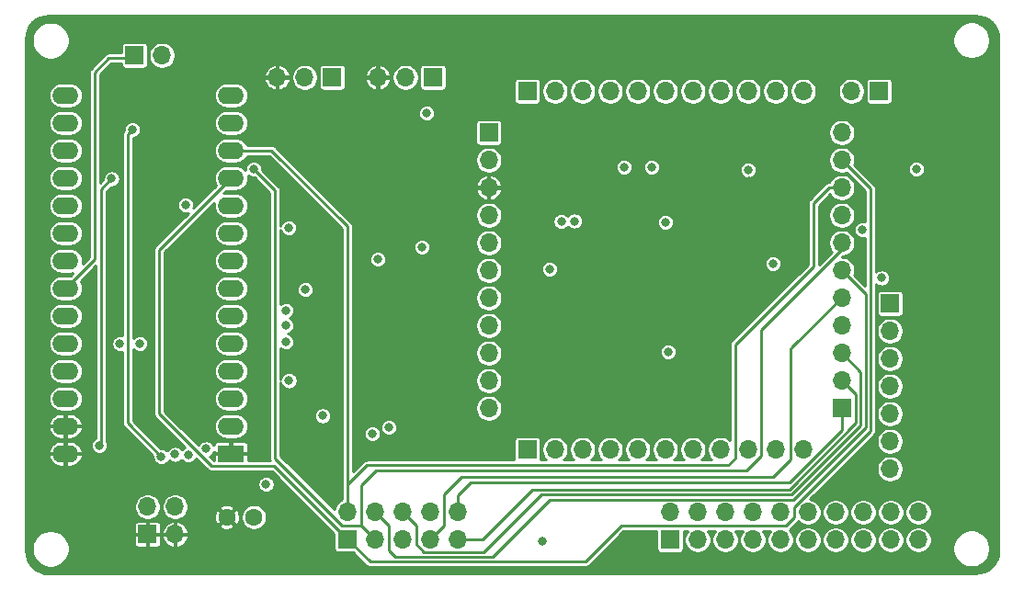
<source format=gbr>
%TF.GenerationSoftware,KiCad,Pcbnew,(5.1.10)-1*%
%TF.CreationDate,2021-06-15T10:47:19-05:00*%
%TF.ProjectId,gd 6502 proto pcb,67642036-3530-4322-9070-726f746f2070,rev?*%
%TF.SameCoordinates,Original*%
%TF.FileFunction,Copper,L2,Inr*%
%TF.FilePolarity,Positive*%
%FSLAX46Y46*%
G04 Gerber Fmt 4.6, Leading zero omitted, Abs format (unit mm)*
G04 Created by KiCad (PCBNEW (5.1.10)-1) date 2021-06-15 10:47:19*
%MOMM*%
%LPD*%
G01*
G04 APERTURE LIST*
%TA.AperFunction,ComponentPad*%
%ADD10O,1.700000X1.700000*%
%TD*%
%TA.AperFunction,ComponentPad*%
%ADD11R,1.700000X1.700000*%
%TD*%
%TA.AperFunction,ComponentPad*%
%ADD12O,2.400000X1.600000*%
%TD*%
%TA.AperFunction,ComponentPad*%
%ADD13R,2.400000X1.600000*%
%TD*%
%TA.AperFunction,ComponentPad*%
%ADD14C,1.600000*%
%TD*%
%TA.AperFunction,ViaPad*%
%ADD15C,0.800000*%
%TD*%
%TA.AperFunction,Conductor*%
%ADD16C,0.254000*%
%TD*%
%TA.AperFunction,Conductor*%
%ADD17C,0.100000*%
%TD*%
G04 APERTURE END LIST*
D10*
%TO.N,GND*%
%TO.C,J1*%
X147510500Y-107886500D03*
%TO.N,+5V*%
X147510500Y-110426500D03*
%TO.N,GND*%
X144970500Y-107886500D03*
D11*
%TO.N,+5V*%
X144970500Y-110426500D03*
%TD*%
D10*
%TO.N,/3A*%
%TO.C,J10*%
X213360000Y-104394000D03*
%TO.N,/3B*%
X213360000Y-101854000D03*
%TO.N,/3Y*%
X213360000Y-99314000D03*
%TO.N,/4A*%
X213360000Y-96774000D03*
%TO.N,/4B*%
X213360000Y-94234000D03*
%TO.N,/4Y*%
X213360000Y-91694000D03*
D11*
%TO.N,/PH1*%
X213360000Y-89154000D03*
%TD*%
D10*
%TO.N,/A6*%
%TO.C,J2*%
X176403000Y-98806000D03*
%TO.N,/A5*%
X176403000Y-96266000D03*
%TO.N,/A4*%
X176403000Y-93726000D03*
%TO.N,GND*%
X176403000Y-91186000D03*
%TO.N,/A3*%
X176403000Y-88646000D03*
%TO.N,/A2*%
X176403000Y-86106000D03*
%TO.N,/A1*%
X176403000Y-83566000D03*
%TO.N,/A0*%
X176403000Y-81026000D03*
%TO.N,+5V*%
X176403000Y-78486000D03*
%TO.N,/~SYNC*%
X176403000Y-75946000D03*
D11*
%TO.N,/~NMI*%
X176403000Y-73406000D03*
%TD*%
D10*
%TO.N,/A15*%
%TO.C,J11*%
X205359000Y-102616000D03*
%TO.N,/A14*%
X202819000Y-102616000D03*
%TO.N,/A13*%
X200279000Y-102616000D03*
%TO.N,GND*%
X197739000Y-102616000D03*
%TO.N,/A12*%
X195199000Y-102616000D03*
%TO.N,/A11*%
X192659000Y-102616000D03*
%TO.N,/A10*%
X190119000Y-102616000D03*
%TO.N,GND*%
X187579000Y-102616000D03*
%TO.N,/A9*%
X185039000Y-102616000D03*
%TO.N,/A8*%
X182499000Y-102616000D03*
D11*
%TO.N,/A7*%
X179959000Y-102616000D03*
%TD*%
D10*
%TO.N,/PH0*%
%TO.C,J4*%
X205359000Y-69596000D03*
%TO.N,/SOB*%
X202819000Y-69596000D03*
%TO.N,/PHI2O*%
X200279000Y-69596000D03*
%TO.N,GND*%
X197739000Y-69596000D03*
%TO.N,/~RES*%
X195199000Y-69596000D03*
%TO.N,/VPB*%
X192659000Y-69596000D03*
%TO.N,/RDY*%
X190119000Y-69596000D03*
%TO.N,GND*%
X187579000Y-69596000D03*
%TO.N,/PHI1O*%
X185039000Y-69596000D03*
%TO.N,/~IRQ*%
X182499000Y-69596000D03*
D11*
%TO.N,/MLB*%
X179959000Y-69596000D03*
%TD*%
D10*
%TO.N,/RWB*%
%TO.C,J3*%
X208915000Y-73406000D03*
%TO.N,/D0*%
X208915000Y-75946000D03*
%TO.N,/D1*%
X208915000Y-78486000D03*
%TO.N,GND*%
X208915000Y-81026000D03*
%TO.N,/D2*%
X208915000Y-83566000D03*
%TO.N,/D3*%
X208915000Y-86106000D03*
%TO.N,/D4*%
X208915000Y-88646000D03*
%TO.N,GND*%
X208915000Y-91186000D03*
%TO.N,/D5*%
X208915000Y-93726000D03*
%TO.N,/D6*%
X208915000Y-96266000D03*
D11*
%TO.N,/D7*%
X208915000Y-98806000D03*
%TD*%
D10*
%TO.N,GND*%
%TO.C,J12*%
X146304000Y-66294000D03*
D11*
%TO.N,/~RCMEN*%
X143764000Y-66294000D03*
%TD*%
D12*
%TO.N,+5V*%
%TO.C,U1*%
X137414000Y-102997000D03*
%TO.N,GND*%
X152654000Y-69977000D03*
%TO.N,+5V*%
X137414000Y-100457000D03*
%TO.N,/D2*%
X152654000Y-72517000D03*
%TO.N,/BA13*%
X137414000Y-97917000D03*
%TO.N,/D1*%
X152654000Y-75057000D03*
%TO.N,/BA8*%
X137414000Y-95377000D03*
%TO.N,/D0*%
X152654000Y-77597000D03*
%TO.N,/BA9*%
X137414000Y-92837000D03*
%TO.N,/BA0*%
X152654000Y-80137000D03*
%TO.N,/BA11*%
X137414000Y-90297000D03*
%TO.N,/BA1*%
X152654000Y-82677000D03*
%TO.N,/~RCMEN*%
X137414000Y-87757000D03*
%TO.N,/BA2*%
X152654000Y-85217000D03*
%TO.N,/BA10*%
X137414000Y-85217000D03*
%TO.N,/BA3*%
X152654000Y-87757000D03*
%TO.N,GND*%
X137414000Y-82677000D03*
%TO.N,/BA4*%
X152654000Y-90297000D03*
%TO.N,/D7*%
X137414000Y-80137000D03*
%TO.N,/BA5*%
X152654000Y-92837000D03*
%TO.N,/D6*%
X137414000Y-77597000D03*
%TO.N,/BA6*%
X152654000Y-95377000D03*
%TO.N,/D5*%
X137414000Y-75057000D03*
%TO.N,/BA7*%
X152654000Y-97917000D03*
%TO.N,/D4*%
X137414000Y-72517000D03*
%TO.N,/BA12*%
X152654000Y-100457000D03*
%TO.N,/D3*%
X137414000Y-69977000D03*
D13*
%TO.N,+5V*%
X152654000Y-102997000D03*
%TD*%
D10*
%TO.N,/PH0_ALT*%
%TO.C,J9*%
X209804000Y-69596000D03*
D11*
%TO.N,/DMA*%
X212344000Y-69596000D03*
%TD*%
D10*
%TO.N,+5V*%
%TO.C,J8*%
X156908500Y-68326000D03*
%TO.N,/ROMG*%
X159448500Y-68326000D03*
D11*
%TO.N,GND*%
X161988500Y-68326000D03*
%TD*%
D10*
%TO.N,+5V*%
%TO.C,J7*%
X166179500Y-68326000D03*
%TO.N,/ROMDIR*%
X168719500Y-68326000D03*
D11*
%TO.N,GND*%
X171259500Y-68326000D03*
%TD*%
D10*
%TO.N,/D7*%
%TO.C,J6*%
X173545500Y-108331000D03*
%TO.N,/D6*%
X173545500Y-110871000D03*
%TO.N,GND*%
X171005500Y-108331000D03*
%TO.N,/D4*%
X171005500Y-110871000D03*
%TO.N,/D5*%
X168465500Y-108331000D03*
%TO.N,GND*%
X168465500Y-110871000D03*
%TO.N,/D3*%
X165925500Y-108331000D03*
%TO.N,/D2*%
X165925500Y-110871000D03*
%TO.N,/D1*%
X163385500Y-108331000D03*
D11*
%TO.N,/D0*%
X163385500Y-110871000D03*
%TD*%
D10*
%TO.N,/A15*%
%TO.C,J5*%
X215963500Y-108394500D03*
%TO.N,/A14*%
X215963500Y-110934500D03*
%TO.N,/A13*%
X213423500Y-108394500D03*
%TO.N,/A12*%
X213423500Y-110934500D03*
%TO.N,/A11*%
X210883500Y-108394500D03*
%TO.N,GND*%
X210883500Y-110934500D03*
%TO.N,/A9*%
X208343500Y-108394500D03*
%TO.N,/A10*%
X208343500Y-110934500D03*
%TO.N,GND*%
X205803500Y-108394500D03*
%TO.N,/A8*%
X205803500Y-110934500D03*
%TO.N,/A7*%
X203263500Y-108394500D03*
%TO.N,/A6*%
X203263500Y-110934500D03*
%TO.N,/A5*%
X200723500Y-108394500D03*
%TO.N,GND*%
X200723500Y-110934500D03*
%TO.N,/A3*%
X198183500Y-108394500D03*
%TO.N,/A4*%
X198183500Y-110934500D03*
%TO.N,GND*%
X195643500Y-108394500D03*
%TO.N,/A2*%
X195643500Y-110934500D03*
%TO.N,/A1*%
X193103500Y-108394500D03*
D11*
%TO.N,/A0*%
X193103500Y-110934500D03*
%TD*%
D14*
%TO.N,GND*%
%TO.C,C2*%
X154773000Y-108839000D03*
%TO.N,+5V*%
X152273000Y-108839000D03*
%TD*%
D15*
%TO.N,GND*%
X192913000Y-93599000D03*
X192659000Y-81661000D03*
X202565000Y-85471000D03*
X181991000Y-85979000D03*
X215773000Y-76771500D03*
X212598000Y-86804500D03*
X155892500Y-105791000D03*
X165671500Y-101155500D03*
X166179500Y-85090000D03*
X170688000Y-71628000D03*
%TO.N,+5V*%
X184277000Y-83693000D03*
X186563000Y-79629000D03*
X193389210Y-76743694D03*
X197231000Y-83693000D03*
X200352709Y-77908964D03*
X217741500Y-77089000D03*
X212217000Y-76835000D03*
X151320500Y-105664000D03*
X161099500Y-100901500D03*
X160782000Y-83121500D03*
%TO.N,/A0*%
X181356000Y-111061500D03*
%TO.N,/D7*%
X150368000Y-102552500D03*
X148463000Y-80073500D03*
%TO.N,/D6*%
X140525500Y-102235000D03*
X141668500Y-77660500D03*
%TO.N,/D5*%
X147510500Y-103060500D03*
%TO.N,/D4*%
X148717000Y-103124000D03*
%TO.N,/D3*%
X146240500Y-103251000D03*
X143582846Y-73144673D03*
%TO.N,/D2*%
X154749500Y-76771500D03*
%TO.N,/~IRQ*%
X188849000Y-76581002D03*
%TO.N,/~NMI*%
X184277000Y-81557500D03*
X183078837Y-81589163D03*
%TO.N,/RDY*%
X191389000Y-76581000D03*
%TO.N,/ROMDIR*%
X170243500Y-83947000D03*
X167195500Y-100584000D03*
%TO.N,/ROMG*%
X157988000Y-82169000D03*
X161099500Y-99504500D03*
%TO.N,/PH0_ALT*%
X210825411Y-82359500D03*
%TO.N,Net-(JP1-Pad2)*%
X200279000Y-76835000D03*
%TO.N,/BA9*%
X157734000Y-89789000D03*
X142430500Y-92837000D03*
%TO.N,/BA8*%
X159512000Y-87884000D03*
X144272000Y-92837000D03*
%TO.N,/BA10*%
X157734000Y-91186000D03*
%TO.N,/BA11*%
X157734000Y-92710000D03*
%TO.N,/BA13*%
X157996337Y-96274337D03*
%TD*%
D16*
%TO.N,/D7*%
X208915000Y-100806698D02*
X208915000Y-98806000D01*
X204108487Y-105613211D02*
X208915000Y-100806698D01*
X174739289Y-105613211D02*
X204108487Y-105613211D01*
X173545500Y-106807000D02*
X174739289Y-105613211D01*
X173545500Y-108331000D02*
X173545500Y-106807000D01*
%TO.N,/D6*%
X175831500Y-110871000D02*
X173545500Y-110871000D01*
X180402623Y-106299877D02*
X175831500Y-110871000D01*
X210185000Y-100183291D02*
X204068414Y-106299877D01*
X204068414Y-106299877D02*
X180402623Y-106299877D01*
X210185000Y-97536000D02*
X210185000Y-100183291D01*
X208915000Y-96266000D02*
X210185000Y-97536000D01*
X140716000Y-78613000D02*
X141668500Y-77660500D01*
X140716000Y-102044500D02*
X140716000Y-78613000D01*
X140525500Y-102235000D02*
X140716000Y-102044500D01*
%TO.N,/D5*%
X169735500Y-109601000D02*
X168465500Y-108331000D01*
X169735500Y-111347698D02*
X169735500Y-109601000D01*
X175921299Y-112051201D02*
X170439003Y-112051201D01*
X181215412Y-106757088D02*
X175921299Y-112051201D01*
X170439003Y-112051201D02*
X169735500Y-111347698D01*
X204257796Y-106757088D02*
X181215412Y-106757088D01*
X210642211Y-100372673D02*
X204257796Y-106757088D01*
X210642211Y-95453211D02*
X210642211Y-100372673D01*
X208915000Y-93726000D02*
X210642211Y-95453211D01*
%TO.N,/D4*%
X208915000Y-88646000D02*
X208915000Y-88709500D01*
X204406500Y-93154500D02*
X208915000Y-88646000D01*
X204178799Y-93382201D02*
X204406500Y-93154500D01*
X202565000Y-105156000D02*
X204178799Y-103542201D01*
X173863000Y-105156000D02*
X202565000Y-105156000D01*
X204178799Y-103542201D02*
X204178799Y-93382201D01*
X172275500Y-106743500D02*
X173863000Y-105156000D01*
X172275500Y-109601000D02*
X172275500Y-106743500D01*
X171005500Y-110871000D02*
X172275500Y-109601000D01*
%TO.N,/D3*%
X167195500Y-109601000D02*
X165925500Y-108331000D01*
X167816912Y-112508412D02*
X167195500Y-111887000D01*
X167195500Y-111887000D02*
X167195500Y-109601000D01*
X176734088Y-112508412D02*
X167816912Y-112508412D01*
X182028201Y-107214299D02*
X176734088Y-112508412D01*
X204447178Y-107214299D02*
X182028201Y-107214299D01*
X211099422Y-100562055D02*
X204447178Y-107214299D01*
X211099422Y-88290422D02*
X211099422Y-100562055D01*
X208915000Y-86106000D02*
X211099422Y-88290422D01*
X146240500Y-103251000D02*
X143168987Y-100179487D01*
X143168987Y-100179487D02*
X143168987Y-73558532D01*
X143168987Y-73558532D02*
X143582846Y-73144673D01*
%TO.N,/D2*%
X208915000Y-84137500D02*
X208915000Y-83566000D01*
X201459201Y-91593299D02*
X208915000Y-84137500D01*
X201459201Y-103182497D02*
X201459201Y-91593299D01*
X200107987Y-104533711D02*
X201459201Y-103182497D01*
X166039789Y-104533711D02*
X200107987Y-104533711D01*
X164655500Y-105918000D02*
X166039789Y-104533711D01*
X164655500Y-109601000D02*
X164655500Y-105918000D01*
X165925500Y-110871000D02*
X164655500Y-109601000D01*
X162908802Y-109601000D02*
X156718000Y-103410198D01*
X164655500Y-109601000D02*
X162908802Y-109601000D01*
X156718000Y-78740000D02*
X154749500Y-76771500D01*
X156718000Y-80645000D02*
X156718000Y-78740000D01*
X156718000Y-103410198D02*
X156718000Y-80645000D01*
%TO.N,/D1*%
X206281960Y-79916960D02*
X207712919Y-78486000D01*
X199098799Y-92937701D02*
X206281960Y-85754540D01*
X207712919Y-78486000D02*
X208915000Y-78486000D01*
X198437500Y-104076500D02*
X199098799Y-103415201D01*
X199098799Y-103415201D02*
X199098799Y-92937701D01*
X165163500Y-104076500D02*
X198437500Y-104076500D01*
X163385500Y-105854500D02*
X165163500Y-104076500D01*
X206281960Y-85754540D02*
X206281960Y-79916960D01*
X163385500Y-108331000D02*
X163385500Y-105854500D01*
X156400500Y-75057000D02*
X152654000Y-75057000D01*
X163385500Y-82042000D02*
X156400500Y-75057000D01*
X163385500Y-108331000D02*
X163385500Y-82042000D01*
%TO.N,/D0*%
X165480123Y-112965623D02*
X163385500Y-110871000D01*
X203740198Y-109664500D02*
X188595000Y-109664500D01*
X204533500Y-107917802D02*
X204533500Y-108871198D01*
X211556633Y-100894669D02*
X204533500Y-107917802D01*
X185293877Y-112965623D02*
X165480123Y-112965623D01*
X211556633Y-78587633D02*
X211556633Y-100894669D01*
X188595000Y-109664500D02*
X185293877Y-112965623D01*
X204533500Y-108871198D02*
X203740198Y-109664500D01*
X208915000Y-75946000D02*
X211556633Y-78587633D01*
X146050000Y-84201000D02*
X152654000Y-77597000D01*
X163385500Y-110871000D02*
X156641701Y-104127201D01*
X156641701Y-104127201D02*
X150862003Y-104127201D01*
X150862003Y-104127201D02*
X146050000Y-99315198D01*
X146050000Y-99315198D02*
X146050000Y-84201000D01*
%TO.N,/~RCMEN*%
X140068289Y-85102711D02*
X137414000Y-87757000D01*
X141414500Y-66548000D02*
X140068289Y-67894211D01*
X143764000Y-66548000D02*
X141414500Y-66548000D01*
X140068289Y-67894211D02*
X140068289Y-85102711D01*
%TD*%
%TO.N,+5V*%
X221648115Y-62678551D02*
X222046462Y-62798819D01*
X222413864Y-62994170D01*
X222736317Y-63257157D01*
X223001553Y-63577773D01*
X223199460Y-63943795D01*
X223322506Y-64341291D01*
X223368000Y-64774137D01*
X223368001Y-111867136D01*
X223325449Y-112301115D01*
X223205181Y-112699464D01*
X223009831Y-113066862D01*
X222746845Y-113389315D01*
X222426226Y-113654554D01*
X222060204Y-113852461D01*
X221662708Y-113975506D01*
X221229843Y-114021002D01*
X135909794Y-114046394D01*
X135475885Y-114003849D01*
X135077536Y-113883581D01*
X134710138Y-113688231D01*
X134387685Y-113425245D01*
X134122446Y-113104626D01*
X133924539Y-112738604D01*
X133801494Y-112341108D01*
X133756000Y-111908263D01*
X133756000Y-111589511D01*
X134319000Y-111589511D01*
X134319000Y-111930489D01*
X134385521Y-112264914D01*
X134516007Y-112579936D01*
X134705444Y-112863448D01*
X134946552Y-113104556D01*
X135230064Y-113293993D01*
X135545086Y-113424479D01*
X135879511Y-113491000D01*
X136220489Y-113491000D01*
X136554914Y-113424479D01*
X136869936Y-113293993D01*
X137153448Y-113104556D01*
X137394556Y-112863448D01*
X137583993Y-112579936D01*
X137714479Y-112264914D01*
X137781000Y-111930489D01*
X137781000Y-111589511D01*
X137718739Y-111276500D01*
X143737657Y-111276500D01*
X143745013Y-111351189D01*
X143766799Y-111423008D01*
X143802178Y-111489196D01*
X143849789Y-111547211D01*
X143907804Y-111594822D01*
X143973992Y-111630201D01*
X144045811Y-111651987D01*
X144120500Y-111659343D01*
X144811750Y-111657500D01*
X144907000Y-111562250D01*
X144907000Y-110490000D01*
X145034000Y-110490000D01*
X145034000Y-111562250D01*
X145129250Y-111657500D01*
X145820500Y-111659343D01*
X145895189Y-111651987D01*
X145967008Y-111630201D01*
X146033196Y-111594822D01*
X146091211Y-111547211D01*
X146138822Y-111489196D01*
X146174201Y-111423008D01*
X146195987Y-111351189D01*
X146203343Y-111276500D01*
X146201757Y-110681533D01*
X146306205Y-110681533D01*
X146379100Y-110911579D01*
X146495474Y-111122984D01*
X146650855Y-111307623D01*
X146839271Y-111458401D01*
X147053482Y-111569524D01*
X147255467Y-111630792D01*
X147447000Y-111560473D01*
X147447000Y-110490000D01*
X147574000Y-110490000D01*
X147574000Y-111560473D01*
X147765533Y-111630792D01*
X147967518Y-111569524D01*
X148181729Y-111458401D01*
X148370145Y-111307623D01*
X148525526Y-111122984D01*
X148641900Y-110911579D01*
X148714795Y-110681533D01*
X148644614Y-110490000D01*
X147574000Y-110490000D01*
X147447000Y-110490000D01*
X146376386Y-110490000D01*
X146306205Y-110681533D01*
X146201757Y-110681533D01*
X146201500Y-110585250D01*
X146106250Y-110490000D01*
X145034000Y-110490000D01*
X144907000Y-110490000D01*
X143834750Y-110490000D01*
X143739500Y-110585250D01*
X143737657Y-111276500D01*
X137718739Y-111276500D01*
X137714479Y-111255086D01*
X137583993Y-110940064D01*
X137394556Y-110656552D01*
X137153448Y-110415444D01*
X136869936Y-110226007D01*
X136554914Y-110095521D01*
X136220489Y-110029000D01*
X135879511Y-110029000D01*
X135545086Y-110095521D01*
X135230064Y-110226007D01*
X134946552Y-110415444D01*
X134705444Y-110656552D01*
X134516007Y-110940064D01*
X134385521Y-111255086D01*
X134319000Y-111589511D01*
X133756000Y-111589511D01*
X133756000Y-109576500D01*
X143737657Y-109576500D01*
X143739500Y-110267750D01*
X143834750Y-110363000D01*
X144907000Y-110363000D01*
X144907000Y-109290750D01*
X145034000Y-109290750D01*
X145034000Y-110363000D01*
X146106250Y-110363000D01*
X146201500Y-110267750D01*
X146201756Y-110171467D01*
X146306205Y-110171467D01*
X146376386Y-110363000D01*
X147447000Y-110363000D01*
X147447000Y-109292527D01*
X147574000Y-109292527D01*
X147574000Y-110363000D01*
X148644614Y-110363000D01*
X148714795Y-110171467D01*
X148641900Y-109941421D01*
X148525526Y-109730016D01*
X148461872Y-109654375D01*
X151547427Y-109654375D01*
X151627839Y-109835021D01*
X151834549Y-109941747D01*
X152058108Y-110006096D01*
X152289926Y-110025594D01*
X152521093Y-109999492D01*
X152742727Y-109928793D01*
X152918161Y-109835021D01*
X152998573Y-109654375D01*
X152273000Y-108928803D01*
X151547427Y-109654375D01*
X148461872Y-109654375D01*
X148370145Y-109545377D01*
X148181729Y-109394599D01*
X147967518Y-109283476D01*
X147765533Y-109222208D01*
X147574000Y-109292527D01*
X147447000Y-109292527D01*
X147255467Y-109222208D01*
X147053482Y-109283476D01*
X146839271Y-109394599D01*
X146650855Y-109545377D01*
X146495474Y-109730016D01*
X146379100Y-109941421D01*
X146306205Y-110171467D01*
X146201756Y-110171467D01*
X146203343Y-109576500D01*
X146195987Y-109501811D01*
X146174201Y-109429992D01*
X146138822Y-109363804D01*
X146091211Y-109305789D01*
X146033196Y-109258178D01*
X145967008Y-109222799D01*
X145895189Y-109201013D01*
X145820500Y-109193657D01*
X145129250Y-109195500D01*
X145034000Y-109290750D01*
X144907000Y-109290750D01*
X144811750Y-109195500D01*
X144120500Y-109193657D01*
X144045811Y-109201013D01*
X143973992Y-109222799D01*
X143907804Y-109258178D01*
X143849789Y-109305789D01*
X143802178Y-109363804D01*
X143766799Y-109429992D01*
X143745013Y-109501811D01*
X143737657Y-109576500D01*
X133756000Y-109576500D01*
X133756000Y-107765257D01*
X143739500Y-107765257D01*
X143739500Y-108007743D01*
X143786807Y-108245569D01*
X143879602Y-108469597D01*
X144014320Y-108671217D01*
X144185783Y-108842680D01*
X144387403Y-108977398D01*
X144611431Y-109070193D01*
X144849257Y-109117500D01*
X145091743Y-109117500D01*
X145329569Y-109070193D01*
X145553597Y-108977398D01*
X145755217Y-108842680D01*
X145926680Y-108671217D01*
X146061398Y-108469597D01*
X146154193Y-108245569D01*
X146201500Y-108007743D01*
X146201500Y-107765257D01*
X146279500Y-107765257D01*
X146279500Y-108007743D01*
X146326807Y-108245569D01*
X146419602Y-108469597D01*
X146554320Y-108671217D01*
X146725783Y-108842680D01*
X146927403Y-108977398D01*
X147151431Y-109070193D01*
X147389257Y-109117500D01*
X147631743Y-109117500D01*
X147869569Y-109070193D01*
X148093597Y-108977398D01*
X148275392Y-108855926D01*
X151086406Y-108855926D01*
X151112508Y-109087093D01*
X151183207Y-109308727D01*
X151276979Y-109484161D01*
X151457625Y-109564573D01*
X152183197Y-108839000D01*
X152362803Y-108839000D01*
X153088375Y-109564573D01*
X153269021Y-109484161D01*
X153375747Y-109277451D01*
X153440096Y-109053892D01*
X153459594Y-108822074D01*
X153448372Y-108722682D01*
X153592000Y-108722682D01*
X153592000Y-108955318D01*
X153637386Y-109183485D01*
X153726412Y-109398413D01*
X153855658Y-109591843D01*
X154020157Y-109756342D01*
X154213587Y-109885588D01*
X154428515Y-109974614D01*
X154656682Y-110020000D01*
X154889318Y-110020000D01*
X155117485Y-109974614D01*
X155332413Y-109885588D01*
X155525843Y-109756342D01*
X155690342Y-109591843D01*
X155819588Y-109398413D01*
X155908614Y-109183485D01*
X155954000Y-108955318D01*
X155954000Y-108722682D01*
X155908614Y-108494515D01*
X155819588Y-108279587D01*
X155690342Y-108086157D01*
X155525843Y-107921658D01*
X155332413Y-107792412D01*
X155117485Y-107703386D01*
X154889318Y-107658000D01*
X154656682Y-107658000D01*
X154428515Y-107703386D01*
X154213587Y-107792412D01*
X154020157Y-107921658D01*
X153855658Y-108086157D01*
X153726412Y-108279587D01*
X153637386Y-108494515D01*
X153592000Y-108722682D01*
X153448372Y-108722682D01*
X153433492Y-108590907D01*
X153362793Y-108369273D01*
X153269021Y-108193839D01*
X153088375Y-108113427D01*
X152362803Y-108839000D01*
X152183197Y-108839000D01*
X151457625Y-108113427D01*
X151276979Y-108193839D01*
X151170253Y-108400549D01*
X151105904Y-108624108D01*
X151086406Y-108855926D01*
X148275392Y-108855926D01*
X148295217Y-108842680D01*
X148466680Y-108671217D01*
X148601398Y-108469597D01*
X148694193Y-108245569D01*
X148738340Y-108023625D01*
X151547427Y-108023625D01*
X152273000Y-108749197D01*
X152998573Y-108023625D01*
X152918161Y-107842979D01*
X152711451Y-107736253D01*
X152487892Y-107671904D01*
X152256074Y-107652406D01*
X152024907Y-107678508D01*
X151803273Y-107749207D01*
X151627839Y-107842979D01*
X151547427Y-108023625D01*
X148738340Y-108023625D01*
X148741500Y-108007743D01*
X148741500Y-107765257D01*
X148694193Y-107527431D01*
X148601398Y-107303403D01*
X148466680Y-107101783D01*
X148295217Y-106930320D01*
X148093597Y-106795602D01*
X147869569Y-106702807D01*
X147631743Y-106655500D01*
X147389257Y-106655500D01*
X147151431Y-106702807D01*
X146927403Y-106795602D01*
X146725783Y-106930320D01*
X146554320Y-107101783D01*
X146419602Y-107303403D01*
X146326807Y-107527431D01*
X146279500Y-107765257D01*
X146201500Y-107765257D01*
X146154193Y-107527431D01*
X146061398Y-107303403D01*
X145926680Y-107101783D01*
X145755217Y-106930320D01*
X145553597Y-106795602D01*
X145329569Y-106702807D01*
X145091743Y-106655500D01*
X144849257Y-106655500D01*
X144611431Y-106702807D01*
X144387403Y-106795602D01*
X144185783Y-106930320D01*
X144014320Y-107101783D01*
X143879602Y-107303403D01*
X143786807Y-107527431D01*
X143739500Y-107765257D01*
X133756000Y-107765257D01*
X133756000Y-105714078D01*
X155111500Y-105714078D01*
X155111500Y-105867922D01*
X155141513Y-106018809D01*
X155200387Y-106160942D01*
X155285858Y-106288859D01*
X155394641Y-106397642D01*
X155522558Y-106483113D01*
X155664691Y-106541987D01*
X155815578Y-106572000D01*
X155969422Y-106572000D01*
X156120309Y-106541987D01*
X156262442Y-106483113D01*
X156390359Y-106397642D01*
X156499142Y-106288859D01*
X156584613Y-106160942D01*
X156643487Y-106018809D01*
X156673500Y-105867922D01*
X156673500Y-105714078D01*
X156643487Y-105563191D01*
X156584613Y-105421058D01*
X156499142Y-105293141D01*
X156390359Y-105184358D01*
X156262442Y-105098887D01*
X156120309Y-105040013D01*
X155969422Y-105010000D01*
X155815578Y-105010000D01*
X155664691Y-105040013D01*
X155522558Y-105098887D01*
X155394641Y-105184358D01*
X155285858Y-105293141D01*
X155200387Y-105421058D01*
X155141513Y-105563191D01*
X155111500Y-105714078D01*
X133756000Y-105714078D01*
X133756000Y-103244200D01*
X135859161Y-103244200D01*
X135898598Y-103390282D01*
X135996756Y-103600329D01*
X136134006Y-103787191D01*
X136305073Y-103943686D01*
X136503384Y-104063801D01*
X136721318Y-104142919D01*
X136950500Y-104178000D01*
X137350500Y-104178000D01*
X137350500Y-103060500D01*
X137477500Y-103060500D01*
X137477500Y-104178000D01*
X137877500Y-104178000D01*
X138106682Y-104142919D01*
X138324616Y-104063801D01*
X138522927Y-103943686D01*
X138693994Y-103787191D01*
X138831244Y-103600329D01*
X138929402Y-103390282D01*
X138968839Y-103244200D01*
X138897892Y-103060500D01*
X137477500Y-103060500D01*
X137350500Y-103060500D01*
X135930108Y-103060500D01*
X135859161Y-103244200D01*
X133756000Y-103244200D01*
X133756000Y-102749800D01*
X135859161Y-102749800D01*
X135930108Y-102933500D01*
X137350500Y-102933500D01*
X137350500Y-101816000D01*
X137477500Y-101816000D01*
X137477500Y-102933500D01*
X138897892Y-102933500D01*
X138968839Y-102749800D01*
X138929402Y-102603718D01*
X138831244Y-102393671D01*
X138693994Y-102206809D01*
X138522927Y-102050314D01*
X138324616Y-101930199D01*
X138106682Y-101851081D01*
X137877500Y-101816000D01*
X137477500Y-101816000D01*
X137350500Y-101816000D01*
X136950500Y-101816000D01*
X136721318Y-101851081D01*
X136503384Y-101930199D01*
X136305073Y-102050314D01*
X136134006Y-102206809D01*
X135996756Y-102393671D01*
X135898598Y-102603718D01*
X135859161Y-102749800D01*
X133756000Y-102749800D01*
X133756000Y-100704200D01*
X135859161Y-100704200D01*
X135898598Y-100850282D01*
X135996756Y-101060329D01*
X136134006Y-101247191D01*
X136305073Y-101403686D01*
X136503384Y-101523801D01*
X136721318Y-101602919D01*
X136950500Y-101638000D01*
X137350500Y-101638000D01*
X137350500Y-100520500D01*
X137477500Y-100520500D01*
X137477500Y-101638000D01*
X137877500Y-101638000D01*
X138106682Y-101602919D01*
X138324616Y-101523801D01*
X138522927Y-101403686D01*
X138693994Y-101247191D01*
X138831244Y-101060329D01*
X138929402Y-100850282D01*
X138968839Y-100704200D01*
X138897892Y-100520500D01*
X137477500Y-100520500D01*
X137350500Y-100520500D01*
X135930108Y-100520500D01*
X135859161Y-100704200D01*
X133756000Y-100704200D01*
X133756000Y-100209800D01*
X135859161Y-100209800D01*
X135930108Y-100393500D01*
X137350500Y-100393500D01*
X137350500Y-99276000D01*
X137477500Y-99276000D01*
X137477500Y-100393500D01*
X138897892Y-100393500D01*
X138968839Y-100209800D01*
X138929402Y-100063718D01*
X138831244Y-99853671D01*
X138693994Y-99666809D01*
X138522927Y-99510314D01*
X138324616Y-99390199D01*
X138106682Y-99311081D01*
X137877500Y-99276000D01*
X137477500Y-99276000D01*
X137350500Y-99276000D01*
X136950500Y-99276000D01*
X136721318Y-99311081D01*
X136503384Y-99390199D01*
X136305073Y-99510314D01*
X136134006Y-99666809D01*
X135996756Y-99853671D01*
X135898598Y-100063718D01*
X135859161Y-100209800D01*
X133756000Y-100209800D01*
X133756000Y-97917000D01*
X135827286Y-97917000D01*
X135850088Y-98148516D01*
X135917619Y-98371136D01*
X136027283Y-98576303D01*
X136174866Y-98756134D01*
X136354697Y-98903717D01*
X136559864Y-99013381D01*
X136782484Y-99080912D01*
X136955984Y-99098000D01*
X137872016Y-99098000D01*
X138045516Y-99080912D01*
X138268136Y-99013381D01*
X138473303Y-98903717D01*
X138653134Y-98756134D01*
X138800717Y-98576303D01*
X138910381Y-98371136D01*
X138977912Y-98148516D01*
X139000714Y-97917000D01*
X138977912Y-97685484D01*
X138910381Y-97462864D01*
X138800717Y-97257697D01*
X138653134Y-97077866D01*
X138473303Y-96930283D01*
X138268136Y-96820619D01*
X138045516Y-96753088D01*
X137872016Y-96736000D01*
X136955984Y-96736000D01*
X136782484Y-96753088D01*
X136559864Y-96820619D01*
X136354697Y-96930283D01*
X136174866Y-97077866D01*
X136027283Y-97257697D01*
X135917619Y-97462864D01*
X135850088Y-97685484D01*
X135827286Y-97917000D01*
X133756000Y-97917000D01*
X133756000Y-95377000D01*
X135827286Y-95377000D01*
X135850088Y-95608516D01*
X135917619Y-95831136D01*
X136027283Y-96036303D01*
X136174866Y-96216134D01*
X136354697Y-96363717D01*
X136559864Y-96473381D01*
X136782484Y-96540912D01*
X136955984Y-96558000D01*
X137872016Y-96558000D01*
X138045516Y-96540912D01*
X138268136Y-96473381D01*
X138473303Y-96363717D01*
X138653134Y-96216134D01*
X138800717Y-96036303D01*
X138910381Y-95831136D01*
X138977912Y-95608516D01*
X139000714Y-95377000D01*
X138977912Y-95145484D01*
X138910381Y-94922864D01*
X138800717Y-94717697D01*
X138653134Y-94537866D01*
X138473303Y-94390283D01*
X138268136Y-94280619D01*
X138045516Y-94213088D01*
X137872016Y-94196000D01*
X136955984Y-94196000D01*
X136782484Y-94213088D01*
X136559864Y-94280619D01*
X136354697Y-94390283D01*
X136174866Y-94537866D01*
X136027283Y-94717697D01*
X135917619Y-94922864D01*
X135850088Y-95145484D01*
X135827286Y-95377000D01*
X133756000Y-95377000D01*
X133756000Y-92837000D01*
X135827286Y-92837000D01*
X135850088Y-93068516D01*
X135917619Y-93291136D01*
X136027283Y-93496303D01*
X136174866Y-93676134D01*
X136354697Y-93823717D01*
X136559864Y-93933381D01*
X136782484Y-94000912D01*
X136955984Y-94018000D01*
X137872016Y-94018000D01*
X138045516Y-94000912D01*
X138268136Y-93933381D01*
X138473303Y-93823717D01*
X138653134Y-93676134D01*
X138800717Y-93496303D01*
X138910381Y-93291136D01*
X138977912Y-93068516D01*
X139000714Y-92837000D01*
X138977912Y-92605484D01*
X138910381Y-92382864D01*
X138800717Y-92177697D01*
X138653134Y-91997866D01*
X138473303Y-91850283D01*
X138268136Y-91740619D01*
X138045516Y-91673088D01*
X137872016Y-91656000D01*
X136955984Y-91656000D01*
X136782484Y-91673088D01*
X136559864Y-91740619D01*
X136354697Y-91850283D01*
X136174866Y-91997866D01*
X136027283Y-92177697D01*
X135917619Y-92382864D01*
X135850088Y-92605484D01*
X135827286Y-92837000D01*
X133756000Y-92837000D01*
X133756000Y-90297000D01*
X135827286Y-90297000D01*
X135850088Y-90528516D01*
X135917619Y-90751136D01*
X136027283Y-90956303D01*
X136174866Y-91136134D01*
X136354697Y-91283717D01*
X136559864Y-91393381D01*
X136782484Y-91460912D01*
X136955984Y-91478000D01*
X137872016Y-91478000D01*
X138045516Y-91460912D01*
X138268136Y-91393381D01*
X138473303Y-91283717D01*
X138653134Y-91136134D01*
X138800717Y-90956303D01*
X138910381Y-90751136D01*
X138977912Y-90528516D01*
X139000714Y-90297000D01*
X138977912Y-90065484D01*
X138910381Y-89842864D01*
X138800717Y-89637697D01*
X138653134Y-89457866D01*
X138473303Y-89310283D01*
X138268136Y-89200619D01*
X138045516Y-89133088D01*
X137872016Y-89116000D01*
X136955984Y-89116000D01*
X136782484Y-89133088D01*
X136559864Y-89200619D01*
X136354697Y-89310283D01*
X136174866Y-89457866D01*
X136027283Y-89637697D01*
X135917619Y-89842864D01*
X135850088Y-90065484D01*
X135827286Y-90297000D01*
X133756000Y-90297000D01*
X133756000Y-85217000D01*
X135827286Y-85217000D01*
X135850088Y-85448516D01*
X135917619Y-85671136D01*
X136027283Y-85876303D01*
X136174866Y-86056134D01*
X136354697Y-86203717D01*
X136559864Y-86313381D01*
X136782484Y-86380912D01*
X136955984Y-86398000D01*
X137872016Y-86398000D01*
X138045516Y-86380912D01*
X138083055Y-86369525D01*
X137876171Y-86576409D01*
X137872016Y-86576000D01*
X136955984Y-86576000D01*
X136782484Y-86593088D01*
X136559864Y-86660619D01*
X136354697Y-86770283D01*
X136174866Y-86917866D01*
X136027283Y-87097697D01*
X135917619Y-87302864D01*
X135850088Y-87525484D01*
X135827286Y-87757000D01*
X135850088Y-87988516D01*
X135917619Y-88211136D01*
X136027283Y-88416303D01*
X136174866Y-88596134D01*
X136354697Y-88743717D01*
X136559864Y-88853381D01*
X136782484Y-88920912D01*
X136955984Y-88938000D01*
X137872016Y-88938000D01*
X138045516Y-88920912D01*
X138268136Y-88853381D01*
X138473303Y-88743717D01*
X138653134Y-88596134D01*
X138800717Y-88416303D01*
X138910381Y-88211136D01*
X138977912Y-87988516D01*
X139000714Y-87757000D01*
X138977912Y-87525484D01*
X138910381Y-87302864D01*
X138800717Y-87097697D01*
X138796663Y-87092757D01*
X140208001Y-85681419D01*
X140208000Y-101521165D01*
X140155558Y-101542887D01*
X140027641Y-101628358D01*
X139918858Y-101737141D01*
X139833387Y-101865058D01*
X139774513Y-102007191D01*
X139744500Y-102158078D01*
X139744500Y-102311922D01*
X139774513Y-102462809D01*
X139833387Y-102604942D01*
X139918858Y-102732859D01*
X140027641Y-102841642D01*
X140155558Y-102927113D01*
X140297691Y-102985987D01*
X140448578Y-103016000D01*
X140602422Y-103016000D01*
X140753309Y-102985987D01*
X140895442Y-102927113D01*
X141023359Y-102841642D01*
X141132142Y-102732859D01*
X141217613Y-102604942D01*
X141276487Y-102462809D01*
X141306500Y-102311922D01*
X141306500Y-102158078D01*
X141276487Y-102007191D01*
X141224000Y-101880477D01*
X141224000Y-92760078D01*
X141649500Y-92760078D01*
X141649500Y-92913922D01*
X141679513Y-93064809D01*
X141738387Y-93206942D01*
X141823858Y-93334859D01*
X141932641Y-93443642D01*
X142060558Y-93529113D01*
X142202691Y-93587987D01*
X142353578Y-93618000D01*
X142507422Y-93618000D01*
X142658309Y-93587987D01*
X142660987Y-93586878D01*
X142660987Y-100154543D01*
X142658530Y-100179487D01*
X142660987Y-100204431D01*
X142660987Y-100204433D01*
X142668338Y-100279071D01*
X142697386Y-100374829D01*
X142744558Y-100463082D01*
X142808039Y-100540435D01*
X142827422Y-100556342D01*
X145459500Y-103188421D01*
X145459500Y-103327922D01*
X145489513Y-103478809D01*
X145548387Y-103620942D01*
X145633858Y-103748859D01*
X145742641Y-103857642D01*
X145870558Y-103943113D01*
X146012691Y-104001987D01*
X146163578Y-104032000D01*
X146317422Y-104032000D01*
X146468309Y-104001987D01*
X146610442Y-103943113D01*
X146738359Y-103857642D01*
X146847142Y-103748859D01*
X146932613Y-103620942D01*
X146942521Y-103597022D01*
X147012641Y-103667142D01*
X147140558Y-103752613D01*
X147282691Y-103811487D01*
X147433578Y-103841500D01*
X147587422Y-103841500D01*
X147738309Y-103811487D01*
X147880442Y-103752613D01*
X148008359Y-103667142D01*
X148087641Y-103587860D01*
X148110358Y-103621859D01*
X148219141Y-103730642D01*
X148347058Y-103816113D01*
X148489191Y-103874987D01*
X148640078Y-103905000D01*
X148793922Y-103905000D01*
X148944809Y-103874987D01*
X149086942Y-103816113D01*
X149214859Y-103730642D01*
X149323642Y-103621859D01*
X149409113Y-103493942D01*
X149438757Y-103422375D01*
X150485148Y-104468766D01*
X150501055Y-104488149D01*
X150534070Y-104515243D01*
X150578407Y-104551630D01*
X150625579Y-104576844D01*
X150666660Y-104598802D01*
X150762418Y-104627850D01*
X150837056Y-104635201D01*
X150837059Y-104635201D01*
X150862003Y-104637658D01*
X150886947Y-104635201D01*
X156431281Y-104635201D01*
X162152657Y-110356578D01*
X162152657Y-111721000D01*
X162160013Y-111795689D01*
X162181799Y-111867508D01*
X162217178Y-111933696D01*
X162264789Y-111991711D01*
X162322804Y-112039322D01*
X162388992Y-112074701D01*
X162460811Y-112096487D01*
X162535500Y-112103843D01*
X163899923Y-112103843D01*
X165103273Y-113307194D01*
X165119175Y-113326571D01*
X165138552Y-113342473D01*
X165196527Y-113390052D01*
X165260936Y-113424479D01*
X165284780Y-113437224D01*
X165380538Y-113466272D01*
X165455176Y-113473623D01*
X165455178Y-113473623D01*
X165480122Y-113476080D01*
X165505066Y-113473623D01*
X185268933Y-113473623D01*
X185293877Y-113476080D01*
X185318821Y-113473623D01*
X185318824Y-113473623D01*
X185393462Y-113466272D01*
X185489220Y-113437224D01*
X185577472Y-113390052D01*
X185654825Y-113326571D01*
X185670732Y-113307188D01*
X188805420Y-110172500D01*
X191870657Y-110172500D01*
X191870657Y-111784500D01*
X191878013Y-111859189D01*
X191899799Y-111931008D01*
X191935178Y-111997196D01*
X191982789Y-112055211D01*
X192040804Y-112102822D01*
X192106992Y-112138201D01*
X192178811Y-112159987D01*
X192253500Y-112167343D01*
X193953500Y-112167343D01*
X194028189Y-112159987D01*
X194100008Y-112138201D01*
X194166196Y-112102822D01*
X194224211Y-112055211D01*
X194271822Y-111997196D01*
X194307201Y-111931008D01*
X194328987Y-111859189D01*
X194336343Y-111784500D01*
X194336343Y-110172500D01*
X194672141Y-110172500D01*
X194552602Y-110351403D01*
X194459807Y-110575431D01*
X194412500Y-110813257D01*
X194412500Y-111055743D01*
X194459807Y-111293569D01*
X194552602Y-111517597D01*
X194687320Y-111719217D01*
X194858783Y-111890680D01*
X195060403Y-112025398D01*
X195284431Y-112118193D01*
X195522257Y-112165500D01*
X195764743Y-112165500D01*
X196002569Y-112118193D01*
X196226597Y-112025398D01*
X196428217Y-111890680D01*
X196599680Y-111719217D01*
X196734398Y-111517597D01*
X196827193Y-111293569D01*
X196874500Y-111055743D01*
X196874500Y-110813257D01*
X196827193Y-110575431D01*
X196734398Y-110351403D01*
X196614859Y-110172500D01*
X197212141Y-110172500D01*
X197092602Y-110351403D01*
X196999807Y-110575431D01*
X196952500Y-110813257D01*
X196952500Y-111055743D01*
X196999807Y-111293569D01*
X197092602Y-111517597D01*
X197227320Y-111719217D01*
X197398783Y-111890680D01*
X197600403Y-112025398D01*
X197824431Y-112118193D01*
X198062257Y-112165500D01*
X198304743Y-112165500D01*
X198542569Y-112118193D01*
X198766597Y-112025398D01*
X198968217Y-111890680D01*
X199139680Y-111719217D01*
X199274398Y-111517597D01*
X199367193Y-111293569D01*
X199414500Y-111055743D01*
X199414500Y-110813257D01*
X199367193Y-110575431D01*
X199274398Y-110351403D01*
X199154859Y-110172500D01*
X199752141Y-110172500D01*
X199632602Y-110351403D01*
X199539807Y-110575431D01*
X199492500Y-110813257D01*
X199492500Y-111055743D01*
X199539807Y-111293569D01*
X199632602Y-111517597D01*
X199767320Y-111719217D01*
X199938783Y-111890680D01*
X200140403Y-112025398D01*
X200364431Y-112118193D01*
X200602257Y-112165500D01*
X200844743Y-112165500D01*
X201082569Y-112118193D01*
X201306597Y-112025398D01*
X201508217Y-111890680D01*
X201679680Y-111719217D01*
X201814398Y-111517597D01*
X201907193Y-111293569D01*
X201954500Y-111055743D01*
X201954500Y-110813257D01*
X201907193Y-110575431D01*
X201814398Y-110351403D01*
X201694859Y-110172500D01*
X202292141Y-110172500D01*
X202172602Y-110351403D01*
X202079807Y-110575431D01*
X202032500Y-110813257D01*
X202032500Y-111055743D01*
X202079807Y-111293569D01*
X202172602Y-111517597D01*
X202307320Y-111719217D01*
X202478783Y-111890680D01*
X202680403Y-112025398D01*
X202904431Y-112118193D01*
X203142257Y-112165500D01*
X203384743Y-112165500D01*
X203622569Y-112118193D01*
X203846597Y-112025398D01*
X204048217Y-111890680D01*
X204219680Y-111719217D01*
X204354398Y-111517597D01*
X204447193Y-111293569D01*
X204494500Y-111055743D01*
X204494500Y-110813257D01*
X204572500Y-110813257D01*
X204572500Y-111055743D01*
X204619807Y-111293569D01*
X204712602Y-111517597D01*
X204847320Y-111719217D01*
X205018783Y-111890680D01*
X205220403Y-112025398D01*
X205444431Y-112118193D01*
X205682257Y-112165500D01*
X205924743Y-112165500D01*
X206162569Y-112118193D01*
X206386597Y-112025398D01*
X206588217Y-111890680D01*
X206759680Y-111719217D01*
X206894398Y-111517597D01*
X206987193Y-111293569D01*
X207034500Y-111055743D01*
X207034500Y-110813257D01*
X207112500Y-110813257D01*
X207112500Y-111055743D01*
X207159807Y-111293569D01*
X207252602Y-111517597D01*
X207387320Y-111719217D01*
X207558783Y-111890680D01*
X207760403Y-112025398D01*
X207984431Y-112118193D01*
X208222257Y-112165500D01*
X208464743Y-112165500D01*
X208702569Y-112118193D01*
X208926597Y-112025398D01*
X209128217Y-111890680D01*
X209299680Y-111719217D01*
X209434398Y-111517597D01*
X209527193Y-111293569D01*
X209574500Y-111055743D01*
X209574500Y-110813257D01*
X209652500Y-110813257D01*
X209652500Y-111055743D01*
X209699807Y-111293569D01*
X209792602Y-111517597D01*
X209927320Y-111719217D01*
X210098783Y-111890680D01*
X210300403Y-112025398D01*
X210524431Y-112118193D01*
X210762257Y-112165500D01*
X211004743Y-112165500D01*
X211242569Y-112118193D01*
X211466597Y-112025398D01*
X211668217Y-111890680D01*
X211839680Y-111719217D01*
X211974398Y-111517597D01*
X212067193Y-111293569D01*
X212114500Y-111055743D01*
X212114500Y-110813257D01*
X212192500Y-110813257D01*
X212192500Y-111055743D01*
X212239807Y-111293569D01*
X212332602Y-111517597D01*
X212467320Y-111719217D01*
X212638783Y-111890680D01*
X212840403Y-112025398D01*
X213064431Y-112118193D01*
X213302257Y-112165500D01*
X213544743Y-112165500D01*
X213782569Y-112118193D01*
X214006597Y-112025398D01*
X214208217Y-111890680D01*
X214379680Y-111719217D01*
X214514398Y-111517597D01*
X214607193Y-111293569D01*
X214654500Y-111055743D01*
X214654500Y-110813257D01*
X214732500Y-110813257D01*
X214732500Y-111055743D01*
X214779807Y-111293569D01*
X214872602Y-111517597D01*
X215007320Y-111719217D01*
X215178783Y-111890680D01*
X215380403Y-112025398D01*
X215604431Y-112118193D01*
X215842257Y-112165500D01*
X216084743Y-112165500D01*
X216322569Y-112118193D01*
X216546597Y-112025398D01*
X216748217Y-111890680D01*
X216919680Y-111719217D01*
X217023318Y-111564111D01*
X219122000Y-111564111D01*
X219122000Y-111905089D01*
X219188521Y-112239514D01*
X219319007Y-112554536D01*
X219508444Y-112838048D01*
X219749552Y-113079156D01*
X220033064Y-113268593D01*
X220348086Y-113399079D01*
X220682511Y-113465600D01*
X221023489Y-113465600D01*
X221357914Y-113399079D01*
X221672936Y-113268593D01*
X221956448Y-113079156D01*
X222197556Y-112838048D01*
X222386993Y-112554536D01*
X222517479Y-112239514D01*
X222584000Y-111905089D01*
X222584000Y-111564111D01*
X222517479Y-111229686D01*
X222386993Y-110914664D01*
X222197556Y-110631152D01*
X221956448Y-110390044D01*
X221672936Y-110200607D01*
X221357914Y-110070121D01*
X221023489Y-110003600D01*
X220682511Y-110003600D01*
X220348086Y-110070121D01*
X220033064Y-110200607D01*
X219749552Y-110390044D01*
X219508444Y-110631152D01*
X219319007Y-110914664D01*
X219188521Y-111229686D01*
X219122000Y-111564111D01*
X217023318Y-111564111D01*
X217054398Y-111517597D01*
X217147193Y-111293569D01*
X217194500Y-111055743D01*
X217194500Y-110813257D01*
X217147193Y-110575431D01*
X217054398Y-110351403D01*
X216919680Y-110149783D01*
X216748217Y-109978320D01*
X216546597Y-109843602D01*
X216322569Y-109750807D01*
X216084743Y-109703500D01*
X215842257Y-109703500D01*
X215604431Y-109750807D01*
X215380403Y-109843602D01*
X215178783Y-109978320D01*
X215007320Y-110149783D01*
X214872602Y-110351403D01*
X214779807Y-110575431D01*
X214732500Y-110813257D01*
X214654500Y-110813257D01*
X214607193Y-110575431D01*
X214514398Y-110351403D01*
X214379680Y-110149783D01*
X214208217Y-109978320D01*
X214006597Y-109843602D01*
X213782569Y-109750807D01*
X213544743Y-109703500D01*
X213302257Y-109703500D01*
X213064431Y-109750807D01*
X212840403Y-109843602D01*
X212638783Y-109978320D01*
X212467320Y-110149783D01*
X212332602Y-110351403D01*
X212239807Y-110575431D01*
X212192500Y-110813257D01*
X212114500Y-110813257D01*
X212067193Y-110575431D01*
X211974398Y-110351403D01*
X211839680Y-110149783D01*
X211668217Y-109978320D01*
X211466597Y-109843602D01*
X211242569Y-109750807D01*
X211004743Y-109703500D01*
X210762257Y-109703500D01*
X210524431Y-109750807D01*
X210300403Y-109843602D01*
X210098783Y-109978320D01*
X209927320Y-110149783D01*
X209792602Y-110351403D01*
X209699807Y-110575431D01*
X209652500Y-110813257D01*
X209574500Y-110813257D01*
X209527193Y-110575431D01*
X209434398Y-110351403D01*
X209299680Y-110149783D01*
X209128217Y-109978320D01*
X208926597Y-109843602D01*
X208702569Y-109750807D01*
X208464743Y-109703500D01*
X208222257Y-109703500D01*
X207984431Y-109750807D01*
X207760403Y-109843602D01*
X207558783Y-109978320D01*
X207387320Y-110149783D01*
X207252602Y-110351403D01*
X207159807Y-110575431D01*
X207112500Y-110813257D01*
X207034500Y-110813257D01*
X206987193Y-110575431D01*
X206894398Y-110351403D01*
X206759680Y-110149783D01*
X206588217Y-109978320D01*
X206386597Y-109843602D01*
X206162569Y-109750807D01*
X205924743Y-109703500D01*
X205682257Y-109703500D01*
X205444431Y-109750807D01*
X205220403Y-109843602D01*
X205018783Y-109978320D01*
X204847320Y-110149783D01*
X204712602Y-110351403D01*
X204619807Y-110575431D01*
X204572500Y-110813257D01*
X204494500Y-110813257D01*
X204447193Y-110575431D01*
X204354398Y-110351403D01*
X204219680Y-110149783D01*
X204097960Y-110028063D01*
X204101146Y-110025448D01*
X204117053Y-110006065D01*
X204875070Y-109248048D01*
X204894448Y-109232146D01*
X204897063Y-109228960D01*
X205018783Y-109350680D01*
X205220403Y-109485398D01*
X205444431Y-109578193D01*
X205682257Y-109625500D01*
X205924743Y-109625500D01*
X206162569Y-109578193D01*
X206386597Y-109485398D01*
X206588217Y-109350680D01*
X206759680Y-109179217D01*
X206894398Y-108977597D01*
X206987193Y-108753569D01*
X207034500Y-108515743D01*
X207034500Y-108273257D01*
X207112500Y-108273257D01*
X207112500Y-108515743D01*
X207159807Y-108753569D01*
X207252602Y-108977597D01*
X207387320Y-109179217D01*
X207558783Y-109350680D01*
X207760403Y-109485398D01*
X207984431Y-109578193D01*
X208222257Y-109625500D01*
X208464743Y-109625500D01*
X208702569Y-109578193D01*
X208926597Y-109485398D01*
X209128217Y-109350680D01*
X209299680Y-109179217D01*
X209434398Y-108977597D01*
X209527193Y-108753569D01*
X209574500Y-108515743D01*
X209574500Y-108273257D01*
X209652500Y-108273257D01*
X209652500Y-108515743D01*
X209699807Y-108753569D01*
X209792602Y-108977597D01*
X209927320Y-109179217D01*
X210098783Y-109350680D01*
X210300403Y-109485398D01*
X210524431Y-109578193D01*
X210762257Y-109625500D01*
X211004743Y-109625500D01*
X211242569Y-109578193D01*
X211466597Y-109485398D01*
X211668217Y-109350680D01*
X211839680Y-109179217D01*
X211974398Y-108977597D01*
X212067193Y-108753569D01*
X212114500Y-108515743D01*
X212114500Y-108273257D01*
X212192500Y-108273257D01*
X212192500Y-108515743D01*
X212239807Y-108753569D01*
X212332602Y-108977597D01*
X212467320Y-109179217D01*
X212638783Y-109350680D01*
X212840403Y-109485398D01*
X213064431Y-109578193D01*
X213302257Y-109625500D01*
X213544743Y-109625500D01*
X213782569Y-109578193D01*
X214006597Y-109485398D01*
X214208217Y-109350680D01*
X214379680Y-109179217D01*
X214514398Y-108977597D01*
X214607193Y-108753569D01*
X214654500Y-108515743D01*
X214654500Y-108273257D01*
X214732500Y-108273257D01*
X214732500Y-108515743D01*
X214779807Y-108753569D01*
X214872602Y-108977597D01*
X215007320Y-109179217D01*
X215178783Y-109350680D01*
X215380403Y-109485398D01*
X215604431Y-109578193D01*
X215842257Y-109625500D01*
X216084743Y-109625500D01*
X216322569Y-109578193D01*
X216546597Y-109485398D01*
X216748217Y-109350680D01*
X216919680Y-109179217D01*
X217054398Y-108977597D01*
X217147193Y-108753569D01*
X217194500Y-108515743D01*
X217194500Y-108273257D01*
X217147193Y-108035431D01*
X217054398Y-107811403D01*
X216919680Y-107609783D01*
X216748217Y-107438320D01*
X216546597Y-107303602D01*
X216322569Y-107210807D01*
X216084743Y-107163500D01*
X215842257Y-107163500D01*
X215604431Y-107210807D01*
X215380403Y-107303602D01*
X215178783Y-107438320D01*
X215007320Y-107609783D01*
X214872602Y-107811403D01*
X214779807Y-108035431D01*
X214732500Y-108273257D01*
X214654500Y-108273257D01*
X214607193Y-108035431D01*
X214514398Y-107811403D01*
X214379680Y-107609783D01*
X214208217Y-107438320D01*
X214006597Y-107303602D01*
X213782569Y-107210807D01*
X213544743Y-107163500D01*
X213302257Y-107163500D01*
X213064431Y-107210807D01*
X212840403Y-107303602D01*
X212638783Y-107438320D01*
X212467320Y-107609783D01*
X212332602Y-107811403D01*
X212239807Y-108035431D01*
X212192500Y-108273257D01*
X212114500Y-108273257D01*
X212067193Y-108035431D01*
X211974398Y-107811403D01*
X211839680Y-107609783D01*
X211668217Y-107438320D01*
X211466597Y-107303602D01*
X211242569Y-107210807D01*
X211004743Y-107163500D01*
X210762257Y-107163500D01*
X210524431Y-107210807D01*
X210300403Y-107303602D01*
X210098783Y-107438320D01*
X209927320Y-107609783D01*
X209792602Y-107811403D01*
X209699807Y-108035431D01*
X209652500Y-108273257D01*
X209574500Y-108273257D01*
X209527193Y-108035431D01*
X209434398Y-107811403D01*
X209299680Y-107609783D01*
X209128217Y-107438320D01*
X208926597Y-107303602D01*
X208702569Y-107210807D01*
X208464743Y-107163500D01*
X208222257Y-107163500D01*
X207984431Y-107210807D01*
X207760403Y-107303602D01*
X207558783Y-107438320D01*
X207387320Y-107609783D01*
X207252602Y-107811403D01*
X207159807Y-108035431D01*
X207112500Y-108273257D01*
X207034500Y-108273257D01*
X206987193Y-108035431D01*
X206894398Y-107811403D01*
X206759680Y-107609783D01*
X206588217Y-107438320D01*
X206386597Y-107303602D01*
X206162569Y-107210807D01*
X205992704Y-107177018D01*
X208896965Y-104272757D01*
X212129000Y-104272757D01*
X212129000Y-104515243D01*
X212176307Y-104753069D01*
X212269102Y-104977097D01*
X212403820Y-105178717D01*
X212575283Y-105350180D01*
X212776903Y-105484898D01*
X213000931Y-105577693D01*
X213238757Y-105625000D01*
X213481243Y-105625000D01*
X213719069Y-105577693D01*
X213943097Y-105484898D01*
X214144717Y-105350180D01*
X214316180Y-105178717D01*
X214450898Y-104977097D01*
X214543693Y-104753069D01*
X214591000Y-104515243D01*
X214591000Y-104272757D01*
X214543693Y-104034931D01*
X214450898Y-103810903D01*
X214316180Y-103609283D01*
X214144717Y-103437820D01*
X213943097Y-103303102D01*
X213719069Y-103210307D01*
X213481243Y-103163000D01*
X213238757Y-103163000D01*
X213000931Y-103210307D01*
X212776903Y-103303102D01*
X212575283Y-103437820D01*
X212403820Y-103609283D01*
X212269102Y-103810903D01*
X212176307Y-104034931D01*
X212129000Y-104272757D01*
X208896965Y-104272757D01*
X211436965Y-101732757D01*
X212129000Y-101732757D01*
X212129000Y-101975243D01*
X212176307Y-102213069D01*
X212269102Y-102437097D01*
X212403820Y-102638717D01*
X212575283Y-102810180D01*
X212776903Y-102944898D01*
X213000931Y-103037693D01*
X213238757Y-103085000D01*
X213481243Y-103085000D01*
X213719069Y-103037693D01*
X213943097Y-102944898D01*
X214144717Y-102810180D01*
X214316180Y-102638717D01*
X214450898Y-102437097D01*
X214543693Y-102213069D01*
X214591000Y-101975243D01*
X214591000Y-101732757D01*
X214543693Y-101494931D01*
X214450898Y-101270903D01*
X214316180Y-101069283D01*
X214144717Y-100897820D01*
X213943097Y-100763102D01*
X213719069Y-100670307D01*
X213481243Y-100623000D01*
X213238757Y-100623000D01*
X213000931Y-100670307D01*
X212776903Y-100763102D01*
X212575283Y-100897820D01*
X212403820Y-101069283D01*
X212269102Y-101270903D01*
X212176307Y-101494931D01*
X212129000Y-101732757D01*
X211436965Y-101732757D01*
X211898204Y-101271519D01*
X211917581Y-101255617D01*
X211970904Y-101190642D01*
X211981062Y-101178265D01*
X212014181Y-101116303D01*
X212028234Y-101090012D01*
X212057282Y-100994254D01*
X212064633Y-100919616D01*
X212064633Y-100919613D01*
X212067090Y-100894669D01*
X212064633Y-100869725D01*
X212064633Y-99192757D01*
X212129000Y-99192757D01*
X212129000Y-99435243D01*
X212176307Y-99673069D01*
X212269102Y-99897097D01*
X212403820Y-100098717D01*
X212575283Y-100270180D01*
X212776903Y-100404898D01*
X213000931Y-100497693D01*
X213238757Y-100545000D01*
X213481243Y-100545000D01*
X213719069Y-100497693D01*
X213943097Y-100404898D01*
X214144717Y-100270180D01*
X214316180Y-100098717D01*
X214450898Y-99897097D01*
X214543693Y-99673069D01*
X214591000Y-99435243D01*
X214591000Y-99192757D01*
X214543693Y-98954931D01*
X214450898Y-98730903D01*
X214316180Y-98529283D01*
X214144717Y-98357820D01*
X213943097Y-98223102D01*
X213719069Y-98130307D01*
X213481243Y-98083000D01*
X213238757Y-98083000D01*
X213000931Y-98130307D01*
X212776903Y-98223102D01*
X212575283Y-98357820D01*
X212403820Y-98529283D01*
X212269102Y-98730903D01*
X212176307Y-98954931D01*
X212129000Y-99192757D01*
X212064633Y-99192757D01*
X212064633Y-96652757D01*
X212129000Y-96652757D01*
X212129000Y-96895243D01*
X212176307Y-97133069D01*
X212269102Y-97357097D01*
X212403820Y-97558717D01*
X212575283Y-97730180D01*
X212776903Y-97864898D01*
X213000931Y-97957693D01*
X213238757Y-98005000D01*
X213481243Y-98005000D01*
X213719069Y-97957693D01*
X213943097Y-97864898D01*
X214144717Y-97730180D01*
X214316180Y-97558717D01*
X214450898Y-97357097D01*
X214543693Y-97133069D01*
X214591000Y-96895243D01*
X214591000Y-96652757D01*
X214543693Y-96414931D01*
X214450898Y-96190903D01*
X214316180Y-95989283D01*
X214144717Y-95817820D01*
X213943097Y-95683102D01*
X213719069Y-95590307D01*
X213481243Y-95543000D01*
X213238757Y-95543000D01*
X213000931Y-95590307D01*
X212776903Y-95683102D01*
X212575283Y-95817820D01*
X212403820Y-95989283D01*
X212269102Y-96190903D01*
X212176307Y-96414931D01*
X212129000Y-96652757D01*
X212064633Y-96652757D01*
X212064633Y-94112757D01*
X212129000Y-94112757D01*
X212129000Y-94355243D01*
X212176307Y-94593069D01*
X212269102Y-94817097D01*
X212403820Y-95018717D01*
X212575283Y-95190180D01*
X212776903Y-95324898D01*
X213000931Y-95417693D01*
X213238757Y-95465000D01*
X213481243Y-95465000D01*
X213719069Y-95417693D01*
X213943097Y-95324898D01*
X214144717Y-95190180D01*
X214316180Y-95018717D01*
X214450898Y-94817097D01*
X214543693Y-94593069D01*
X214591000Y-94355243D01*
X214591000Y-94112757D01*
X214543693Y-93874931D01*
X214450898Y-93650903D01*
X214316180Y-93449283D01*
X214144717Y-93277820D01*
X213943097Y-93143102D01*
X213719069Y-93050307D01*
X213481243Y-93003000D01*
X213238757Y-93003000D01*
X213000931Y-93050307D01*
X212776903Y-93143102D01*
X212575283Y-93277820D01*
X212403820Y-93449283D01*
X212269102Y-93650903D01*
X212176307Y-93874931D01*
X212129000Y-94112757D01*
X212064633Y-94112757D01*
X212064633Y-91572757D01*
X212129000Y-91572757D01*
X212129000Y-91815243D01*
X212176307Y-92053069D01*
X212269102Y-92277097D01*
X212403820Y-92478717D01*
X212575283Y-92650180D01*
X212776903Y-92784898D01*
X213000931Y-92877693D01*
X213238757Y-92925000D01*
X213481243Y-92925000D01*
X213719069Y-92877693D01*
X213943097Y-92784898D01*
X214144717Y-92650180D01*
X214316180Y-92478717D01*
X214450898Y-92277097D01*
X214543693Y-92053069D01*
X214591000Y-91815243D01*
X214591000Y-91572757D01*
X214543693Y-91334931D01*
X214450898Y-91110903D01*
X214316180Y-90909283D01*
X214144717Y-90737820D01*
X213943097Y-90603102D01*
X213719069Y-90510307D01*
X213481243Y-90463000D01*
X213238757Y-90463000D01*
X213000931Y-90510307D01*
X212776903Y-90603102D01*
X212575283Y-90737820D01*
X212403820Y-90909283D01*
X212269102Y-91110903D01*
X212176307Y-91334931D01*
X212129000Y-91572757D01*
X212064633Y-91572757D01*
X212064633Y-88304000D01*
X212127157Y-88304000D01*
X212127157Y-90004000D01*
X212134513Y-90078689D01*
X212156299Y-90150508D01*
X212191678Y-90216696D01*
X212239289Y-90274711D01*
X212297304Y-90322322D01*
X212363492Y-90357701D01*
X212435311Y-90379487D01*
X212510000Y-90386843D01*
X214210000Y-90386843D01*
X214284689Y-90379487D01*
X214356508Y-90357701D01*
X214422696Y-90322322D01*
X214480711Y-90274711D01*
X214528322Y-90216696D01*
X214563701Y-90150508D01*
X214585487Y-90078689D01*
X214592843Y-90004000D01*
X214592843Y-88304000D01*
X214585487Y-88229311D01*
X214563701Y-88157492D01*
X214528322Y-88091304D01*
X214480711Y-88033289D01*
X214422696Y-87985678D01*
X214356508Y-87950299D01*
X214284689Y-87928513D01*
X214210000Y-87921157D01*
X212510000Y-87921157D01*
X212435311Y-87928513D01*
X212363492Y-87950299D01*
X212297304Y-87985678D01*
X212239289Y-88033289D01*
X212191678Y-88091304D01*
X212156299Y-88157492D01*
X212134513Y-88229311D01*
X212127157Y-88304000D01*
X212064633Y-88304000D01*
X212064633Y-87375634D01*
X212100141Y-87411142D01*
X212228058Y-87496613D01*
X212370191Y-87555487D01*
X212521078Y-87585500D01*
X212674922Y-87585500D01*
X212825809Y-87555487D01*
X212967942Y-87496613D01*
X213095859Y-87411142D01*
X213204642Y-87302359D01*
X213290113Y-87174442D01*
X213348987Y-87032309D01*
X213379000Y-86881422D01*
X213379000Y-86727578D01*
X213348987Y-86576691D01*
X213290113Y-86434558D01*
X213204642Y-86306641D01*
X213095859Y-86197858D01*
X212967942Y-86112387D01*
X212825809Y-86053513D01*
X212674922Y-86023500D01*
X212521078Y-86023500D01*
X212370191Y-86053513D01*
X212228058Y-86112387D01*
X212100141Y-86197858D01*
X212064633Y-86233366D01*
X212064633Y-78612576D01*
X212067090Y-78587632D01*
X212059780Y-78513415D01*
X212057282Y-78488048D01*
X212028234Y-78392290D01*
X211987227Y-78315571D01*
X211981062Y-78304037D01*
X211933483Y-78246062D01*
X211917581Y-78226685D01*
X211898204Y-78210783D01*
X210381999Y-76694578D01*
X214992000Y-76694578D01*
X214992000Y-76848422D01*
X215022013Y-76999309D01*
X215080887Y-77141442D01*
X215166358Y-77269359D01*
X215275141Y-77378142D01*
X215403058Y-77463613D01*
X215545191Y-77522487D01*
X215696078Y-77552500D01*
X215849922Y-77552500D01*
X216000809Y-77522487D01*
X216142942Y-77463613D01*
X216270859Y-77378142D01*
X216379642Y-77269359D01*
X216465113Y-77141442D01*
X216523987Y-76999309D01*
X216554000Y-76848422D01*
X216554000Y-76694578D01*
X216523987Y-76543691D01*
X216465113Y-76401558D01*
X216379642Y-76273641D01*
X216270859Y-76164858D01*
X216142942Y-76079387D01*
X216000809Y-76020513D01*
X215849922Y-75990500D01*
X215696078Y-75990500D01*
X215545191Y-76020513D01*
X215403058Y-76079387D01*
X215275141Y-76164858D01*
X215166358Y-76273641D01*
X215080887Y-76401558D01*
X215022013Y-76543691D01*
X214992000Y-76694578D01*
X210381999Y-76694578D01*
X210067587Y-76380166D01*
X210098693Y-76305069D01*
X210146000Y-76067243D01*
X210146000Y-75824757D01*
X210098693Y-75586931D01*
X210005898Y-75362903D01*
X209871180Y-75161283D01*
X209699717Y-74989820D01*
X209498097Y-74855102D01*
X209274069Y-74762307D01*
X209036243Y-74715000D01*
X208793757Y-74715000D01*
X208555931Y-74762307D01*
X208331903Y-74855102D01*
X208130283Y-74989820D01*
X207958820Y-75161283D01*
X207824102Y-75362903D01*
X207731307Y-75586931D01*
X207684000Y-75824757D01*
X207684000Y-76067243D01*
X207731307Y-76305069D01*
X207824102Y-76529097D01*
X207958820Y-76730717D01*
X208130283Y-76902180D01*
X208331903Y-77036898D01*
X208555931Y-77129693D01*
X208793757Y-77177000D01*
X209036243Y-77177000D01*
X209274069Y-77129693D01*
X209349166Y-77098587D01*
X211048633Y-78798054D01*
X211048633Y-81607601D01*
X210902333Y-81578500D01*
X210748489Y-81578500D01*
X210597602Y-81608513D01*
X210455469Y-81667387D01*
X210327552Y-81752858D01*
X210218769Y-81861641D01*
X210133298Y-81989558D01*
X210074424Y-82131691D01*
X210044411Y-82282578D01*
X210044411Y-82436422D01*
X210074424Y-82587309D01*
X210133298Y-82729442D01*
X210218769Y-82857359D01*
X210327552Y-82966142D01*
X210455469Y-83051613D01*
X210597602Y-83110487D01*
X210748489Y-83140500D01*
X210902333Y-83140500D01*
X211048633Y-83111399D01*
X211048633Y-87521213D01*
X210067587Y-86540166D01*
X210098693Y-86465069D01*
X210146000Y-86227243D01*
X210146000Y-85984757D01*
X210098693Y-85746931D01*
X210005898Y-85522903D01*
X209871180Y-85321283D01*
X209699717Y-85149820D01*
X209498097Y-85015102D01*
X209274069Y-84922307D01*
X209036243Y-84875000D01*
X208895921Y-84875000D01*
X208973921Y-84797000D01*
X209036243Y-84797000D01*
X209274069Y-84749693D01*
X209498097Y-84656898D01*
X209699717Y-84522180D01*
X209871180Y-84350717D01*
X210005898Y-84149097D01*
X210098693Y-83925069D01*
X210146000Y-83687243D01*
X210146000Y-83444757D01*
X210098693Y-83206931D01*
X210005898Y-82982903D01*
X209871180Y-82781283D01*
X209699717Y-82609820D01*
X209498097Y-82475102D01*
X209274069Y-82382307D01*
X209036243Y-82335000D01*
X208793757Y-82335000D01*
X208555931Y-82382307D01*
X208331903Y-82475102D01*
X208130283Y-82609820D01*
X207958820Y-82781283D01*
X207824102Y-82982903D01*
X207731307Y-83206931D01*
X207684000Y-83444757D01*
X207684000Y-83687243D01*
X207731307Y-83925069D01*
X207824102Y-84149097D01*
X207958820Y-84350717D01*
X207971091Y-84362988D01*
X206789960Y-85544119D01*
X206789960Y-80904757D01*
X207684000Y-80904757D01*
X207684000Y-81147243D01*
X207731307Y-81385069D01*
X207824102Y-81609097D01*
X207958820Y-81810717D01*
X208130283Y-81982180D01*
X208331903Y-82116898D01*
X208555931Y-82209693D01*
X208793757Y-82257000D01*
X209036243Y-82257000D01*
X209274069Y-82209693D01*
X209498097Y-82116898D01*
X209699717Y-81982180D01*
X209871180Y-81810717D01*
X210005898Y-81609097D01*
X210098693Y-81385069D01*
X210146000Y-81147243D01*
X210146000Y-80904757D01*
X210098693Y-80666931D01*
X210005898Y-80442903D01*
X209871180Y-80241283D01*
X209699717Y-80069820D01*
X209498097Y-79935102D01*
X209274069Y-79842307D01*
X209036243Y-79795000D01*
X208793757Y-79795000D01*
X208555931Y-79842307D01*
X208331903Y-79935102D01*
X208130283Y-80069820D01*
X207958820Y-80241283D01*
X207824102Y-80442903D01*
X207731307Y-80666931D01*
X207684000Y-80904757D01*
X206789960Y-80904757D01*
X206789960Y-80127380D01*
X207833772Y-79083568D01*
X207958820Y-79270717D01*
X208130283Y-79442180D01*
X208331903Y-79576898D01*
X208555931Y-79669693D01*
X208793757Y-79717000D01*
X209036243Y-79717000D01*
X209274069Y-79669693D01*
X209498097Y-79576898D01*
X209699717Y-79442180D01*
X209871180Y-79270717D01*
X210005898Y-79069097D01*
X210098693Y-78845069D01*
X210146000Y-78607243D01*
X210146000Y-78364757D01*
X210098693Y-78126931D01*
X210005898Y-77902903D01*
X209871180Y-77701283D01*
X209699717Y-77529820D01*
X209498097Y-77395102D01*
X209274069Y-77302307D01*
X209036243Y-77255000D01*
X208793757Y-77255000D01*
X208555931Y-77302307D01*
X208331903Y-77395102D01*
X208130283Y-77529820D01*
X207958820Y-77701283D01*
X207824102Y-77902903D01*
X207792996Y-77978000D01*
X207737862Y-77978000D01*
X207712918Y-77975543D01*
X207687974Y-77978000D01*
X207687972Y-77978000D01*
X207613334Y-77985351D01*
X207517576Y-78014399D01*
X207517574Y-78014400D01*
X207429323Y-78061571D01*
X207379399Y-78102543D01*
X207351971Y-78125052D01*
X207336068Y-78144430D01*
X205940395Y-79540105D01*
X205921013Y-79556012D01*
X205857532Y-79633365D01*
X205810360Y-79721617D01*
X205788100Y-79795000D01*
X205781312Y-79817376D01*
X205771503Y-79916960D01*
X205773961Y-79941914D01*
X205773960Y-85544120D01*
X198757229Y-92560851D01*
X198737852Y-92576753D01*
X198721950Y-92596130D01*
X198721949Y-92596131D01*
X198674370Y-92654106D01*
X198627199Y-92742358D01*
X198618869Y-92769820D01*
X198598151Y-92838117D01*
X198588342Y-92937701D01*
X198590800Y-92962655D01*
X198590799Y-101726902D01*
X198523717Y-101659820D01*
X198322097Y-101525102D01*
X198098069Y-101432307D01*
X197860243Y-101385000D01*
X197617757Y-101385000D01*
X197379931Y-101432307D01*
X197155903Y-101525102D01*
X196954283Y-101659820D01*
X196782820Y-101831283D01*
X196648102Y-102032903D01*
X196555307Y-102256931D01*
X196508000Y-102494757D01*
X196508000Y-102737243D01*
X196555307Y-102975069D01*
X196648102Y-103199097D01*
X196782820Y-103400717D01*
X196950603Y-103568500D01*
X195987397Y-103568500D01*
X196155180Y-103400717D01*
X196289898Y-103199097D01*
X196382693Y-102975069D01*
X196430000Y-102737243D01*
X196430000Y-102494757D01*
X196382693Y-102256931D01*
X196289898Y-102032903D01*
X196155180Y-101831283D01*
X195983717Y-101659820D01*
X195782097Y-101525102D01*
X195558069Y-101432307D01*
X195320243Y-101385000D01*
X195077757Y-101385000D01*
X194839931Y-101432307D01*
X194615903Y-101525102D01*
X194414283Y-101659820D01*
X194242820Y-101831283D01*
X194108102Y-102032903D01*
X194015307Y-102256931D01*
X193968000Y-102494757D01*
X193968000Y-102737243D01*
X194015307Y-102975069D01*
X194108102Y-103199097D01*
X194242820Y-103400717D01*
X194410603Y-103568500D01*
X193447397Y-103568500D01*
X193615180Y-103400717D01*
X193749898Y-103199097D01*
X193842693Y-102975069D01*
X193890000Y-102737243D01*
X193890000Y-102494757D01*
X193842693Y-102256931D01*
X193749898Y-102032903D01*
X193615180Y-101831283D01*
X193443717Y-101659820D01*
X193242097Y-101525102D01*
X193018069Y-101432307D01*
X192780243Y-101385000D01*
X192537757Y-101385000D01*
X192299931Y-101432307D01*
X192075903Y-101525102D01*
X191874283Y-101659820D01*
X191702820Y-101831283D01*
X191568102Y-102032903D01*
X191475307Y-102256931D01*
X191428000Y-102494757D01*
X191428000Y-102737243D01*
X191475307Y-102975069D01*
X191568102Y-103199097D01*
X191702820Y-103400717D01*
X191870603Y-103568500D01*
X190907397Y-103568500D01*
X191075180Y-103400717D01*
X191209898Y-103199097D01*
X191302693Y-102975069D01*
X191350000Y-102737243D01*
X191350000Y-102494757D01*
X191302693Y-102256931D01*
X191209898Y-102032903D01*
X191075180Y-101831283D01*
X190903717Y-101659820D01*
X190702097Y-101525102D01*
X190478069Y-101432307D01*
X190240243Y-101385000D01*
X189997757Y-101385000D01*
X189759931Y-101432307D01*
X189535903Y-101525102D01*
X189334283Y-101659820D01*
X189162820Y-101831283D01*
X189028102Y-102032903D01*
X188935307Y-102256931D01*
X188888000Y-102494757D01*
X188888000Y-102737243D01*
X188935307Y-102975069D01*
X189028102Y-103199097D01*
X189162820Y-103400717D01*
X189330603Y-103568500D01*
X188367397Y-103568500D01*
X188535180Y-103400717D01*
X188669898Y-103199097D01*
X188762693Y-102975069D01*
X188810000Y-102737243D01*
X188810000Y-102494757D01*
X188762693Y-102256931D01*
X188669898Y-102032903D01*
X188535180Y-101831283D01*
X188363717Y-101659820D01*
X188162097Y-101525102D01*
X187938069Y-101432307D01*
X187700243Y-101385000D01*
X187457757Y-101385000D01*
X187219931Y-101432307D01*
X186995903Y-101525102D01*
X186794283Y-101659820D01*
X186622820Y-101831283D01*
X186488102Y-102032903D01*
X186395307Y-102256931D01*
X186348000Y-102494757D01*
X186348000Y-102737243D01*
X186395307Y-102975069D01*
X186488102Y-103199097D01*
X186622820Y-103400717D01*
X186790603Y-103568500D01*
X185827397Y-103568500D01*
X185995180Y-103400717D01*
X186129898Y-103199097D01*
X186222693Y-102975069D01*
X186270000Y-102737243D01*
X186270000Y-102494757D01*
X186222693Y-102256931D01*
X186129898Y-102032903D01*
X185995180Y-101831283D01*
X185823717Y-101659820D01*
X185622097Y-101525102D01*
X185398069Y-101432307D01*
X185160243Y-101385000D01*
X184917757Y-101385000D01*
X184679931Y-101432307D01*
X184455903Y-101525102D01*
X184254283Y-101659820D01*
X184082820Y-101831283D01*
X183948102Y-102032903D01*
X183855307Y-102256931D01*
X183808000Y-102494757D01*
X183808000Y-102737243D01*
X183855307Y-102975069D01*
X183948102Y-103199097D01*
X184082820Y-103400717D01*
X184250603Y-103568500D01*
X183287397Y-103568500D01*
X183455180Y-103400717D01*
X183589898Y-103199097D01*
X183682693Y-102975069D01*
X183730000Y-102737243D01*
X183730000Y-102494757D01*
X183682693Y-102256931D01*
X183589898Y-102032903D01*
X183455180Y-101831283D01*
X183283717Y-101659820D01*
X183082097Y-101525102D01*
X182858069Y-101432307D01*
X182620243Y-101385000D01*
X182377757Y-101385000D01*
X182139931Y-101432307D01*
X181915903Y-101525102D01*
X181714283Y-101659820D01*
X181542820Y-101831283D01*
X181408102Y-102032903D01*
X181315307Y-102256931D01*
X181268000Y-102494757D01*
X181268000Y-102737243D01*
X181315307Y-102975069D01*
X181408102Y-103199097D01*
X181542820Y-103400717D01*
X181710603Y-103568500D01*
X181176051Y-103568500D01*
X181184487Y-103540689D01*
X181191843Y-103466000D01*
X181191843Y-101766000D01*
X181184487Y-101691311D01*
X181162701Y-101619492D01*
X181127322Y-101553304D01*
X181079711Y-101495289D01*
X181021696Y-101447678D01*
X180955508Y-101412299D01*
X180883689Y-101390513D01*
X180809000Y-101383157D01*
X179109000Y-101383157D01*
X179034311Y-101390513D01*
X178962492Y-101412299D01*
X178896304Y-101447678D01*
X178838289Y-101495289D01*
X178790678Y-101553304D01*
X178755299Y-101619492D01*
X178733513Y-101691311D01*
X178726157Y-101766000D01*
X178726157Y-103466000D01*
X178733513Y-103540689D01*
X178741949Y-103568500D01*
X165188444Y-103568500D01*
X165163500Y-103566043D01*
X165138556Y-103568500D01*
X165138553Y-103568500D01*
X165063915Y-103575851D01*
X164968157Y-103604899D01*
X164879905Y-103652071D01*
X164802552Y-103715552D01*
X164786645Y-103734935D01*
X163893500Y-104628080D01*
X163893500Y-101078578D01*
X164890500Y-101078578D01*
X164890500Y-101232422D01*
X164920513Y-101383309D01*
X164979387Y-101525442D01*
X165064858Y-101653359D01*
X165173641Y-101762142D01*
X165301558Y-101847613D01*
X165443691Y-101906487D01*
X165594578Y-101936500D01*
X165748422Y-101936500D01*
X165899309Y-101906487D01*
X166041442Y-101847613D01*
X166169359Y-101762142D01*
X166278142Y-101653359D01*
X166363613Y-101525442D01*
X166422487Y-101383309D01*
X166452500Y-101232422D01*
X166452500Y-101078578D01*
X166422487Y-100927691D01*
X166363613Y-100785558D01*
X166278142Y-100657641D01*
X166169359Y-100548858D01*
X166106831Y-100507078D01*
X166414500Y-100507078D01*
X166414500Y-100660922D01*
X166444513Y-100811809D01*
X166503387Y-100953942D01*
X166588858Y-101081859D01*
X166697641Y-101190642D01*
X166825558Y-101276113D01*
X166967691Y-101334987D01*
X167118578Y-101365000D01*
X167272422Y-101365000D01*
X167423309Y-101334987D01*
X167565442Y-101276113D01*
X167693359Y-101190642D01*
X167802142Y-101081859D01*
X167887613Y-100953942D01*
X167946487Y-100811809D01*
X167976500Y-100660922D01*
X167976500Y-100507078D01*
X167946487Y-100356191D01*
X167887613Y-100214058D01*
X167802142Y-100086141D01*
X167693359Y-99977358D01*
X167565442Y-99891887D01*
X167423309Y-99833013D01*
X167272422Y-99803000D01*
X167118578Y-99803000D01*
X166967691Y-99833013D01*
X166825558Y-99891887D01*
X166697641Y-99977358D01*
X166588858Y-100086141D01*
X166503387Y-100214058D01*
X166444513Y-100356191D01*
X166414500Y-100507078D01*
X166106831Y-100507078D01*
X166041442Y-100463387D01*
X165899309Y-100404513D01*
X165748422Y-100374500D01*
X165594578Y-100374500D01*
X165443691Y-100404513D01*
X165301558Y-100463387D01*
X165173641Y-100548858D01*
X165064858Y-100657641D01*
X164979387Y-100785558D01*
X164920513Y-100927691D01*
X164890500Y-101078578D01*
X163893500Y-101078578D01*
X163893500Y-98684757D01*
X175172000Y-98684757D01*
X175172000Y-98927243D01*
X175219307Y-99165069D01*
X175312102Y-99389097D01*
X175446820Y-99590717D01*
X175618283Y-99762180D01*
X175819903Y-99896898D01*
X176043931Y-99989693D01*
X176281757Y-100037000D01*
X176524243Y-100037000D01*
X176762069Y-99989693D01*
X176986097Y-99896898D01*
X177187717Y-99762180D01*
X177359180Y-99590717D01*
X177493898Y-99389097D01*
X177586693Y-99165069D01*
X177634000Y-98927243D01*
X177634000Y-98684757D01*
X177586693Y-98446931D01*
X177493898Y-98222903D01*
X177359180Y-98021283D01*
X177187717Y-97849820D01*
X176986097Y-97715102D01*
X176762069Y-97622307D01*
X176524243Y-97575000D01*
X176281757Y-97575000D01*
X176043931Y-97622307D01*
X175819903Y-97715102D01*
X175618283Y-97849820D01*
X175446820Y-98021283D01*
X175312102Y-98222903D01*
X175219307Y-98446931D01*
X175172000Y-98684757D01*
X163893500Y-98684757D01*
X163893500Y-96144757D01*
X175172000Y-96144757D01*
X175172000Y-96387243D01*
X175219307Y-96625069D01*
X175312102Y-96849097D01*
X175446820Y-97050717D01*
X175618283Y-97222180D01*
X175819903Y-97356898D01*
X176043931Y-97449693D01*
X176281757Y-97497000D01*
X176524243Y-97497000D01*
X176762069Y-97449693D01*
X176986097Y-97356898D01*
X177187717Y-97222180D01*
X177359180Y-97050717D01*
X177493898Y-96849097D01*
X177586693Y-96625069D01*
X177634000Y-96387243D01*
X177634000Y-96144757D01*
X177586693Y-95906931D01*
X177493898Y-95682903D01*
X177359180Y-95481283D01*
X177187717Y-95309820D01*
X176986097Y-95175102D01*
X176762069Y-95082307D01*
X176524243Y-95035000D01*
X176281757Y-95035000D01*
X176043931Y-95082307D01*
X175819903Y-95175102D01*
X175618283Y-95309820D01*
X175446820Y-95481283D01*
X175312102Y-95682903D01*
X175219307Y-95906931D01*
X175172000Y-96144757D01*
X163893500Y-96144757D01*
X163893500Y-93604757D01*
X175172000Y-93604757D01*
X175172000Y-93847243D01*
X175219307Y-94085069D01*
X175312102Y-94309097D01*
X175446820Y-94510717D01*
X175618283Y-94682180D01*
X175819903Y-94816898D01*
X176043931Y-94909693D01*
X176281757Y-94957000D01*
X176524243Y-94957000D01*
X176762069Y-94909693D01*
X176986097Y-94816898D01*
X177187717Y-94682180D01*
X177359180Y-94510717D01*
X177493898Y-94309097D01*
X177586693Y-94085069D01*
X177634000Y-93847243D01*
X177634000Y-93604757D01*
X177617554Y-93522078D01*
X192132000Y-93522078D01*
X192132000Y-93675922D01*
X192162013Y-93826809D01*
X192220887Y-93968942D01*
X192306358Y-94096859D01*
X192415141Y-94205642D01*
X192543058Y-94291113D01*
X192685191Y-94349987D01*
X192836078Y-94380000D01*
X192989922Y-94380000D01*
X193140809Y-94349987D01*
X193282942Y-94291113D01*
X193410859Y-94205642D01*
X193519642Y-94096859D01*
X193605113Y-93968942D01*
X193663987Y-93826809D01*
X193694000Y-93675922D01*
X193694000Y-93522078D01*
X193663987Y-93371191D01*
X193605113Y-93229058D01*
X193519642Y-93101141D01*
X193410859Y-92992358D01*
X193282942Y-92906887D01*
X193140809Y-92848013D01*
X192989922Y-92818000D01*
X192836078Y-92818000D01*
X192685191Y-92848013D01*
X192543058Y-92906887D01*
X192415141Y-92992358D01*
X192306358Y-93101141D01*
X192220887Y-93229058D01*
X192162013Y-93371191D01*
X192132000Y-93522078D01*
X177617554Y-93522078D01*
X177586693Y-93366931D01*
X177493898Y-93142903D01*
X177359180Y-92941283D01*
X177187717Y-92769820D01*
X176986097Y-92635102D01*
X176762069Y-92542307D01*
X176524243Y-92495000D01*
X176281757Y-92495000D01*
X176043931Y-92542307D01*
X175819903Y-92635102D01*
X175618283Y-92769820D01*
X175446820Y-92941283D01*
X175312102Y-93142903D01*
X175219307Y-93366931D01*
X175172000Y-93604757D01*
X163893500Y-93604757D01*
X163893500Y-91064757D01*
X175172000Y-91064757D01*
X175172000Y-91307243D01*
X175219307Y-91545069D01*
X175312102Y-91769097D01*
X175446820Y-91970717D01*
X175618283Y-92142180D01*
X175819903Y-92276898D01*
X176043931Y-92369693D01*
X176281757Y-92417000D01*
X176524243Y-92417000D01*
X176762069Y-92369693D01*
X176986097Y-92276898D01*
X177187717Y-92142180D01*
X177359180Y-91970717D01*
X177493898Y-91769097D01*
X177586693Y-91545069D01*
X177634000Y-91307243D01*
X177634000Y-91064757D01*
X177586693Y-90826931D01*
X177493898Y-90602903D01*
X177359180Y-90401283D01*
X177187717Y-90229820D01*
X176986097Y-90095102D01*
X176762069Y-90002307D01*
X176524243Y-89955000D01*
X176281757Y-89955000D01*
X176043931Y-90002307D01*
X175819903Y-90095102D01*
X175618283Y-90229820D01*
X175446820Y-90401283D01*
X175312102Y-90602903D01*
X175219307Y-90826931D01*
X175172000Y-91064757D01*
X163893500Y-91064757D01*
X163893500Y-88524757D01*
X175172000Y-88524757D01*
X175172000Y-88767243D01*
X175219307Y-89005069D01*
X175312102Y-89229097D01*
X175446820Y-89430717D01*
X175618283Y-89602180D01*
X175819903Y-89736898D01*
X176043931Y-89829693D01*
X176281757Y-89877000D01*
X176524243Y-89877000D01*
X176762069Y-89829693D01*
X176986097Y-89736898D01*
X177187717Y-89602180D01*
X177359180Y-89430717D01*
X177493898Y-89229097D01*
X177586693Y-89005069D01*
X177634000Y-88767243D01*
X177634000Y-88524757D01*
X177586693Y-88286931D01*
X177493898Y-88062903D01*
X177359180Y-87861283D01*
X177187717Y-87689820D01*
X176986097Y-87555102D01*
X176762069Y-87462307D01*
X176524243Y-87415000D01*
X176281757Y-87415000D01*
X176043931Y-87462307D01*
X175819903Y-87555102D01*
X175618283Y-87689820D01*
X175446820Y-87861283D01*
X175312102Y-88062903D01*
X175219307Y-88286931D01*
X175172000Y-88524757D01*
X163893500Y-88524757D01*
X163893500Y-85984757D01*
X175172000Y-85984757D01*
X175172000Y-86227243D01*
X175219307Y-86465069D01*
X175312102Y-86689097D01*
X175446820Y-86890717D01*
X175618283Y-87062180D01*
X175819903Y-87196898D01*
X176043931Y-87289693D01*
X176281757Y-87337000D01*
X176524243Y-87337000D01*
X176762069Y-87289693D01*
X176986097Y-87196898D01*
X177187717Y-87062180D01*
X177359180Y-86890717D01*
X177493898Y-86689097D01*
X177586693Y-86465069D01*
X177634000Y-86227243D01*
X177634000Y-85984757D01*
X177617554Y-85902078D01*
X181210000Y-85902078D01*
X181210000Y-86055922D01*
X181240013Y-86206809D01*
X181298887Y-86348942D01*
X181384358Y-86476859D01*
X181493141Y-86585642D01*
X181621058Y-86671113D01*
X181763191Y-86729987D01*
X181914078Y-86760000D01*
X182067922Y-86760000D01*
X182218809Y-86729987D01*
X182360942Y-86671113D01*
X182488859Y-86585642D01*
X182597642Y-86476859D01*
X182683113Y-86348942D01*
X182741987Y-86206809D01*
X182772000Y-86055922D01*
X182772000Y-85902078D01*
X182741987Y-85751191D01*
X182683113Y-85609058D01*
X182597642Y-85481141D01*
X182510579Y-85394078D01*
X201784000Y-85394078D01*
X201784000Y-85547922D01*
X201814013Y-85698809D01*
X201872887Y-85840942D01*
X201958358Y-85968859D01*
X202067141Y-86077642D01*
X202195058Y-86163113D01*
X202337191Y-86221987D01*
X202488078Y-86252000D01*
X202641922Y-86252000D01*
X202792809Y-86221987D01*
X202934942Y-86163113D01*
X203062859Y-86077642D01*
X203171642Y-85968859D01*
X203257113Y-85840942D01*
X203315987Y-85698809D01*
X203346000Y-85547922D01*
X203346000Y-85394078D01*
X203315987Y-85243191D01*
X203257113Y-85101058D01*
X203171642Y-84973141D01*
X203062859Y-84864358D01*
X202934942Y-84778887D01*
X202792809Y-84720013D01*
X202641922Y-84690000D01*
X202488078Y-84690000D01*
X202337191Y-84720013D01*
X202195058Y-84778887D01*
X202067141Y-84864358D01*
X201958358Y-84973141D01*
X201872887Y-85101058D01*
X201814013Y-85243191D01*
X201784000Y-85394078D01*
X182510579Y-85394078D01*
X182488859Y-85372358D01*
X182360942Y-85286887D01*
X182218809Y-85228013D01*
X182067922Y-85198000D01*
X181914078Y-85198000D01*
X181763191Y-85228013D01*
X181621058Y-85286887D01*
X181493141Y-85372358D01*
X181384358Y-85481141D01*
X181298887Y-85609058D01*
X181240013Y-85751191D01*
X181210000Y-85902078D01*
X177617554Y-85902078D01*
X177586693Y-85746931D01*
X177493898Y-85522903D01*
X177359180Y-85321283D01*
X177187717Y-85149820D01*
X176986097Y-85015102D01*
X176762069Y-84922307D01*
X176524243Y-84875000D01*
X176281757Y-84875000D01*
X176043931Y-84922307D01*
X175819903Y-85015102D01*
X175618283Y-85149820D01*
X175446820Y-85321283D01*
X175312102Y-85522903D01*
X175219307Y-85746931D01*
X175172000Y-85984757D01*
X163893500Y-85984757D01*
X163893500Y-85013078D01*
X165398500Y-85013078D01*
X165398500Y-85166922D01*
X165428513Y-85317809D01*
X165487387Y-85459942D01*
X165572858Y-85587859D01*
X165681641Y-85696642D01*
X165809558Y-85782113D01*
X165951691Y-85840987D01*
X166102578Y-85871000D01*
X166256422Y-85871000D01*
X166407309Y-85840987D01*
X166549442Y-85782113D01*
X166677359Y-85696642D01*
X166786142Y-85587859D01*
X166871613Y-85459942D01*
X166930487Y-85317809D01*
X166960500Y-85166922D01*
X166960500Y-85013078D01*
X166930487Y-84862191D01*
X166871613Y-84720058D01*
X166786142Y-84592141D01*
X166677359Y-84483358D01*
X166549442Y-84397887D01*
X166407309Y-84339013D01*
X166256422Y-84309000D01*
X166102578Y-84309000D01*
X165951691Y-84339013D01*
X165809558Y-84397887D01*
X165681641Y-84483358D01*
X165572858Y-84592141D01*
X165487387Y-84720058D01*
X165428513Y-84862191D01*
X165398500Y-85013078D01*
X163893500Y-85013078D01*
X163893500Y-83870078D01*
X169462500Y-83870078D01*
X169462500Y-84023922D01*
X169492513Y-84174809D01*
X169551387Y-84316942D01*
X169636858Y-84444859D01*
X169745641Y-84553642D01*
X169873558Y-84639113D01*
X170015691Y-84697987D01*
X170166578Y-84728000D01*
X170320422Y-84728000D01*
X170471309Y-84697987D01*
X170613442Y-84639113D01*
X170741359Y-84553642D01*
X170850142Y-84444859D01*
X170935613Y-84316942D01*
X170994487Y-84174809D01*
X171024500Y-84023922D01*
X171024500Y-83870078D01*
X170994487Y-83719191D01*
X170935613Y-83577058D01*
X170850142Y-83449141D01*
X170845758Y-83444757D01*
X175172000Y-83444757D01*
X175172000Y-83687243D01*
X175219307Y-83925069D01*
X175312102Y-84149097D01*
X175446820Y-84350717D01*
X175618283Y-84522180D01*
X175819903Y-84656898D01*
X176043931Y-84749693D01*
X176281757Y-84797000D01*
X176524243Y-84797000D01*
X176762069Y-84749693D01*
X176986097Y-84656898D01*
X177187717Y-84522180D01*
X177359180Y-84350717D01*
X177493898Y-84149097D01*
X177586693Y-83925069D01*
X177634000Y-83687243D01*
X177634000Y-83444757D01*
X177586693Y-83206931D01*
X177493898Y-82982903D01*
X177359180Y-82781283D01*
X177187717Y-82609820D01*
X176986097Y-82475102D01*
X176762069Y-82382307D01*
X176524243Y-82335000D01*
X176281757Y-82335000D01*
X176043931Y-82382307D01*
X175819903Y-82475102D01*
X175618283Y-82609820D01*
X175446820Y-82781283D01*
X175312102Y-82982903D01*
X175219307Y-83206931D01*
X175172000Y-83444757D01*
X170845758Y-83444757D01*
X170741359Y-83340358D01*
X170613442Y-83254887D01*
X170471309Y-83196013D01*
X170320422Y-83166000D01*
X170166578Y-83166000D01*
X170015691Y-83196013D01*
X169873558Y-83254887D01*
X169745641Y-83340358D01*
X169636858Y-83449141D01*
X169551387Y-83577058D01*
X169492513Y-83719191D01*
X169462500Y-83870078D01*
X163893500Y-83870078D01*
X163893500Y-82066944D01*
X163895957Y-82042000D01*
X163890065Y-81982180D01*
X163886149Y-81942415D01*
X163857101Y-81846657D01*
X163809929Y-81758405D01*
X163746448Y-81681052D01*
X163727065Y-81665145D01*
X162966677Y-80904757D01*
X175172000Y-80904757D01*
X175172000Y-81147243D01*
X175219307Y-81385069D01*
X175312102Y-81609097D01*
X175446820Y-81810717D01*
X175618283Y-81982180D01*
X175819903Y-82116898D01*
X176043931Y-82209693D01*
X176281757Y-82257000D01*
X176524243Y-82257000D01*
X176762069Y-82209693D01*
X176986097Y-82116898D01*
X177187717Y-81982180D01*
X177359180Y-81810717D01*
X177493898Y-81609097D01*
X177534016Y-81512241D01*
X182297837Y-81512241D01*
X182297837Y-81666085D01*
X182327850Y-81816972D01*
X182386724Y-81959105D01*
X182472195Y-82087022D01*
X182580978Y-82195805D01*
X182708895Y-82281276D01*
X182851028Y-82340150D01*
X183001915Y-82370163D01*
X183155759Y-82370163D01*
X183306646Y-82340150D01*
X183448779Y-82281276D01*
X183576696Y-82195805D01*
X183685479Y-82087022D01*
X183692105Y-82077106D01*
X183779141Y-82164142D01*
X183907058Y-82249613D01*
X184049191Y-82308487D01*
X184200078Y-82338500D01*
X184353922Y-82338500D01*
X184504809Y-82308487D01*
X184646942Y-82249613D01*
X184774859Y-82164142D01*
X184883642Y-82055359D01*
X184969113Y-81927442D01*
X185027987Y-81785309D01*
X185058000Y-81634422D01*
X185058000Y-81584078D01*
X191878000Y-81584078D01*
X191878000Y-81737922D01*
X191908013Y-81888809D01*
X191966887Y-82030942D01*
X192052358Y-82158859D01*
X192161141Y-82267642D01*
X192289058Y-82353113D01*
X192431191Y-82411987D01*
X192582078Y-82442000D01*
X192735922Y-82442000D01*
X192886809Y-82411987D01*
X193028942Y-82353113D01*
X193156859Y-82267642D01*
X193265642Y-82158859D01*
X193351113Y-82030942D01*
X193409987Y-81888809D01*
X193440000Y-81737922D01*
X193440000Y-81584078D01*
X193409987Y-81433191D01*
X193351113Y-81291058D01*
X193265642Y-81163141D01*
X193156859Y-81054358D01*
X193028942Y-80968887D01*
X192886809Y-80910013D01*
X192735922Y-80880000D01*
X192582078Y-80880000D01*
X192431191Y-80910013D01*
X192289058Y-80968887D01*
X192161141Y-81054358D01*
X192052358Y-81163141D01*
X191966887Y-81291058D01*
X191908013Y-81433191D01*
X191878000Y-81584078D01*
X185058000Y-81584078D01*
X185058000Y-81480578D01*
X185027987Y-81329691D01*
X184969113Y-81187558D01*
X184883642Y-81059641D01*
X184774859Y-80950858D01*
X184646942Y-80865387D01*
X184504809Y-80806513D01*
X184353922Y-80776500D01*
X184200078Y-80776500D01*
X184049191Y-80806513D01*
X183907058Y-80865387D01*
X183779141Y-80950858D01*
X183670358Y-81059641D01*
X183663732Y-81069557D01*
X183576696Y-80982521D01*
X183448779Y-80897050D01*
X183306646Y-80838176D01*
X183155759Y-80808163D01*
X183001915Y-80808163D01*
X182851028Y-80838176D01*
X182708895Y-80897050D01*
X182580978Y-80982521D01*
X182472195Y-81091304D01*
X182386724Y-81219221D01*
X182327850Y-81361354D01*
X182297837Y-81512241D01*
X177534016Y-81512241D01*
X177586693Y-81385069D01*
X177634000Y-81147243D01*
X177634000Y-80904757D01*
X177586693Y-80666931D01*
X177493898Y-80442903D01*
X177359180Y-80241283D01*
X177187717Y-80069820D01*
X176986097Y-79935102D01*
X176762069Y-79842307D01*
X176524243Y-79795000D01*
X176281757Y-79795000D01*
X176043931Y-79842307D01*
X175819903Y-79935102D01*
X175618283Y-80069820D01*
X175446820Y-80241283D01*
X175312102Y-80442903D01*
X175219307Y-80666931D01*
X175172000Y-80904757D01*
X162966677Y-80904757D01*
X160802953Y-78741033D01*
X175198708Y-78741033D01*
X175259976Y-78943018D01*
X175371099Y-79157229D01*
X175521877Y-79345645D01*
X175706516Y-79501026D01*
X175917921Y-79617400D01*
X176147967Y-79690295D01*
X176339500Y-79620114D01*
X176339500Y-78549500D01*
X176466500Y-78549500D01*
X176466500Y-79620114D01*
X176658033Y-79690295D01*
X176888079Y-79617400D01*
X177099484Y-79501026D01*
X177284123Y-79345645D01*
X177434901Y-79157229D01*
X177546024Y-78943018D01*
X177607292Y-78741033D01*
X177536973Y-78549500D01*
X176466500Y-78549500D01*
X176339500Y-78549500D01*
X175269027Y-78549500D01*
X175198708Y-78741033D01*
X160802953Y-78741033D01*
X160292887Y-78230967D01*
X175198708Y-78230967D01*
X175269027Y-78422500D01*
X176339500Y-78422500D01*
X176339500Y-77351886D01*
X176466500Y-77351886D01*
X176466500Y-78422500D01*
X177536973Y-78422500D01*
X177607292Y-78230967D01*
X177546024Y-78028982D01*
X177434901Y-77814771D01*
X177284123Y-77626355D01*
X177099484Y-77470974D01*
X176888079Y-77354600D01*
X176658033Y-77281705D01*
X176466500Y-77351886D01*
X176339500Y-77351886D01*
X176147967Y-77281705D01*
X175917921Y-77354600D01*
X175706516Y-77470974D01*
X175521877Y-77626355D01*
X175371099Y-77814771D01*
X175259976Y-78028982D01*
X175198708Y-78230967D01*
X160292887Y-78230967D01*
X157886677Y-75824757D01*
X175172000Y-75824757D01*
X175172000Y-76067243D01*
X175219307Y-76305069D01*
X175312102Y-76529097D01*
X175446820Y-76730717D01*
X175618283Y-76902180D01*
X175819903Y-77036898D01*
X176043931Y-77129693D01*
X176281757Y-77177000D01*
X176524243Y-77177000D01*
X176762069Y-77129693D01*
X176986097Y-77036898D01*
X177187717Y-76902180D01*
X177359180Y-76730717D01*
X177493898Y-76529097D01*
X177504260Y-76504080D01*
X188068000Y-76504080D01*
X188068000Y-76657924D01*
X188098013Y-76808811D01*
X188156887Y-76950944D01*
X188242358Y-77078861D01*
X188351141Y-77187644D01*
X188479058Y-77273115D01*
X188621191Y-77331989D01*
X188772078Y-77362002D01*
X188925922Y-77362002D01*
X189076809Y-77331989D01*
X189218942Y-77273115D01*
X189346859Y-77187644D01*
X189455642Y-77078861D01*
X189541113Y-76950944D01*
X189599987Y-76808811D01*
X189630000Y-76657924D01*
X189630000Y-76504080D01*
X189630000Y-76504078D01*
X190608000Y-76504078D01*
X190608000Y-76657922D01*
X190638013Y-76808809D01*
X190696887Y-76950942D01*
X190782358Y-77078859D01*
X190891141Y-77187642D01*
X191019058Y-77273113D01*
X191161191Y-77331987D01*
X191312078Y-77362000D01*
X191465922Y-77362000D01*
X191616809Y-77331987D01*
X191758942Y-77273113D01*
X191886859Y-77187642D01*
X191995642Y-77078859D01*
X192081113Y-76950942D01*
X192139987Y-76808809D01*
X192150077Y-76758078D01*
X199498000Y-76758078D01*
X199498000Y-76911922D01*
X199528013Y-77062809D01*
X199586887Y-77204942D01*
X199672358Y-77332859D01*
X199781141Y-77441642D01*
X199909058Y-77527113D01*
X200051191Y-77585987D01*
X200202078Y-77616000D01*
X200355922Y-77616000D01*
X200506809Y-77585987D01*
X200648942Y-77527113D01*
X200776859Y-77441642D01*
X200885642Y-77332859D01*
X200971113Y-77204942D01*
X201029987Y-77062809D01*
X201060000Y-76911922D01*
X201060000Y-76758078D01*
X201029987Y-76607191D01*
X200971113Y-76465058D01*
X200885642Y-76337141D01*
X200776859Y-76228358D01*
X200648942Y-76142887D01*
X200506809Y-76084013D01*
X200355922Y-76054000D01*
X200202078Y-76054000D01*
X200051191Y-76084013D01*
X199909058Y-76142887D01*
X199781141Y-76228358D01*
X199672358Y-76337141D01*
X199586887Y-76465058D01*
X199528013Y-76607191D01*
X199498000Y-76758078D01*
X192150077Y-76758078D01*
X192170000Y-76657922D01*
X192170000Y-76504078D01*
X192139987Y-76353191D01*
X192081113Y-76211058D01*
X191995642Y-76083141D01*
X191886859Y-75974358D01*
X191758942Y-75888887D01*
X191616809Y-75830013D01*
X191465922Y-75800000D01*
X191312078Y-75800000D01*
X191161191Y-75830013D01*
X191019058Y-75888887D01*
X190891141Y-75974358D01*
X190782358Y-76083141D01*
X190696887Y-76211058D01*
X190638013Y-76353191D01*
X190608000Y-76504078D01*
X189630000Y-76504078D01*
X189599987Y-76353193D01*
X189541113Y-76211060D01*
X189455642Y-76083143D01*
X189346859Y-75974360D01*
X189218942Y-75888889D01*
X189076809Y-75830015D01*
X188925922Y-75800002D01*
X188772078Y-75800002D01*
X188621191Y-75830015D01*
X188479058Y-75888889D01*
X188351141Y-75974360D01*
X188242358Y-76083143D01*
X188156887Y-76211060D01*
X188098013Y-76353193D01*
X188068000Y-76504080D01*
X177504260Y-76504080D01*
X177586693Y-76305069D01*
X177634000Y-76067243D01*
X177634000Y-75824757D01*
X177586693Y-75586931D01*
X177493898Y-75362903D01*
X177359180Y-75161283D01*
X177187717Y-74989820D01*
X176986097Y-74855102D01*
X176762069Y-74762307D01*
X176524243Y-74715000D01*
X176281757Y-74715000D01*
X176043931Y-74762307D01*
X175819903Y-74855102D01*
X175618283Y-74989820D01*
X175446820Y-75161283D01*
X175312102Y-75362903D01*
X175219307Y-75586931D01*
X175172000Y-75824757D01*
X157886677Y-75824757D01*
X156777355Y-74715435D01*
X156761448Y-74696052D01*
X156684095Y-74632571D01*
X156595843Y-74585399D01*
X156500085Y-74556351D01*
X156425447Y-74549000D01*
X156425444Y-74549000D01*
X156400500Y-74546543D01*
X156375556Y-74549000D01*
X154121590Y-74549000D01*
X154040717Y-74397697D01*
X153893134Y-74217866D01*
X153713303Y-74070283D01*
X153508136Y-73960619D01*
X153285516Y-73893088D01*
X153112016Y-73876000D01*
X152195984Y-73876000D01*
X152022484Y-73893088D01*
X151799864Y-73960619D01*
X151594697Y-74070283D01*
X151414866Y-74217866D01*
X151267283Y-74397697D01*
X151157619Y-74602864D01*
X151090088Y-74825484D01*
X151067286Y-75057000D01*
X151090088Y-75288516D01*
X151157619Y-75511136D01*
X151267283Y-75716303D01*
X151414866Y-75896134D01*
X151594697Y-76043717D01*
X151799864Y-76153381D01*
X152022484Y-76220912D01*
X152195984Y-76238000D01*
X153112016Y-76238000D01*
X153285516Y-76220912D01*
X153508136Y-76153381D01*
X153713303Y-76043717D01*
X153893134Y-75896134D01*
X154040717Y-75716303D01*
X154121590Y-75565000D01*
X156190080Y-75565000D01*
X162877501Y-82252421D01*
X162877500Y-105829553D01*
X162875043Y-105854500D01*
X162877500Y-105879445D01*
X162877500Y-107208996D01*
X162802403Y-107240102D01*
X162600783Y-107374820D01*
X162429320Y-107546283D01*
X162294602Y-107747903D01*
X162201807Y-107971931D01*
X162168018Y-108141796D01*
X157226000Y-103199778D01*
X157226000Y-99427578D01*
X160318500Y-99427578D01*
X160318500Y-99581422D01*
X160348513Y-99732309D01*
X160407387Y-99874442D01*
X160492858Y-100002359D01*
X160601641Y-100111142D01*
X160729558Y-100196613D01*
X160871691Y-100255487D01*
X161022578Y-100285500D01*
X161176422Y-100285500D01*
X161327309Y-100255487D01*
X161469442Y-100196613D01*
X161597359Y-100111142D01*
X161706142Y-100002359D01*
X161791613Y-99874442D01*
X161850487Y-99732309D01*
X161880500Y-99581422D01*
X161880500Y-99427578D01*
X161850487Y-99276691D01*
X161791613Y-99134558D01*
X161706142Y-99006641D01*
X161597359Y-98897858D01*
X161469442Y-98812387D01*
X161327309Y-98753513D01*
X161176422Y-98723500D01*
X161022578Y-98723500D01*
X160871691Y-98753513D01*
X160729558Y-98812387D01*
X160601641Y-98897858D01*
X160492858Y-99006641D01*
X160407387Y-99134558D01*
X160348513Y-99276691D01*
X160318500Y-99427578D01*
X157226000Y-99427578D01*
X157226000Y-96404866D01*
X157245350Y-96502146D01*
X157304224Y-96644279D01*
X157389695Y-96772196D01*
X157498478Y-96880979D01*
X157626395Y-96966450D01*
X157768528Y-97025324D01*
X157919415Y-97055337D01*
X158073259Y-97055337D01*
X158224146Y-97025324D01*
X158366279Y-96966450D01*
X158494196Y-96880979D01*
X158602979Y-96772196D01*
X158688450Y-96644279D01*
X158747324Y-96502146D01*
X158777337Y-96351259D01*
X158777337Y-96197415D01*
X158747324Y-96046528D01*
X158688450Y-95904395D01*
X158602979Y-95776478D01*
X158494196Y-95667695D01*
X158366279Y-95582224D01*
X158224146Y-95523350D01*
X158073259Y-95493337D01*
X157919415Y-95493337D01*
X157768528Y-95523350D01*
X157626395Y-95582224D01*
X157498478Y-95667695D01*
X157389695Y-95776478D01*
X157304224Y-95904395D01*
X157245350Y-96046528D01*
X157226000Y-96143808D01*
X157226000Y-93306501D01*
X157236141Y-93316642D01*
X157364058Y-93402113D01*
X157506191Y-93460987D01*
X157657078Y-93491000D01*
X157810922Y-93491000D01*
X157961809Y-93460987D01*
X158103942Y-93402113D01*
X158231859Y-93316642D01*
X158340642Y-93207859D01*
X158426113Y-93079942D01*
X158484987Y-92937809D01*
X158515000Y-92786922D01*
X158515000Y-92633078D01*
X158484987Y-92482191D01*
X158426113Y-92340058D01*
X158340642Y-92212141D01*
X158231859Y-92103358D01*
X158103942Y-92017887D01*
X157961809Y-91959013D01*
X157906442Y-91948000D01*
X157961809Y-91936987D01*
X158103942Y-91878113D01*
X158231859Y-91792642D01*
X158340642Y-91683859D01*
X158426113Y-91555942D01*
X158484987Y-91413809D01*
X158515000Y-91262922D01*
X158515000Y-91109078D01*
X158484987Y-90958191D01*
X158426113Y-90816058D01*
X158340642Y-90688141D01*
X158231859Y-90579358D01*
X158103942Y-90493887D01*
X158088523Y-90487500D01*
X158103942Y-90481113D01*
X158231859Y-90395642D01*
X158340642Y-90286859D01*
X158426113Y-90158942D01*
X158484987Y-90016809D01*
X158515000Y-89865922D01*
X158515000Y-89712078D01*
X158484987Y-89561191D01*
X158426113Y-89419058D01*
X158340642Y-89291141D01*
X158231859Y-89182358D01*
X158103942Y-89096887D01*
X157961809Y-89038013D01*
X157810922Y-89008000D01*
X157657078Y-89008000D01*
X157506191Y-89038013D01*
X157364058Y-89096887D01*
X157236141Y-89182358D01*
X157226000Y-89192499D01*
X157226000Y-87807078D01*
X158731000Y-87807078D01*
X158731000Y-87960922D01*
X158761013Y-88111809D01*
X158819887Y-88253942D01*
X158905358Y-88381859D01*
X159014141Y-88490642D01*
X159142058Y-88576113D01*
X159284191Y-88634987D01*
X159435078Y-88665000D01*
X159588922Y-88665000D01*
X159739809Y-88634987D01*
X159881942Y-88576113D01*
X160009859Y-88490642D01*
X160118642Y-88381859D01*
X160204113Y-88253942D01*
X160262987Y-88111809D01*
X160293000Y-87960922D01*
X160293000Y-87807078D01*
X160262987Y-87656191D01*
X160204113Y-87514058D01*
X160118642Y-87386141D01*
X160009859Y-87277358D01*
X159881942Y-87191887D01*
X159739809Y-87133013D01*
X159588922Y-87103000D01*
X159435078Y-87103000D01*
X159284191Y-87133013D01*
X159142058Y-87191887D01*
X159014141Y-87277358D01*
X158905358Y-87386141D01*
X158819887Y-87514058D01*
X158761013Y-87656191D01*
X158731000Y-87807078D01*
X157226000Y-87807078D01*
X157226000Y-82341442D01*
X157237013Y-82396809D01*
X157295887Y-82538942D01*
X157381358Y-82666859D01*
X157490141Y-82775642D01*
X157618058Y-82861113D01*
X157760191Y-82919987D01*
X157911078Y-82950000D01*
X158064922Y-82950000D01*
X158215809Y-82919987D01*
X158357942Y-82861113D01*
X158485859Y-82775642D01*
X158594642Y-82666859D01*
X158680113Y-82538942D01*
X158738987Y-82396809D01*
X158769000Y-82245922D01*
X158769000Y-82092078D01*
X158738987Y-81941191D01*
X158680113Y-81799058D01*
X158594642Y-81671141D01*
X158485859Y-81562358D01*
X158357942Y-81476887D01*
X158215809Y-81418013D01*
X158064922Y-81388000D01*
X157911078Y-81388000D01*
X157760191Y-81418013D01*
X157618058Y-81476887D01*
X157490141Y-81562358D01*
X157381358Y-81671141D01*
X157295887Y-81799058D01*
X157237013Y-81941191D01*
X157226000Y-81996558D01*
X157226000Y-78764943D01*
X157228457Y-78739999D01*
X157225757Y-78712584D01*
X157218649Y-78640415D01*
X157189601Y-78544657D01*
X157172902Y-78513415D01*
X157142429Y-78456404D01*
X157094850Y-78398429D01*
X157078948Y-78379052D01*
X157059571Y-78363150D01*
X155530500Y-76834080D01*
X155530500Y-76694578D01*
X155500487Y-76543691D01*
X155441613Y-76401558D01*
X155356142Y-76273641D01*
X155247359Y-76164858D01*
X155119442Y-76079387D01*
X154977309Y-76020513D01*
X154826422Y-75990500D01*
X154672578Y-75990500D01*
X154521691Y-76020513D01*
X154379558Y-76079387D01*
X154251641Y-76164858D01*
X154142858Y-76273641D01*
X154057387Y-76401558D01*
X153998513Y-76543691D01*
X153968500Y-76694578D01*
X153968500Y-76848422D01*
X153968836Y-76850109D01*
X153893134Y-76757866D01*
X153713303Y-76610283D01*
X153508136Y-76500619D01*
X153285516Y-76433088D01*
X153112016Y-76416000D01*
X152195984Y-76416000D01*
X152022484Y-76433088D01*
X151799864Y-76500619D01*
X151594697Y-76610283D01*
X151414866Y-76757866D01*
X151267283Y-76937697D01*
X151157619Y-77142864D01*
X151090088Y-77365484D01*
X151067286Y-77597000D01*
X151090088Y-77828516D01*
X151157619Y-78051136D01*
X151267283Y-78256303D01*
X151271337Y-78261242D01*
X149201766Y-80330814D01*
X149213987Y-80301309D01*
X149244000Y-80150422D01*
X149244000Y-79996578D01*
X149213987Y-79845691D01*
X149155113Y-79703558D01*
X149069642Y-79575641D01*
X148960859Y-79466858D01*
X148832942Y-79381387D01*
X148690809Y-79322513D01*
X148539922Y-79292500D01*
X148386078Y-79292500D01*
X148235191Y-79322513D01*
X148093058Y-79381387D01*
X147965141Y-79466858D01*
X147856358Y-79575641D01*
X147770887Y-79703558D01*
X147712013Y-79845691D01*
X147682000Y-79996578D01*
X147682000Y-80150422D01*
X147712013Y-80301309D01*
X147770887Y-80443442D01*
X147856358Y-80571359D01*
X147965141Y-80680142D01*
X148093058Y-80765613D01*
X148235191Y-80824487D01*
X148386078Y-80854500D01*
X148539922Y-80854500D01*
X148690809Y-80824487D01*
X148720314Y-80812265D01*
X145708430Y-83824150D01*
X145689053Y-83840052D01*
X145673151Y-83859429D01*
X145673150Y-83859430D01*
X145625571Y-83917405D01*
X145578400Y-84005657D01*
X145549352Y-84101416D01*
X145539543Y-84201000D01*
X145542001Y-84225954D01*
X145542000Y-99290254D01*
X145539543Y-99315198D01*
X145542000Y-99340142D01*
X145542000Y-99340144D01*
X145549351Y-99414782D01*
X145578399Y-99510540D01*
X145625571Y-99598793D01*
X145689052Y-99676146D01*
X145708435Y-99692053D01*
X148418625Y-102402243D01*
X148347058Y-102431887D01*
X148219141Y-102517358D01*
X148139859Y-102596640D01*
X148117142Y-102562641D01*
X148008359Y-102453858D01*
X147880442Y-102368387D01*
X147738309Y-102309513D01*
X147587422Y-102279500D01*
X147433578Y-102279500D01*
X147282691Y-102309513D01*
X147140558Y-102368387D01*
X147012641Y-102453858D01*
X146903858Y-102562641D01*
X146818387Y-102690558D01*
X146808479Y-102714478D01*
X146738359Y-102644358D01*
X146610442Y-102558887D01*
X146468309Y-102500013D01*
X146317422Y-102470000D01*
X146177921Y-102470000D01*
X143676987Y-99969067D01*
X143676987Y-93346488D01*
X143774141Y-93443642D01*
X143902058Y-93529113D01*
X144044191Y-93587987D01*
X144195078Y-93618000D01*
X144348922Y-93618000D01*
X144499809Y-93587987D01*
X144641942Y-93529113D01*
X144769859Y-93443642D01*
X144878642Y-93334859D01*
X144964113Y-93206942D01*
X145022987Y-93064809D01*
X145053000Y-92913922D01*
X145053000Y-92760078D01*
X145022987Y-92609191D01*
X144964113Y-92467058D01*
X144878642Y-92339141D01*
X144769859Y-92230358D01*
X144641942Y-92144887D01*
X144499809Y-92086013D01*
X144348922Y-92056000D01*
X144195078Y-92056000D01*
X144044191Y-92086013D01*
X143902058Y-92144887D01*
X143774141Y-92230358D01*
X143676987Y-92327512D01*
X143676987Y-73922248D01*
X143810655Y-73895660D01*
X143952788Y-73836786D01*
X144080705Y-73751315D01*
X144189488Y-73642532D01*
X144274959Y-73514615D01*
X144333833Y-73372482D01*
X144363846Y-73221595D01*
X144363846Y-73067751D01*
X144333833Y-72916864D01*
X144274959Y-72774731D01*
X144189488Y-72646814D01*
X144080705Y-72538031D01*
X144049230Y-72517000D01*
X151067286Y-72517000D01*
X151090088Y-72748516D01*
X151157619Y-72971136D01*
X151267283Y-73176303D01*
X151414866Y-73356134D01*
X151594697Y-73503717D01*
X151799864Y-73613381D01*
X152022484Y-73680912D01*
X152195984Y-73698000D01*
X153112016Y-73698000D01*
X153285516Y-73680912D01*
X153508136Y-73613381D01*
X153713303Y-73503717D01*
X153893134Y-73356134D01*
X154040717Y-73176303D01*
X154150381Y-72971136D01*
X154217912Y-72748516D01*
X154236872Y-72556000D01*
X175170157Y-72556000D01*
X175170157Y-74256000D01*
X175177513Y-74330689D01*
X175199299Y-74402508D01*
X175234678Y-74468696D01*
X175282289Y-74526711D01*
X175340304Y-74574322D01*
X175406492Y-74609701D01*
X175478311Y-74631487D01*
X175553000Y-74638843D01*
X177253000Y-74638843D01*
X177327689Y-74631487D01*
X177399508Y-74609701D01*
X177465696Y-74574322D01*
X177523711Y-74526711D01*
X177571322Y-74468696D01*
X177606701Y-74402508D01*
X177628487Y-74330689D01*
X177635843Y-74256000D01*
X177635843Y-73284757D01*
X207684000Y-73284757D01*
X207684000Y-73527243D01*
X207731307Y-73765069D01*
X207824102Y-73989097D01*
X207958820Y-74190717D01*
X208130283Y-74362180D01*
X208331903Y-74496898D01*
X208555931Y-74589693D01*
X208793757Y-74637000D01*
X209036243Y-74637000D01*
X209274069Y-74589693D01*
X209498097Y-74496898D01*
X209699717Y-74362180D01*
X209871180Y-74190717D01*
X210005898Y-73989097D01*
X210098693Y-73765069D01*
X210146000Y-73527243D01*
X210146000Y-73284757D01*
X210098693Y-73046931D01*
X210005898Y-72822903D01*
X209871180Y-72621283D01*
X209699717Y-72449820D01*
X209498097Y-72315102D01*
X209274069Y-72222307D01*
X209036243Y-72175000D01*
X208793757Y-72175000D01*
X208555931Y-72222307D01*
X208331903Y-72315102D01*
X208130283Y-72449820D01*
X207958820Y-72621283D01*
X207824102Y-72822903D01*
X207731307Y-73046931D01*
X207684000Y-73284757D01*
X177635843Y-73284757D01*
X177635843Y-72556000D01*
X177628487Y-72481311D01*
X177606701Y-72409492D01*
X177571322Y-72343304D01*
X177523711Y-72285289D01*
X177465696Y-72237678D01*
X177399508Y-72202299D01*
X177327689Y-72180513D01*
X177253000Y-72173157D01*
X175553000Y-72173157D01*
X175478311Y-72180513D01*
X175406492Y-72202299D01*
X175340304Y-72237678D01*
X175282289Y-72285289D01*
X175234678Y-72343304D01*
X175199299Y-72409492D01*
X175177513Y-72481311D01*
X175170157Y-72556000D01*
X154236872Y-72556000D01*
X154240714Y-72517000D01*
X154217912Y-72285484D01*
X154150381Y-72062864D01*
X154040717Y-71857697D01*
X153893134Y-71677866D01*
X153738642Y-71551078D01*
X169907000Y-71551078D01*
X169907000Y-71704922D01*
X169937013Y-71855809D01*
X169995887Y-71997942D01*
X170081358Y-72125859D01*
X170190141Y-72234642D01*
X170318058Y-72320113D01*
X170460191Y-72378987D01*
X170611078Y-72409000D01*
X170764922Y-72409000D01*
X170915809Y-72378987D01*
X171057942Y-72320113D01*
X171185859Y-72234642D01*
X171294642Y-72125859D01*
X171380113Y-71997942D01*
X171438987Y-71855809D01*
X171469000Y-71704922D01*
X171469000Y-71551078D01*
X171438987Y-71400191D01*
X171380113Y-71258058D01*
X171294642Y-71130141D01*
X171185859Y-71021358D01*
X171057942Y-70935887D01*
X170915809Y-70877013D01*
X170764922Y-70847000D01*
X170611078Y-70847000D01*
X170460191Y-70877013D01*
X170318058Y-70935887D01*
X170190141Y-71021358D01*
X170081358Y-71130141D01*
X169995887Y-71258058D01*
X169937013Y-71400191D01*
X169907000Y-71551078D01*
X153738642Y-71551078D01*
X153713303Y-71530283D01*
X153508136Y-71420619D01*
X153285516Y-71353088D01*
X153112016Y-71336000D01*
X152195984Y-71336000D01*
X152022484Y-71353088D01*
X151799864Y-71420619D01*
X151594697Y-71530283D01*
X151414866Y-71677866D01*
X151267283Y-71857697D01*
X151157619Y-72062864D01*
X151090088Y-72285484D01*
X151067286Y-72517000D01*
X144049230Y-72517000D01*
X143952788Y-72452560D01*
X143810655Y-72393686D01*
X143659768Y-72363673D01*
X143505924Y-72363673D01*
X143355037Y-72393686D01*
X143212904Y-72452560D01*
X143084987Y-72538031D01*
X142976204Y-72646814D01*
X142890733Y-72774731D01*
X142831859Y-72916864D01*
X142801846Y-73067751D01*
X142801846Y-73205132D01*
X142792138Y-73216961D01*
X142792137Y-73216962D01*
X142744558Y-73274937D01*
X142697387Y-73363189D01*
X142668339Y-73458948D01*
X142658530Y-73558532D01*
X142660988Y-73583486D01*
X142660987Y-92087122D01*
X142658309Y-92086013D01*
X142507422Y-92056000D01*
X142353578Y-92056000D01*
X142202691Y-92086013D01*
X142060558Y-92144887D01*
X141932641Y-92230358D01*
X141823858Y-92339141D01*
X141738387Y-92467058D01*
X141679513Y-92609191D01*
X141649500Y-92760078D01*
X141224000Y-92760078D01*
X141224000Y-78823420D01*
X141605921Y-78441500D01*
X141745422Y-78441500D01*
X141896309Y-78411487D01*
X142038442Y-78352613D01*
X142166359Y-78267142D01*
X142275142Y-78158359D01*
X142360613Y-78030442D01*
X142419487Y-77888309D01*
X142449500Y-77737422D01*
X142449500Y-77583578D01*
X142419487Y-77432691D01*
X142360613Y-77290558D01*
X142275142Y-77162641D01*
X142166359Y-77053858D01*
X142038442Y-76968387D01*
X141896309Y-76909513D01*
X141745422Y-76879500D01*
X141591578Y-76879500D01*
X141440691Y-76909513D01*
X141298558Y-76968387D01*
X141170641Y-77053858D01*
X141061858Y-77162641D01*
X140976387Y-77290558D01*
X140917513Y-77432691D01*
X140887500Y-77583578D01*
X140887500Y-77723079D01*
X140576289Y-78034291D01*
X140576289Y-69977000D01*
X151067286Y-69977000D01*
X151090088Y-70208516D01*
X151157619Y-70431136D01*
X151267283Y-70636303D01*
X151414866Y-70816134D01*
X151594697Y-70963717D01*
X151799864Y-71073381D01*
X152022484Y-71140912D01*
X152195984Y-71158000D01*
X153112016Y-71158000D01*
X153285516Y-71140912D01*
X153508136Y-71073381D01*
X153713303Y-70963717D01*
X153893134Y-70816134D01*
X154040717Y-70636303D01*
X154150381Y-70431136D01*
X154217912Y-70208516D01*
X154240714Y-69977000D01*
X154217912Y-69745484D01*
X154150381Y-69522864D01*
X154040717Y-69317697D01*
X153893134Y-69137866D01*
X153713303Y-68990283D01*
X153508136Y-68880619D01*
X153285516Y-68813088D01*
X153112016Y-68796000D01*
X152195984Y-68796000D01*
X152022484Y-68813088D01*
X151799864Y-68880619D01*
X151594697Y-68990283D01*
X151414866Y-69137866D01*
X151267283Y-69317697D01*
X151157619Y-69522864D01*
X151090088Y-69745484D01*
X151067286Y-69977000D01*
X140576289Y-69977000D01*
X140576289Y-68581033D01*
X155704205Y-68581033D01*
X155777100Y-68811079D01*
X155893474Y-69022484D01*
X156048855Y-69207123D01*
X156237271Y-69357901D01*
X156451482Y-69469024D01*
X156653467Y-69530292D01*
X156845000Y-69459973D01*
X156845000Y-68389500D01*
X156972000Y-68389500D01*
X156972000Y-69459973D01*
X157163533Y-69530292D01*
X157365518Y-69469024D01*
X157579729Y-69357901D01*
X157768145Y-69207123D01*
X157923526Y-69022484D01*
X158039900Y-68811079D01*
X158112795Y-68581033D01*
X158042614Y-68389500D01*
X156972000Y-68389500D01*
X156845000Y-68389500D01*
X155774386Y-68389500D01*
X155704205Y-68581033D01*
X140576289Y-68581033D01*
X140576289Y-68104631D01*
X140609953Y-68070967D01*
X155704205Y-68070967D01*
X155774386Y-68262500D01*
X156845000Y-68262500D01*
X156845000Y-67192027D01*
X156972000Y-67192027D01*
X156972000Y-68262500D01*
X158042614Y-68262500D01*
X158063772Y-68204757D01*
X158217500Y-68204757D01*
X158217500Y-68447243D01*
X158264807Y-68685069D01*
X158357602Y-68909097D01*
X158492320Y-69110717D01*
X158663783Y-69282180D01*
X158865403Y-69416898D01*
X159089431Y-69509693D01*
X159327257Y-69557000D01*
X159569743Y-69557000D01*
X159807569Y-69509693D01*
X160031597Y-69416898D01*
X160233217Y-69282180D01*
X160404680Y-69110717D01*
X160539398Y-68909097D01*
X160632193Y-68685069D01*
X160679500Y-68447243D01*
X160679500Y-68204757D01*
X160632193Y-67966931D01*
X160539398Y-67742903D01*
X160404680Y-67541283D01*
X160339397Y-67476000D01*
X160755657Y-67476000D01*
X160755657Y-69176000D01*
X160763013Y-69250689D01*
X160784799Y-69322508D01*
X160820178Y-69388696D01*
X160867789Y-69446711D01*
X160925804Y-69494322D01*
X160991992Y-69529701D01*
X161063811Y-69551487D01*
X161138500Y-69558843D01*
X162838500Y-69558843D01*
X162913189Y-69551487D01*
X162985008Y-69529701D01*
X163051196Y-69494322D01*
X163109211Y-69446711D01*
X163156822Y-69388696D01*
X163192201Y-69322508D01*
X163213987Y-69250689D01*
X163221343Y-69176000D01*
X163221343Y-68581033D01*
X164975205Y-68581033D01*
X165048100Y-68811079D01*
X165164474Y-69022484D01*
X165319855Y-69207123D01*
X165508271Y-69357901D01*
X165722482Y-69469024D01*
X165924467Y-69530292D01*
X166116000Y-69459973D01*
X166116000Y-68389500D01*
X166243000Y-68389500D01*
X166243000Y-69459973D01*
X166434533Y-69530292D01*
X166636518Y-69469024D01*
X166850729Y-69357901D01*
X167039145Y-69207123D01*
X167194526Y-69022484D01*
X167310900Y-68811079D01*
X167383795Y-68581033D01*
X167313614Y-68389500D01*
X166243000Y-68389500D01*
X166116000Y-68389500D01*
X165045386Y-68389500D01*
X164975205Y-68581033D01*
X163221343Y-68581033D01*
X163221343Y-68070967D01*
X164975205Y-68070967D01*
X165045386Y-68262500D01*
X166116000Y-68262500D01*
X166116000Y-67192027D01*
X166243000Y-67192027D01*
X166243000Y-68262500D01*
X167313614Y-68262500D01*
X167334772Y-68204757D01*
X167488500Y-68204757D01*
X167488500Y-68447243D01*
X167535807Y-68685069D01*
X167628602Y-68909097D01*
X167763320Y-69110717D01*
X167934783Y-69282180D01*
X168136403Y-69416898D01*
X168360431Y-69509693D01*
X168598257Y-69557000D01*
X168840743Y-69557000D01*
X169078569Y-69509693D01*
X169302597Y-69416898D01*
X169504217Y-69282180D01*
X169675680Y-69110717D01*
X169810398Y-68909097D01*
X169903193Y-68685069D01*
X169950500Y-68447243D01*
X169950500Y-68204757D01*
X169903193Y-67966931D01*
X169810398Y-67742903D01*
X169675680Y-67541283D01*
X169610397Y-67476000D01*
X170026657Y-67476000D01*
X170026657Y-69176000D01*
X170034013Y-69250689D01*
X170055799Y-69322508D01*
X170091178Y-69388696D01*
X170138789Y-69446711D01*
X170196804Y-69494322D01*
X170262992Y-69529701D01*
X170334811Y-69551487D01*
X170409500Y-69558843D01*
X172109500Y-69558843D01*
X172184189Y-69551487D01*
X172256008Y-69529701D01*
X172322196Y-69494322D01*
X172380211Y-69446711D01*
X172427822Y-69388696D01*
X172463201Y-69322508D01*
X172484987Y-69250689D01*
X172492343Y-69176000D01*
X172492343Y-68746000D01*
X178726157Y-68746000D01*
X178726157Y-70446000D01*
X178733513Y-70520689D01*
X178755299Y-70592508D01*
X178790678Y-70658696D01*
X178838289Y-70716711D01*
X178896304Y-70764322D01*
X178962492Y-70799701D01*
X179034311Y-70821487D01*
X179109000Y-70828843D01*
X180809000Y-70828843D01*
X180883689Y-70821487D01*
X180955508Y-70799701D01*
X181021696Y-70764322D01*
X181079711Y-70716711D01*
X181127322Y-70658696D01*
X181162701Y-70592508D01*
X181184487Y-70520689D01*
X181191843Y-70446000D01*
X181191843Y-69474757D01*
X181268000Y-69474757D01*
X181268000Y-69717243D01*
X181315307Y-69955069D01*
X181408102Y-70179097D01*
X181542820Y-70380717D01*
X181714283Y-70552180D01*
X181915903Y-70686898D01*
X182139931Y-70779693D01*
X182377757Y-70827000D01*
X182620243Y-70827000D01*
X182858069Y-70779693D01*
X183082097Y-70686898D01*
X183283717Y-70552180D01*
X183455180Y-70380717D01*
X183589898Y-70179097D01*
X183682693Y-69955069D01*
X183730000Y-69717243D01*
X183730000Y-69474757D01*
X183808000Y-69474757D01*
X183808000Y-69717243D01*
X183855307Y-69955069D01*
X183948102Y-70179097D01*
X184082820Y-70380717D01*
X184254283Y-70552180D01*
X184455903Y-70686898D01*
X184679931Y-70779693D01*
X184917757Y-70827000D01*
X185160243Y-70827000D01*
X185398069Y-70779693D01*
X185622097Y-70686898D01*
X185823717Y-70552180D01*
X185995180Y-70380717D01*
X186129898Y-70179097D01*
X186222693Y-69955069D01*
X186270000Y-69717243D01*
X186270000Y-69474757D01*
X186348000Y-69474757D01*
X186348000Y-69717243D01*
X186395307Y-69955069D01*
X186488102Y-70179097D01*
X186622820Y-70380717D01*
X186794283Y-70552180D01*
X186995903Y-70686898D01*
X187219931Y-70779693D01*
X187457757Y-70827000D01*
X187700243Y-70827000D01*
X187938069Y-70779693D01*
X188162097Y-70686898D01*
X188363717Y-70552180D01*
X188535180Y-70380717D01*
X188669898Y-70179097D01*
X188762693Y-69955069D01*
X188810000Y-69717243D01*
X188810000Y-69474757D01*
X188888000Y-69474757D01*
X188888000Y-69717243D01*
X188935307Y-69955069D01*
X189028102Y-70179097D01*
X189162820Y-70380717D01*
X189334283Y-70552180D01*
X189535903Y-70686898D01*
X189759931Y-70779693D01*
X189997757Y-70827000D01*
X190240243Y-70827000D01*
X190478069Y-70779693D01*
X190702097Y-70686898D01*
X190903717Y-70552180D01*
X191075180Y-70380717D01*
X191209898Y-70179097D01*
X191302693Y-69955069D01*
X191350000Y-69717243D01*
X191350000Y-69474757D01*
X191428000Y-69474757D01*
X191428000Y-69717243D01*
X191475307Y-69955069D01*
X191568102Y-70179097D01*
X191702820Y-70380717D01*
X191874283Y-70552180D01*
X192075903Y-70686898D01*
X192299931Y-70779693D01*
X192537757Y-70827000D01*
X192780243Y-70827000D01*
X193018069Y-70779693D01*
X193242097Y-70686898D01*
X193443717Y-70552180D01*
X193615180Y-70380717D01*
X193749898Y-70179097D01*
X193842693Y-69955069D01*
X193890000Y-69717243D01*
X193890000Y-69474757D01*
X193968000Y-69474757D01*
X193968000Y-69717243D01*
X194015307Y-69955069D01*
X194108102Y-70179097D01*
X194242820Y-70380717D01*
X194414283Y-70552180D01*
X194615903Y-70686898D01*
X194839931Y-70779693D01*
X195077757Y-70827000D01*
X195320243Y-70827000D01*
X195558069Y-70779693D01*
X195782097Y-70686898D01*
X195983717Y-70552180D01*
X196155180Y-70380717D01*
X196289898Y-70179097D01*
X196382693Y-69955069D01*
X196430000Y-69717243D01*
X196430000Y-69474757D01*
X196508000Y-69474757D01*
X196508000Y-69717243D01*
X196555307Y-69955069D01*
X196648102Y-70179097D01*
X196782820Y-70380717D01*
X196954283Y-70552180D01*
X197155903Y-70686898D01*
X197379931Y-70779693D01*
X197617757Y-70827000D01*
X197860243Y-70827000D01*
X198098069Y-70779693D01*
X198322097Y-70686898D01*
X198523717Y-70552180D01*
X198695180Y-70380717D01*
X198829898Y-70179097D01*
X198922693Y-69955069D01*
X198970000Y-69717243D01*
X198970000Y-69474757D01*
X199048000Y-69474757D01*
X199048000Y-69717243D01*
X199095307Y-69955069D01*
X199188102Y-70179097D01*
X199322820Y-70380717D01*
X199494283Y-70552180D01*
X199695903Y-70686898D01*
X199919931Y-70779693D01*
X200157757Y-70827000D01*
X200400243Y-70827000D01*
X200638069Y-70779693D01*
X200862097Y-70686898D01*
X201063717Y-70552180D01*
X201235180Y-70380717D01*
X201369898Y-70179097D01*
X201462693Y-69955069D01*
X201510000Y-69717243D01*
X201510000Y-69474757D01*
X201588000Y-69474757D01*
X201588000Y-69717243D01*
X201635307Y-69955069D01*
X201728102Y-70179097D01*
X201862820Y-70380717D01*
X202034283Y-70552180D01*
X202235903Y-70686898D01*
X202459931Y-70779693D01*
X202697757Y-70827000D01*
X202940243Y-70827000D01*
X203178069Y-70779693D01*
X203402097Y-70686898D01*
X203603717Y-70552180D01*
X203775180Y-70380717D01*
X203909898Y-70179097D01*
X204002693Y-69955069D01*
X204050000Y-69717243D01*
X204050000Y-69474757D01*
X204128000Y-69474757D01*
X204128000Y-69717243D01*
X204175307Y-69955069D01*
X204268102Y-70179097D01*
X204402820Y-70380717D01*
X204574283Y-70552180D01*
X204775903Y-70686898D01*
X204999931Y-70779693D01*
X205237757Y-70827000D01*
X205480243Y-70827000D01*
X205718069Y-70779693D01*
X205942097Y-70686898D01*
X206143717Y-70552180D01*
X206315180Y-70380717D01*
X206449898Y-70179097D01*
X206542693Y-69955069D01*
X206590000Y-69717243D01*
X206590000Y-69474757D01*
X208573000Y-69474757D01*
X208573000Y-69717243D01*
X208620307Y-69955069D01*
X208713102Y-70179097D01*
X208847820Y-70380717D01*
X209019283Y-70552180D01*
X209220903Y-70686898D01*
X209444931Y-70779693D01*
X209682757Y-70827000D01*
X209925243Y-70827000D01*
X210163069Y-70779693D01*
X210387097Y-70686898D01*
X210588717Y-70552180D01*
X210760180Y-70380717D01*
X210894898Y-70179097D01*
X210987693Y-69955069D01*
X211035000Y-69717243D01*
X211035000Y-69474757D01*
X210987693Y-69236931D01*
X210894898Y-69012903D01*
X210760180Y-68811283D01*
X210694897Y-68746000D01*
X211111157Y-68746000D01*
X211111157Y-70446000D01*
X211118513Y-70520689D01*
X211140299Y-70592508D01*
X211175678Y-70658696D01*
X211223289Y-70716711D01*
X211281304Y-70764322D01*
X211347492Y-70799701D01*
X211419311Y-70821487D01*
X211494000Y-70828843D01*
X213194000Y-70828843D01*
X213268689Y-70821487D01*
X213340508Y-70799701D01*
X213406696Y-70764322D01*
X213464711Y-70716711D01*
X213512322Y-70658696D01*
X213547701Y-70592508D01*
X213569487Y-70520689D01*
X213576843Y-70446000D01*
X213576843Y-68746000D01*
X213569487Y-68671311D01*
X213547701Y-68599492D01*
X213512322Y-68533304D01*
X213464711Y-68475289D01*
X213406696Y-68427678D01*
X213340508Y-68392299D01*
X213268689Y-68370513D01*
X213194000Y-68363157D01*
X211494000Y-68363157D01*
X211419311Y-68370513D01*
X211347492Y-68392299D01*
X211281304Y-68427678D01*
X211223289Y-68475289D01*
X211175678Y-68533304D01*
X211140299Y-68599492D01*
X211118513Y-68671311D01*
X211111157Y-68746000D01*
X210694897Y-68746000D01*
X210588717Y-68639820D01*
X210387097Y-68505102D01*
X210163069Y-68412307D01*
X209925243Y-68365000D01*
X209682757Y-68365000D01*
X209444931Y-68412307D01*
X209220903Y-68505102D01*
X209019283Y-68639820D01*
X208847820Y-68811283D01*
X208713102Y-69012903D01*
X208620307Y-69236931D01*
X208573000Y-69474757D01*
X206590000Y-69474757D01*
X206542693Y-69236931D01*
X206449898Y-69012903D01*
X206315180Y-68811283D01*
X206143717Y-68639820D01*
X205942097Y-68505102D01*
X205718069Y-68412307D01*
X205480243Y-68365000D01*
X205237757Y-68365000D01*
X204999931Y-68412307D01*
X204775903Y-68505102D01*
X204574283Y-68639820D01*
X204402820Y-68811283D01*
X204268102Y-69012903D01*
X204175307Y-69236931D01*
X204128000Y-69474757D01*
X204050000Y-69474757D01*
X204002693Y-69236931D01*
X203909898Y-69012903D01*
X203775180Y-68811283D01*
X203603717Y-68639820D01*
X203402097Y-68505102D01*
X203178069Y-68412307D01*
X202940243Y-68365000D01*
X202697757Y-68365000D01*
X202459931Y-68412307D01*
X202235903Y-68505102D01*
X202034283Y-68639820D01*
X201862820Y-68811283D01*
X201728102Y-69012903D01*
X201635307Y-69236931D01*
X201588000Y-69474757D01*
X201510000Y-69474757D01*
X201462693Y-69236931D01*
X201369898Y-69012903D01*
X201235180Y-68811283D01*
X201063717Y-68639820D01*
X200862097Y-68505102D01*
X200638069Y-68412307D01*
X200400243Y-68365000D01*
X200157757Y-68365000D01*
X199919931Y-68412307D01*
X199695903Y-68505102D01*
X199494283Y-68639820D01*
X199322820Y-68811283D01*
X199188102Y-69012903D01*
X199095307Y-69236931D01*
X199048000Y-69474757D01*
X198970000Y-69474757D01*
X198922693Y-69236931D01*
X198829898Y-69012903D01*
X198695180Y-68811283D01*
X198523717Y-68639820D01*
X198322097Y-68505102D01*
X198098069Y-68412307D01*
X197860243Y-68365000D01*
X197617757Y-68365000D01*
X197379931Y-68412307D01*
X197155903Y-68505102D01*
X196954283Y-68639820D01*
X196782820Y-68811283D01*
X196648102Y-69012903D01*
X196555307Y-69236931D01*
X196508000Y-69474757D01*
X196430000Y-69474757D01*
X196382693Y-69236931D01*
X196289898Y-69012903D01*
X196155180Y-68811283D01*
X195983717Y-68639820D01*
X195782097Y-68505102D01*
X195558069Y-68412307D01*
X195320243Y-68365000D01*
X195077757Y-68365000D01*
X194839931Y-68412307D01*
X194615903Y-68505102D01*
X194414283Y-68639820D01*
X194242820Y-68811283D01*
X194108102Y-69012903D01*
X194015307Y-69236931D01*
X193968000Y-69474757D01*
X193890000Y-69474757D01*
X193842693Y-69236931D01*
X193749898Y-69012903D01*
X193615180Y-68811283D01*
X193443717Y-68639820D01*
X193242097Y-68505102D01*
X193018069Y-68412307D01*
X192780243Y-68365000D01*
X192537757Y-68365000D01*
X192299931Y-68412307D01*
X192075903Y-68505102D01*
X191874283Y-68639820D01*
X191702820Y-68811283D01*
X191568102Y-69012903D01*
X191475307Y-69236931D01*
X191428000Y-69474757D01*
X191350000Y-69474757D01*
X191302693Y-69236931D01*
X191209898Y-69012903D01*
X191075180Y-68811283D01*
X190903717Y-68639820D01*
X190702097Y-68505102D01*
X190478069Y-68412307D01*
X190240243Y-68365000D01*
X189997757Y-68365000D01*
X189759931Y-68412307D01*
X189535903Y-68505102D01*
X189334283Y-68639820D01*
X189162820Y-68811283D01*
X189028102Y-69012903D01*
X188935307Y-69236931D01*
X188888000Y-69474757D01*
X188810000Y-69474757D01*
X188762693Y-69236931D01*
X188669898Y-69012903D01*
X188535180Y-68811283D01*
X188363717Y-68639820D01*
X188162097Y-68505102D01*
X187938069Y-68412307D01*
X187700243Y-68365000D01*
X187457757Y-68365000D01*
X187219931Y-68412307D01*
X186995903Y-68505102D01*
X186794283Y-68639820D01*
X186622820Y-68811283D01*
X186488102Y-69012903D01*
X186395307Y-69236931D01*
X186348000Y-69474757D01*
X186270000Y-69474757D01*
X186222693Y-69236931D01*
X186129898Y-69012903D01*
X185995180Y-68811283D01*
X185823717Y-68639820D01*
X185622097Y-68505102D01*
X185398069Y-68412307D01*
X185160243Y-68365000D01*
X184917757Y-68365000D01*
X184679931Y-68412307D01*
X184455903Y-68505102D01*
X184254283Y-68639820D01*
X184082820Y-68811283D01*
X183948102Y-69012903D01*
X183855307Y-69236931D01*
X183808000Y-69474757D01*
X183730000Y-69474757D01*
X183682693Y-69236931D01*
X183589898Y-69012903D01*
X183455180Y-68811283D01*
X183283717Y-68639820D01*
X183082097Y-68505102D01*
X182858069Y-68412307D01*
X182620243Y-68365000D01*
X182377757Y-68365000D01*
X182139931Y-68412307D01*
X181915903Y-68505102D01*
X181714283Y-68639820D01*
X181542820Y-68811283D01*
X181408102Y-69012903D01*
X181315307Y-69236931D01*
X181268000Y-69474757D01*
X181191843Y-69474757D01*
X181191843Y-68746000D01*
X181184487Y-68671311D01*
X181162701Y-68599492D01*
X181127322Y-68533304D01*
X181079711Y-68475289D01*
X181021696Y-68427678D01*
X180955508Y-68392299D01*
X180883689Y-68370513D01*
X180809000Y-68363157D01*
X179109000Y-68363157D01*
X179034311Y-68370513D01*
X178962492Y-68392299D01*
X178896304Y-68427678D01*
X178838289Y-68475289D01*
X178790678Y-68533304D01*
X178755299Y-68599492D01*
X178733513Y-68671311D01*
X178726157Y-68746000D01*
X172492343Y-68746000D01*
X172492343Y-67476000D01*
X172484987Y-67401311D01*
X172463201Y-67329492D01*
X172427822Y-67263304D01*
X172380211Y-67205289D01*
X172322196Y-67157678D01*
X172256008Y-67122299D01*
X172184189Y-67100513D01*
X172109500Y-67093157D01*
X170409500Y-67093157D01*
X170334811Y-67100513D01*
X170262992Y-67122299D01*
X170196804Y-67157678D01*
X170138789Y-67205289D01*
X170091178Y-67263304D01*
X170055799Y-67329492D01*
X170034013Y-67401311D01*
X170026657Y-67476000D01*
X169610397Y-67476000D01*
X169504217Y-67369820D01*
X169302597Y-67235102D01*
X169078569Y-67142307D01*
X168840743Y-67095000D01*
X168598257Y-67095000D01*
X168360431Y-67142307D01*
X168136403Y-67235102D01*
X167934783Y-67369820D01*
X167763320Y-67541283D01*
X167628602Y-67742903D01*
X167535807Y-67966931D01*
X167488500Y-68204757D01*
X167334772Y-68204757D01*
X167383795Y-68070967D01*
X167310900Y-67840921D01*
X167194526Y-67629516D01*
X167039145Y-67444877D01*
X166850729Y-67294099D01*
X166636518Y-67182976D01*
X166434533Y-67121708D01*
X166243000Y-67192027D01*
X166116000Y-67192027D01*
X165924467Y-67121708D01*
X165722482Y-67182976D01*
X165508271Y-67294099D01*
X165319855Y-67444877D01*
X165164474Y-67629516D01*
X165048100Y-67840921D01*
X164975205Y-68070967D01*
X163221343Y-68070967D01*
X163221343Y-67476000D01*
X163213987Y-67401311D01*
X163192201Y-67329492D01*
X163156822Y-67263304D01*
X163109211Y-67205289D01*
X163051196Y-67157678D01*
X162985008Y-67122299D01*
X162913189Y-67100513D01*
X162838500Y-67093157D01*
X161138500Y-67093157D01*
X161063811Y-67100513D01*
X160991992Y-67122299D01*
X160925804Y-67157678D01*
X160867789Y-67205289D01*
X160820178Y-67263304D01*
X160784799Y-67329492D01*
X160763013Y-67401311D01*
X160755657Y-67476000D01*
X160339397Y-67476000D01*
X160233217Y-67369820D01*
X160031597Y-67235102D01*
X159807569Y-67142307D01*
X159569743Y-67095000D01*
X159327257Y-67095000D01*
X159089431Y-67142307D01*
X158865403Y-67235102D01*
X158663783Y-67369820D01*
X158492320Y-67541283D01*
X158357602Y-67742903D01*
X158264807Y-67966931D01*
X158217500Y-68204757D01*
X158063772Y-68204757D01*
X158112795Y-68070967D01*
X158039900Y-67840921D01*
X157923526Y-67629516D01*
X157768145Y-67444877D01*
X157579729Y-67294099D01*
X157365518Y-67182976D01*
X157163533Y-67121708D01*
X156972000Y-67192027D01*
X156845000Y-67192027D01*
X156653467Y-67121708D01*
X156451482Y-67182976D01*
X156237271Y-67294099D01*
X156048855Y-67444877D01*
X155893474Y-67629516D01*
X155777100Y-67840921D01*
X155704205Y-68070967D01*
X140609953Y-68070967D01*
X141624920Y-67056000D01*
X142531157Y-67056000D01*
X142531157Y-67144000D01*
X142538513Y-67218689D01*
X142560299Y-67290508D01*
X142595678Y-67356696D01*
X142643289Y-67414711D01*
X142701304Y-67462322D01*
X142767492Y-67497701D01*
X142839311Y-67519487D01*
X142914000Y-67526843D01*
X144614000Y-67526843D01*
X144688689Y-67519487D01*
X144760508Y-67497701D01*
X144826696Y-67462322D01*
X144884711Y-67414711D01*
X144932322Y-67356696D01*
X144967701Y-67290508D01*
X144989487Y-67218689D01*
X144996843Y-67144000D01*
X144996843Y-66172757D01*
X145073000Y-66172757D01*
X145073000Y-66415243D01*
X145120307Y-66653069D01*
X145213102Y-66877097D01*
X145347820Y-67078717D01*
X145519283Y-67250180D01*
X145720903Y-67384898D01*
X145944931Y-67477693D01*
X146182757Y-67525000D01*
X146425243Y-67525000D01*
X146663069Y-67477693D01*
X146887097Y-67384898D01*
X147088717Y-67250180D01*
X147260180Y-67078717D01*
X147394898Y-66877097D01*
X147487693Y-66653069D01*
X147535000Y-66415243D01*
X147535000Y-66172757D01*
X147487693Y-65934931D01*
X147394898Y-65710903D01*
X147260180Y-65509283D01*
X147088717Y-65337820D01*
X146887097Y-65203102D01*
X146663069Y-65110307D01*
X146425243Y-65063000D01*
X146182757Y-65063000D01*
X145944931Y-65110307D01*
X145720903Y-65203102D01*
X145519283Y-65337820D01*
X145347820Y-65509283D01*
X145213102Y-65710903D01*
X145120307Y-65934931D01*
X145073000Y-66172757D01*
X144996843Y-66172757D01*
X144996843Y-65444000D01*
X144989487Y-65369311D01*
X144967701Y-65297492D01*
X144932322Y-65231304D01*
X144884711Y-65173289D01*
X144826696Y-65125678D01*
X144760508Y-65090299D01*
X144688689Y-65068513D01*
X144614000Y-65061157D01*
X142914000Y-65061157D01*
X142839311Y-65068513D01*
X142767492Y-65090299D01*
X142701304Y-65125678D01*
X142643289Y-65173289D01*
X142595678Y-65231304D01*
X142560299Y-65297492D01*
X142538513Y-65369311D01*
X142531157Y-65444000D01*
X142531157Y-66040000D01*
X141439444Y-66040000D01*
X141414500Y-66037543D01*
X141389556Y-66040000D01*
X141389553Y-66040000D01*
X141314915Y-66047351D01*
X141219157Y-66076399D01*
X141130905Y-66123571D01*
X141053552Y-66187052D01*
X141037645Y-66206435D01*
X139726724Y-67517356D01*
X139707341Y-67533263D01*
X139643860Y-67610616D01*
X139596688Y-67698869D01*
X139567640Y-67794627D01*
X139563081Y-67840921D01*
X139557832Y-67894211D01*
X139560289Y-67919155D01*
X139560290Y-84892290D01*
X138966525Y-85486055D01*
X138977912Y-85448516D01*
X139000714Y-85217000D01*
X138977912Y-84985484D01*
X138910381Y-84762864D01*
X138800717Y-84557697D01*
X138653134Y-84377866D01*
X138473303Y-84230283D01*
X138268136Y-84120619D01*
X138045516Y-84053088D01*
X137872016Y-84036000D01*
X136955984Y-84036000D01*
X136782484Y-84053088D01*
X136559864Y-84120619D01*
X136354697Y-84230283D01*
X136174866Y-84377866D01*
X136027283Y-84557697D01*
X135917619Y-84762864D01*
X135850088Y-84985484D01*
X135827286Y-85217000D01*
X133756000Y-85217000D01*
X133756000Y-82677000D01*
X135827286Y-82677000D01*
X135850088Y-82908516D01*
X135917619Y-83131136D01*
X136027283Y-83336303D01*
X136174866Y-83516134D01*
X136354697Y-83663717D01*
X136559864Y-83773381D01*
X136782484Y-83840912D01*
X136955984Y-83858000D01*
X137872016Y-83858000D01*
X138045516Y-83840912D01*
X138268136Y-83773381D01*
X138473303Y-83663717D01*
X138653134Y-83516134D01*
X138800717Y-83336303D01*
X138910381Y-83131136D01*
X138977912Y-82908516D01*
X139000714Y-82677000D01*
X138977912Y-82445484D01*
X138910381Y-82222864D01*
X138800717Y-82017697D01*
X138653134Y-81837866D01*
X138473303Y-81690283D01*
X138268136Y-81580619D01*
X138045516Y-81513088D01*
X137872016Y-81496000D01*
X136955984Y-81496000D01*
X136782484Y-81513088D01*
X136559864Y-81580619D01*
X136354697Y-81690283D01*
X136174866Y-81837866D01*
X136027283Y-82017697D01*
X135917619Y-82222864D01*
X135850088Y-82445484D01*
X135827286Y-82677000D01*
X133756000Y-82677000D01*
X133756000Y-80137000D01*
X135827286Y-80137000D01*
X135850088Y-80368516D01*
X135917619Y-80591136D01*
X136027283Y-80796303D01*
X136174866Y-80976134D01*
X136354697Y-81123717D01*
X136559864Y-81233381D01*
X136782484Y-81300912D01*
X136955984Y-81318000D01*
X137872016Y-81318000D01*
X138045516Y-81300912D01*
X138268136Y-81233381D01*
X138473303Y-81123717D01*
X138653134Y-80976134D01*
X138800717Y-80796303D01*
X138910381Y-80591136D01*
X138977912Y-80368516D01*
X139000714Y-80137000D01*
X138977912Y-79905484D01*
X138910381Y-79682864D01*
X138800717Y-79477697D01*
X138653134Y-79297866D01*
X138473303Y-79150283D01*
X138268136Y-79040619D01*
X138045516Y-78973088D01*
X137872016Y-78956000D01*
X136955984Y-78956000D01*
X136782484Y-78973088D01*
X136559864Y-79040619D01*
X136354697Y-79150283D01*
X136174866Y-79297866D01*
X136027283Y-79477697D01*
X135917619Y-79682864D01*
X135850088Y-79905484D01*
X135827286Y-80137000D01*
X133756000Y-80137000D01*
X133756000Y-77597000D01*
X135827286Y-77597000D01*
X135850088Y-77828516D01*
X135917619Y-78051136D01*
X136027283Y-78256303D01*
X136174866Y-78436134D01*
X136354697Y-78583717D01*
X136559864Y-78693381D01*
X136782484Y-78760912D01*
X136955984Y-78778000D01*
X137872016Y-78778000D01*
X138045516Y-78760912D01*
X138268136Y-78693381D01*
X138473303Y-78583717D01*
X138653134Y-78436134D01*
X138800717Y-78256303D01*
X138910381Y-78051136D01*
X138977912Y-77828516D01*
X139000714Y-77597000D01*
X138977912Y-77365484D01*
X138910381Y-77142864D01*
X138800717Y-76937697D01*
X138653134Y-76757866D01*
X138473303Y-76610283D01*
X138268136Y-76500619D01*
X138045516Y-76433088D01*
X137872016Y-76416000D01*
X136955984Y-76416000D01*
X136782484Y-76433088D01*
X136559864Y-76500619D01*
X136354697Y-76610283D01*
X136174866Y-76757866D01*
X136027283Y-76937697D01*
X135917619Y-77142864D01*
X135850088Y-77365484D01*
X135827286Y-77597000D01*
X133756000Y-77597000D01*
X133756000Y-75057000D01*
X135827286Y-75057000D01*
X135850088Y-75288516D01*
X135917619Y-75511136D01*
X136027283Y-75716303D01*
X136174866Y-75896134D01*
X136354697Y-76043717D01*
X136559864Y-76153381D01*
X136782484Y-76220912D01*
X136955984Y-76238000D01*
X137872016Y-76238000D01*
X138045516Y-76220912D01*
X138268136Y-76153381D01*
X138473303Y-76043717D01*
X138653134Y-75896134D01*
X138800717Y-75716303D01*
X138910381Y-75511136D01*
X138977912Y-75288516D01*
X139000714Y-75057000D01*
X138977912Y-74825484D01*
X138910381Y-74602864D01*
X138800717Y-74397697D01*
X138653134Y-74217866D01*
X138473303Y-74070283D01*
X138268136Y-73960619D01*
X138045516Y-73893088D01*
X137872016Y-73876000D01*
X136955984Y-73876000D01*
X136782484Y-73893088D01*
X136559864Y-73960619D01*
X136354697Y-74070283D01*
X136174866Y-74217866D01*
X136027283Y-74397697D01*
X135917619Y-74602864D01*
X135850088Y-74825484D01*
X135827286Y-75057000D01*
X133756000Y-75057000D01*
X133756000Y-72517000D01*
X135827286Y-72517000D01*
X135850088Y-72748516D01*
X135917619Y-72971136D01*
X136027283Y-73176303D01*
X136174866Y-73356134D01*
X136354697Y-73503717D01*
X136559864Y-73613381D01*
X136782484Y-73680912D01*
X136955984Y-73698000D01*
X137872016Y-73698000D01*
X138045516Y-73680912D01*
X138268136Y-73613381D01*
X138473303Y-73503717D01*
X138653134Y-73356134D01*
X138800717Y-73176303D01*
X138910381Y-72971136D01*
X138977912Y-72748516D01*
X139000714Y-72517000D01*
X138977912Y-72285484D01*
X138910381Y-72062864D01*
X138800717Y-71857697D01*
X138653134Y-71677866D01*
X138473303Y-71530283D01*
X138268136Y-71420619D01*
X138045516Y-71353088D01*
X137872016Y-71336000D01*
X136955984Y-71336000D01*
X136782484Y-71353088D01*
X136559864Y-71420619D01*
X136354697Y-71530283D01*
X136174866Y-71677866D01*
X136027283Y-71857697D01*
X135917619Y-72062864D01*
X135850088Y-72285484D01*
X135827286Y-72517000D01*
X133756000Y-72517000D01*
X133756000Y-69977000D01*
X135827286Y-69977000D01*
X135850088Y-70208516D01*
X135917619Y-70431136D01*
X136027283Y-70636303D01*
X136174866Y-70816134D01*
X136354697Y-70963717D01*
X136559864Y-71073381D01*
X136782484Y-71140912D01*
X136955984Y-71158000D01*
X137872016Y-71158000D01*
X138045516Y-71140912D01*
X138268136Y-71073381D01*
X138473303Y-70963717D01*
X138653134Y-70816134D01*
X138800717Y-70636303D01*
X138910381Y-70431136D01*
X138977912Y-70208516D01*
X139000714Y-69977000D01*
X138977912Y-69745484D01*
X138910381Y-69522864D01*
X138800717Y-69317697D01*
X138653134Y-69137866D01*
X138473303Y-68990283D01*
X138268136Y-68880619D01*
X138045516Y-68813088D01*
X137872016Y-68796000D01*
X136955984Y-68796000D01*
X136782484Y-68813088D01*
X136559864Y-68880619D01*
X136354697Y-68990283D01*
X136174866Y-69137866D01*
X136027283Y-69317697D01*
X135917619Y-69522864D01*
X135850088Y-69745484D01*
X135827286Y-69977000D01*
X133756000Y-69977000D01*
X133756000Y-64789854D01*
X133758975Y-64759511D01*
X134319000Y-64759511D01*
X134319000Y-65100489D01*
X134385521Y-65434914D01*
X134516007Y-65749936D01*
X134705444Y-66033448D01*
X134946552Y-66274556D01*
X135230064Y-66463993D01*
X135545086Y-66594479D01*
X135879511Y-66661000D01*
X136220489Y-66661000D01*
X136554914Y-66594479D01*
X136869936Y-66463993D01*
X137153448Y-66274556D01*
X137394556Y-66033448D01*
X137583993Y-65749936D01*
X137714479Y-65434914D01*
X137781000Y-65100489D01*
X137781000Y-64759511D01*
X137774436Y-64726511D01*
X219122000Y-64726511D01*
X219122000Y-65067489D01*
X219188521Y-65401914D01*
X219319007Y-65716936D01*
X219508444Y-66000448D01*
X219749552Y-66241556D01*
X220033064Y-66430993D01*
X220348086Y-66561479D01*
X220682511Y-66628000D01*
X221023489Y-66628000D01*
X221357914Y-66561479D01*
X221672936Y-66430993D01*
X221956448Y-66241556D01*
X222197556Y-66000448D01*
X222386993Y-65716936D01*
X222517479Y-65401914D01*
X222584000Y-65067489D01*
X222584000Y-64726511D01*
X222517479Y-64392086D01*
X222386993Y-64077064D01*
X222197556Y-63793552D01*
X221956448Y-63552444D01*
X221672936Y-63363007D01*
X221357914Y-63232521D01*
X221023489Y-63166000D01*
X220682511Y-63166000D01*
X220348086Y-63232521D01*
X220033064Y-63363007D01*
X219749552Y-63552444D01*
X219508444Y-63793552D01*
X219319007Y-64077064D01*
X219188521Y-64392086D01*
X219122000Y-64726511D01*
X137774436Y-64726511D01*
X137714479Y-64425086D01*
X137583993Y-64110064D01*
X137394556Y-63826552D01*
X137153448Y-63585444D01*
X136869936Y-63396007D01*
X136554914Y-63265521D01*
X136220489Y-63199000D01*
X135879511Y-63199000D01*
X135545086Y-63265521D01*
X135230064Y-63396007D01*
X134946552Y-63585444D01*
X134705444Y-63826552D01*
X134516007Y-64110064D01*
X134385521Y-64425086D01*
X134319000Y-64759511D01*
X133758975Y-64759511D01*
X133798551Y-64355885D01*
X133918819Y-63957538D01*
X134114170Y-63590136D01*
X134377157Y-63267683D01*
X134697773Y-63002447D01*
X135063795Y-62804540D01*
X135461291Y-62681494D01*
X135894137Y-62636000D01*
X221214146Y-62636000D01*
X221648115Y-62678551D01*
%TA.AperFunction,Conductor*%
D17*
G36*
X221648115Y-62678551D02*
G01*
X222046462Y-62798819D01*
X222413864Y-62994170D01*
X222736317Y-63257157D01*
X223001553Y-63577773D01*
X223199460Y-63943795D01*
X223322506Y-64341291D01*
X223368000Y-64774137D01*
X223368001Y-111867136D01*
X223325449Y-112301115D01*
X223205181Y-112699464D01*
X223009831Y-113066862D01*
X222746845Y-113389315D01*
X222426226Y-113654554D01*
X222060204Y-113852461D01*
X221662708Y-113975506D01*
X221229843Y-114021002D01*
X135909794Y-114046394D01*
X135475885Y-114003849D01*
X135077536Y-113883581D01*
X134710138Y-113688231D01*
X134387685Y-113425245D01*
X134122446Y-113104626D01*
X133924539Y-112738604D01*
X133801494Y-112341108D01*
X133756000Y-111908263D01*
X133756000Y-111589511D01*
X134319000Y-111589511D01*
X134319000Y-111930489D01*
X134385521Y-112264914D01*
X134516007Y-112579936D01*
X134705444Y-112863448D01*
X134946552Y-113104556D01*
X135230064Y-113293993D01*
X135545086Y-113424479D01*
X135879511Y-113491000D01*
X136220489Y-113491000D01*
X136554914Y-113424479D01*
X136869936Y-113293993D01*
X137153448Y-113104556D01*
X137394556Y-112863448D01*
X137583993Y-112579936D01*
X137714479Y-112264914D01*
X137781000Y-111930489D01*
X137781000Y-111589511D01*
X137718739Y-111276500D01*
X143737657Y-111276500D01*
X143745013Y-111351189D01*
X143766799Y-111423008D01*
X143802178Y-111489196D01*
X143849789Y-111547211D01*
X143907804Y-111594822D01*
X143973992Y-111630201D01*
X144045811Y-111651987D01*
X144120500Y-111659343D01*
X144811750Y-111657500D01*
X144907000Y-111562250D01*
X144907000Y-110490000D01*
X145034000Y-110490000D01*
X145034000Y-111562250D01*
X145129250Y-111657500D01*
X145820500Y-111659343D01*
X145895189Y-111651987D01*
X145967008Y-111630201D01*
X146033196Y-111594822D01*
X146091211Y-111547211D01*
X146138822Y-111489196D01*
X146174201Y-111423008D01*
X146195987Y-111351189D01*
X146203343Y-111276500D01*
X146201757Y-110681533D01*
X146306205Y-110681533D01*
X146379100Y-110911579D01*
X146495474Y-111122984D01*
X146650855Y-111307623D01*
X146839271Y-111458401D01*
X147053482Y-111569524D01*
X147255467Y-111630792D01*
X147447000Y-111560473D01*
X147447000Y-110490000D01*
X147574000Y-110490000D01*
X147574000Y-111560473D01*
X147765533Y-111630792D01*
X147967518Y-111569524D01*
X148181729Y-111458401D01*
X148370145Y-111307623D01*
X148525526Y-111122984D01*
X148641900Y-110911579D01*
X148714795Y-110681533D01*
X148644614Y-110490000D01*
X147574000Y-110490000D01*
X147447000Y-110490000D01*
X146376386Y-110490000D01*
X146306205Y-110681533D01*
X146201757Y-110681533D01*
X146201500Y-110585250D01*
X146106250Y-110490000D01*
X145034000Y-110490000D01*
X144907000Y-110490000D01*
X143834750Y-110490000D01*
X143739500Y-110585250D01*
X143737657Y-111276500D01*
X137718739Y-111276500D01*
X137714479Y-111255086D01*
X137583993Y-110940064D01*
X137394556Y-110656552D01*
X137153448Y-110415444D01*
X136869936Y-110226007D01*
X136554914Y-110095521D01*
X136220489Y-110029000D01*
X135879511Y-110029000D01*
X135545086Y-110095521D01*
X135230064Y-110226007D01*
X134946552Y-110415444D01*
X134705444Y-110656552D01*
X134516007Y-110940064D01*
X134385521Y-111255086D01*
X134319000Y-111589511D01*
X133756000Y-111589511D01*
X133756000Y-109576500D01*
X143737657Y-109576500D01*
X143739500Y-110267750D01*
X143834750Y-110363000D01*
X144907000Y-110363000D01*
X144907000Y-109290750D01*
X145034000Y-109290750D01*
X145034000Y-110363000D01*
X146106250Y-110363000D01*
X146201500Y-110267750D01*
X146201756Y-110171467D01*
X146306205Y-110171467D01*
X146376386Y-110363000D01*
X147447000Y-110363000D01*
X147447000Y-109292527D01*
X147574000Y-109292527D01*
X147574000Y-110363000D01*
X148644614Y-110363000D01*
X148714795Y-110171467D01*
X148641900Y-109941421D01*
X148525526Y-109730016D01*
X148461872Y-109654375D01*
X151547427Y-109654375D01*
X151627839Y-109835021D01*
X151834549Y-109941747D01*
X152058108Y-110006096D01*
X152289926Y-110025594D01*
X152521093Y-109999492D01*
X152742727Y-109928793D01*
X152918161Y-109835021D01*
X152998573Y-109654375D01*
X152273000Y-108928803D01*
X151547427Y-109654375D01*
X148461872Y-109654375D01*
X148370145Y-109545377D01*
X148181729Y-109394599D01*
X147967518Y-109283476D01*
X147765533Y-109222208D01*
X147574000Y-109292527D01*
X147447000Y-109292527D01*
X147255467Y-109222208D01*
X147053482Y-109283476D01*
X146839271Y-109394599D01*
X146650855Y-109545377D01*
X146495474Y-109730016D01*
X146379100Y-109941421D01*
X146306205Y-110171467D01*
X146201756Y-110171467D01*
X146203343Y-109576500D01*
X146195987Y-109501811D01*
X146174201Y-109429992D01*
X146138822Y-109363804D01*
X146091211Y-109305789D01*
X146033196Y-109258178D01*
X145967008Y-109222799D01*
X145895189Y-109201013D01*
X145820500Y-109193657D01*
X145129250Y-109195500D01*
X145034000Y-109290750D01*
X144907000Y-109290750D01*
X144811750Y-109195500D01*
X144120500Y-109193657D01*
X144045811Y-109201013D01*
X143973992Y-109222799D01*
X143907804Y-109258178D01*
X143849789Y-109305789D01*
X143802178Y-109363804D01*
X143766799Y-109429992D01*
X143745013Y-109501811D01*
X143737657Y-109576500D01*
X133756000Y-109576500D01*
X133756000Y-107765257D01*
X143739500Y-107765257D01*
X143739500Y-108007743D01*
X143786807Y-108245569D01*
X143879602Y-108469597D01*
X144014320Y-108671217D01*
X144185783Y-108842680D01*
X144387403Y-108977398D01*
X144611431Y-109070193D01*
X144849257Y-109117500D01*
X145091743Y-109117500D01*
X145329569Y-109070193D01*
X145553597Y-108977398D01*
X145755217Y-108842680D01*
X145926680Y-108671217D01*
X146061398Y-108469597D01*
X146154193Y-108245569D01*
X146201500Y-108007743D01*
X146201500Y-107765257D01*
X146279500Y-107765257D01*
X146279500Y-108007743D01*
X146326807Y-108245569D01*
X146419602Y-108469597D01*
X146554320Y-108671217D01*
X146725783Y-108842680D01*
X146927403Y-108977398D01*
X147151431Y-109070193D01*
X147389257Y-109117500D01*
X147631743Y-109117500D01*
X147869569Y-109070193D01*
X148093597Y-108977398D01*
X148275392Y-108855926D01*
X151086406Y-108855926D01*
X151112508Y-109087093D01*
X151183207Y-109308727D01*
X151276979Y-109484161D01*
X151457625Y-109564573D01*
X152183197Y-108839000D01*
X152362803Y-108839000D01*
X153088375Y-109564573D01*
X153269021Y-109484161D01*
X153375747Y-109277451D01*
X153440096Y-109053892D01*
X153459594Y-108822074D01*
X153448372Y-108722682D01*
X153592000Y-108722682D01*
X153592000Y-108955318D01*
X153637386Y-109183485D01*
X153726412Y-109398413D01*
X153855658Y-109591843D01*
X154020157Y-109756342D01*
X154213587Y-109885588D01*
X154428515Y-109974614D01*
X154656682Y-110020000D01*
X154889318Y-110020000D01*
X155117485Y-109974614D01*
X155332413Y-109885588D01*
X155525843Y-109756342D01*
X155690342Y-109591843D01*
X155819588Y-109398413D01*
X155908614Y-109183485D01*
X155954000Y-108955318D01*
X155954000Y-108722682D01*
X155908614Y-108494515D01*
X155819588Y-108279587D01*
X155690342Y-108086157D01*
X155525843Y-107921658D01*
X155332413Y-107792412D01*
X155117485Y-107703386D01*
X154889318Y-107658000D01*
X154656682Y-107658000D01*
X154428515Y-107703386D01*
X154213587Y-107792412D01*
X154020157Y-107921658D01*
X153855658Y-108086157D01*
X153726412Y-108279587D01*
X153637386Y-108494515D01*
X153592000Y-108722682D01*
X153448372Y-108722682D01*
X153433492Y-108590907D01*
X153362793Y-108369273D01*
X153269021Y-108193839D01*
X153088375Y-108113427D01*
X152362803Y-108839000D01*
X152183197Y-108839000D01*
X151457625Y-108113427D01*
X151276979Y-108193839D01*
X151170253Y-108400549D01*
X151105904Y-108624108D01*
X151086406Y-108855926D01*
X148275392Y-108855926D01*
X148295217Y-108842680D01*
X148466680Y-108671217D01*
X148601398Y-108469597D01*
X148694193Y-108245569D01*
X148738340Y-108023625D01*
X151547427Y-108023625D01*
X152273000Y-108749197D01*
X152998573Y-108023625D01*
X152918161Y-107842979D01*
X152711451Y-107736253D01*
X152487892Y-107671904D01*
X152256074Y-107652406D01*
X152024907Y-107678508D01*
X151803273Y-107749207D01*
X151627839Y-107842979D01*
X151547427Y-108023625D01*
X148738340Y-108023625D01*
X148741500Y-108007743D01*
X148741500Y-107765257D01*
X148694193Y-107527431D01*
X148601398Y-107303403D01*
X148466680Y-107101783D01*
X148295217Y-106930320D01*
X148093597Y-106795602D01*
X147869569Y-106702807D01*
X147631743Y-106655500D01*
X147389257Y-106655500D01*
X147151431Y-106702807D01*
X146927403Y-106795602D01*
X146725783Y-106930320D01*
X146554320Y-107101783D01*
X146419602Y-107303403D01*
X146326807Y-107527431D01*
X146279500Y-107765257D01*
X146201500Y-107765257D01*
X146154193Y-107527431D01*
X146061398Y-107303403D01*
X145926680Y-107101783D01*
X145755217Y-106930320D01*
X145553597Y-106795602D01*
X145329569Y-106702807D01*
X145091743Y-106655500D01*
X144849257Y-106655500D01*
X144611431Y-106702807D01*
X144387403Y-106795602D01*
X144185783Y-106930320D01*
X144014320Y-107101783D01*
X143879602Y-107303403D01*
X143786807Y-107527431D01*
X143739500Y-107765257D01*
X133756000Y-107765257D01*
X133756000Y-105714078D01*
X155111500Y-105714078D01*
X155111500Y-105867922D01*
X155141513Y-106018809D01*
X155200387Y-106160942D01*
X155285858Y-106288859D01*
X155394641Y-106397642D01*
X155522558Y-106483113D01*
X155664691Y-106541987D01*
X155815578Y-106572000D01*
X155969422Y-106572000D01*
X156120309Y-106541987D01*
X156262442Y-106483113D01*
X156390359Y-106397642D01*
X156499142Y-106288859D01*
X156584613Y-106160942D01*
X156643487Y-106018809D01*
X156673500Y-105867922D01*
X156673500Y-105714078D01*
X156643487Y-105563191D01*
X156584613Y-105421058D01*
X156499142Y-105293141D01*
X156390359Y-105184358D01*
X156262442Y-105098887D01*
X156120309Y-105040013D01*
X155969422Y-105010000D01*
X155815578Y-105010000D01*
X155664691Y-105040013D01*
X155522558Y-105098887D01*
X155394641Y-105184358D01*
X155285858Y-105293141D01*
X155200387Y-105421058D01*
X155141513Y-105563191D01*
X155111500Y-105714078D01*
X133756000Y-105714078D01*
X133756000Y-103244200D01*
X135859161Y-103244200D01*
X135898598Y-103390282D01*
X135996756Y-103600329D01*
X136134006Y-103787191D01*
X136305073Y-103943686D01*
X136503384Y-104063801D01*
X136721318Y-104142919D01*
X136950500Y-104178000D01*
X137350500Y-104178000D01*
X137350500Y-103060500D01*
X137477500Y-103060500D01*
X137477500Y-104178000D01*
X137877500Y-104178000D01*
X138106682Y-104142919D01*
X138324616Y-104063801D01*
X138522927Y-103943686D01*
X138693994Y-103787191D01*
X138831244Y-103600329D01*
X138929402Y-103390282D01*
X138968839Y-103244200D01*
X138897892Y-103060500D01*
X137477500Y-103060500D01*
X137350500Y-103060500D01*
X135930108Y-103060500D01*
X135859161Y-103244200D01*
X133756000Y-103244200D01*
X133756000Y-102749800D01*
X135859161Y-102749800D01*
X135930108Y-102933500D01*
X137350500Y-102933500D01*
X137350500Y-101816000D01*
X137477500Y-101816000D01*
X137477500Y-102933500D01*
X138897892Y-102933500D01*
X138968839Y-102749800D01*
X138929402Y-102603718D01*
X138831244Y-102393671D01*
X138693994Y-102206809D01*
X138522927Y-102050314D01*
X138324616Y-101930199D01*
X138106682Y-101851081D01*
X137877500Y-101816000D01*
X137477500Y-101816000D01*
X137350500Y-101816000D01*
X136950500Y-101816000D01*
X136721318Y-101851081D01*
X136503384Y-101930199D01*
X136305073Y-102050314D01*
X136134006Y-102206809D01*
X135996756Y-102393671D01*
X135898598Y-102603718D01*
X135859161Y-102749800D01*
X133756000Y-102749800D01*
X133756000Y-100704200D01*
X135859161Y-100704200D01*
X135898598Y-100850282D01*
X135996756Y-101060329D01*
X136134006Y-101247191D01*
X136305073Y-101403686D01*
X136503384Y-101523801D01*
X136721318Y-101602919D01*
X136950500Y-101638000D01*
X137350500Y-101638000D01*
X137350500Y-100520500D01*
X137477500Y-100520500D01*
X137477500Y-101638000D01*
X137877500Y-101638000D01*
X138106682Y-101602919D01*
X138324616Y-101523801D01*
X138522927Y-101403686D01*
X138693994Y-101247191D01*
X138831244Y-101060329D01*
X138929402Y-100850282D01*
X138968839Y-100704200D01*
X138897892Y-100520500D01*
X137477500Y-100520500D01*
X137350500Y-100520500D01*
X135930108Y-100520500D01*
X135859161Y-100704200D01*
X133756000Y-100704200D01*
X133756000Y-100209800D01*
X135859161Y-100209800D01*
X135930108Y-100393500D01*
X137350500Y-100393500D01*
X137350500Y-99276000D01*
X137477500Y-99276000D01*
X137477500Y-100393500D01*
X138897892Y-100393500D01*
X138968839Y-100209800D01*
X138929402Y-100063718D01*
X138831244Y-99853671D01*
X138693994Y-99666809D01*
X138522927Y-99510314D01*
X138324616Y-99390199D01*
X138106682Y-99311081D01*
X137877500Y-99276000D01*
X137477500Y-99276000D01*
X137350500Y-99276000D01*
X136950500Y-99276000D01*
X136721318Y-99311081D01*
X136503384Y-99390199D01*
X136305073Y-99510314D01*
X136134006Y-99666809D01*
X135996756Y-99853671D01*
X135898598Y-100063718D01*
X135859161Y-100209800D01*
X133756000Y-100209800D01*
X133756000Y-97917000D01*
X135827286Y-97917000D01*
X135850088Y-98148516D01*
X135917619Y-98371136D01*
X136027283Y-98576303D01*
X136174866Y-98756134D01*
X136354697Y-98903717D01*
X136559864Y-99013381D01*
X136782484Y-99080912D01*
X136955984Y-99098000D01*
X137872016Y-99098000D01*
X138045516Y-99080912D01*
X138268136Y-99013381D01*
X138473303Y-98903717D01*
X138653134Y-98756134D01*
X138800717Y-98576303D01*
X138910381Y-98371136D01*
X138977912Y-98148516D01*
X139000714Y-97917000D01*
X138977912Y-97685484D01*
X138910381Y-97462864D01*
X138800717Y-97257697D01*
X138653134Y-97077866D01*
X138473303Y-96930283D01*
X138268136Y-96820619D01*
X138045516Y-96753088D01*
X137872016Y-96736000D01*
X136955984Y-96736000D01*
X136782484Y-96753088D01*
X136559864Y-96820619D01*
X136354697Y-96930283D01*
X136174866Y-97077866D01*
X136027283Y-97257697D01*
X135917619Y-97462864D01*
X135850088Y-97685484D01*
X135827286Y-97917000D01*
X133756000Y-97917000D01*
X133756000Y-95377000D01*
X135827286Y-95377000D01*
X135850088Y-95608516D01*
X135917619Y-95831136D01*
X136027283Y-96036303D01*
X136174866Y-96216134D01*
X136354697Y-96363717D01*
X136559864Y-96473381D01*
X136782484Y-96540912D01*
X136955984Y-96558000D01*
X137872016Y-96558000D01*
X138045516Y-96540912D01*
X138268136Y-96473381D01*
X138473303Y-96363717D01*
X138653134Y-96216134D01*
X138800717Y-96036303D01*
X138910381Y-95831136D01*
X138977912Y-95608516D01*
X139000714Y-95377000D01*
X138977912Y-95145484D01*
X138910381Y-94922864D01*
X138800717Y-94717697D01*
X138653134Y-94537866D01*
X138473303Y-94390283D01*
X138268136Y-94280619D01*
X138045516Y-94213088D01*
X137872016Y-94196000D01*
X136955984Y-94196000D01*
X136782484Y-94213088D01*
X136559864Y-94280619D01*
X136354697Y-94390283D01*
X136174866Y-94537866D01*
X136027283Y-94717697D01*
X135917619Y-94922864D01*
X135850088Y-95145484D01*
X135827286Y-95377000D01*
X133756000Y-95377000D01*
X133756000Y-92837000D01*
X135827286Y-92837000D01*
X135850088Y-93068516D01*
X135917619Y-93291136D01*
X136027283Y-93496303D01*
X136174866Y-93676134D01*
X136354697Y-93823717D01*
X136559864Y-93933381D01*
X136782484Y-94000912D01*
X136955984Y-94018000D01*
X137872016Y-94018000D01*
X138045516Y-94000912D01*
X138268136Y-93933381D01*
X138473303Y-93823717D01*
X138653134Y-93676134D01*
X138800717Y-93496303D01*
X138910381Y-93291136D01*
X138977912Y-93068516D01*
X139000714Y-92837000D01*
X138977912Y-92605484D01*
X138910381Y-92382864D01*
X138800717Y-92177697D01*
X138653134Y-91997866D01*
X138473303Y-91850283D01*
X138268136Y-91740619D01*
X138045516Y-91673088D01*
X137872016Y-91656000D01*
X136955984Y-91656000D01*
X136782484Y-91673088D01*
X136559864Y-91740619D01*
X136354697Y-91850283D01*
X136174866Y-91997866D01*
X136027283Y-92177697D01*
X135917619Y-92382864D01*
X135850088Y-92605484D01*
X135827286Y-92837000D01*
X133756000Y-92837000D01*
X133756000Y-90297000D01*
X135827286Y-90297000D01*
X135850088Y-90528516D01*
X135917619Y-90751136D01*
X136027283Y-90956303D01*
X136174866Y-91136134D01*
X136354697Y-91283717D01*
X136559864Y-91393381D01*
X136782484Y-91460912D01*
X136955984Y-91478000D01*
X137872016Y-91478000D01*
X138045516Y-91460912D01*
X138268136Y-91393381D01*
X138473303Y-91283717D01*
X138653134Y-91136134D01*
X138800717Y-90956303D01*
X138910381Y-90751136D01*
X138977912Y-90528516D01*
X139000714Y-90297000D01*
X138977912Y-90065484D01*
X138910381Y-89842864D01*
X138800717Y-89637697D01*
X138653134Y-89457866D01*
X138473303Y-89310283D01*
X138268136Y-89200619D01*
X138045516Y-89133088D01*
X137872016Y-89116000D01*
X136955984Y-89116000D01*
X136782484Y-89133088D01*
X136559864Y-89200619D01*
X136354697Y-89310283D01*
X136174866Y-89457866D01*
X136027283Y-89637697D01*
X135917619Y-89842864D01*
X135850088Y-90065484D01*
X135827286Y-90297000D01*
X133756000Y-90297000D01*
X133756000Y-85217000D01*
X135827286Y-85217000D01*
X135850088Y-85448516D01*
X135917619Y-85671136D01*
X136027283Y-85876303D01*
X136174866Y-86056134D01*
X136354697Y-86203717D01*
X136559864Y-86313381D01*
X136782484Y-86380912D01*
X136955984Y-86398000D01*
X137872016Y-86398000D01*
X138045516Y-86380912D01*
X138083055Y-86369525D01*
X137876171Y-86576409D01*
X137872016Y-86576000D01*
X136955984Y-86576000D01*
X136782484Y-86593088D01*
X136559864Y-86660619D01*
X136354697Y-86770283D01*
X136174866Y-86917866D01*
X136027283Y-87097697D01*
X135917619Y-87302864D01*
X135850088Y-87525484D01*
X135827286Y-87757000D01*
X135850088Y-87988516D01*
X135917619Y-88211136D01*
X136027283Y-88416303D01*
X136174866Y-88596134D01*
X136354697Y-88743717D01*
X136559864Y-88853381D01*
X136782484Y-88920912D01*
X136955984Y-88938000D01*
X137872016Y-88938000D01*
X138045516Y-88920912D01*
X138268136Y-88853381D01*
X138473303Y-88743717D01*
X138653134Y-88596134D01*
X138800717Y-88416303D01*
X138910381Y-88211136D01*
X138977912Y-87988516D01*
X139000714Y-87757000D01*
X138977912Y-87525484D01*
X138910381Y-87302864D01*
X138800717Y-87097697D01*
X138796663Y-87092757D01*
X140208001Y-85681419D01*
X140208000Y-101521165D01*
X140155558Y-101542887D01*
X140027641Y-101628358D01*
X139918858Y-101737141D01*
X139833387Y-101865058D01*
X139774513Y-102007191D01*
X139744500Y-102158078D01*
X139744500Y-102311922D01*
X139774513Y-102462809D01*
X139833387Y-102604942D01*
X139918858Y-102732859D01*
X140027641Y-102841642D01*
X140155558Y-102927113D01*
X140297691Y-102985987D01*
X140448578Y-103016000D01*
X140602422Y-103016000D01*
X140753309Y-102985987D01*
X140895442Y-102927113D01*
X141023359Y-102841642D01*
X141132142Y-102732859D01*
X141217613Y-102604942D01*
X141276487Y-102462809D01*
X141306500Y-102311922D01*
X141306500Y-102158078D01*
X141276487Y-102007191D01*
X141224000Y-101880477D01*
X141224000Y-92760078D01*
X141649500Y-92760078D01*
X141649500Y-92913922D01*
X141679513Y-93064809D01*
X141738387Y-93206942D01*
X141823858Y-93334859D01*
X141932641Y-93443642D01*
X142060558Y-93529113D01*
X142202691Y-93587987D01*
X142353578Y-93618000D01*
X142507422Y-93618000D01*
X142658309Y-93587987D01*
X142660987Y-93586878D01*
X142660987Y-100154543D01*
X142658530Y-100179487D01*
X142660987Y-100204431D01*
X142660987Y-100204433D01*
X142668338Y-100279071D01*
X142697386Y-100374829D01*
X142744558Y-100463082D01*
X142808039Y-100540435D01*
X142827422Y-100556342D01*
X145459500Y-103188421D01*
X145459500Y-103327922D01*
X145489513Y-103478809D01*
X145548387Y-103620942D01*
X145633858Y-103748859D01*
X145742641Y-103857642D01*
X145870558Y-103943113D01*
X146012691Y-104001987D01*
X146163578Y-104032000D01*
X146317422Y-104032000D01*
X146468309Y-104001987D01*
X146610442Y-103943113D01*
X146738359Y-103857642D01*
X146847142Y-103748859D01*
X146932613Y-103620942D01*
X146942521Y-103597022D01*
X147012641Y-103667142D01*
X147140558Y-103752613D01*
X147282691Y-103811487D01*
X147433578Y-103841500D01*
X147587422Y-103841500D01*
X147738309Y-103811487D01*
X147880442Y-103752613D01*
X148008359Y-103667142D01*
X148087641Y-103587860D01*
X148110358Y-103621859D01*
X148219141Y-103730642D01*
X148347058Y-103816113D01*
X148489191Y-103874987D01*
X148640078Y-103905000D01*
X148793922Y-103905000D01*
X148944809Y-103874987D01*
X149086942Y-103816113D01*
X149214859Y-103730642D01*
X149323642Y-103621859D01*
X149409113Y-103493942D01*
X149438757Y-103422375D01*
X150485148Y-104468766D01*
X150501055Y-104488149D01*
X150534070Y-104515243D01*
X150578407Y-104551630D01*
X150625579Y-104576844D01*
X150666660Y-104598802D01*
X150762418Y-104627850D01*
X150837056Y-104635201D01*
X150837059Y-104635201D01*
X150862003Y-104637658D01*
X150886947Y-104635201D01*
X156431281Y-104635201D01*
X162152657Y-110356578D01*
X162152657Y-111721000D01*
X162160013Y-111795689D01*
X162181799Y-111867508D01*
X162217178Y-111933696D01*
X162264789Y-111991711D01*
X162322804Y-112039322D01*
X162388992Y-112074701D01*
X162460811Y-112096487D01*
X162535500Y-112103843D01*
X163899923Y-112103843D01*
X165103273Y-113307194D01*
X165119175Y-113326571D01*
X165138552Y-113342473D01*
X165196527Y-113390052D01*
X165260936Y-113424479D01*
X165284780Y-113437224D01*
X165380538Y-113466272D01*
X165455176Y-113473623D01*
X165455178Y-113473623D01*
X165480122Y-113476080D01*
X165505066Y-113473623D01*
X185268933Y-113473623D01*
X185293877Y-113476080D01*
X185318821Y-113473623D01*
X185318824Y-113473623D01*
X185393462Y-113466272D01*
X185489220Y-113437224D01*
X185577472Y-113390052D01*
X185654825Y-113326571D01*
X185670732Y-113307188D01*
X188805420Y-110172500D01*
X191870657Y-110172500D01*
X191870657Y-111784500D01*
X191878013Y-111859189D01*
X191899799Y-111931008D01*
X191935178Y-111997196D01*
X191982789Y-112055211D01*
X192040804Y-112102822D01*
X192106992Y-112138201D01*
X192178811Y-112159987D01*
X192253500Y-112167343D01*
X193953500Y-112167343D01*
X194028189Y-112159987D01*
X194100008Y-112138201D01*
X194166196Y-112102822D01*
X194224211Y-112055211D01*
X194271822Y-111997196D01*
X194307201Y-111931008D01*
X194328987Y-111859189D01*
X194336343Y-111784500D01*
X194336343Y-110172500D01*
X194672141Y-110172500D01*
X194552602Y-110351403D01*
X194459807Y-110575431D01*
X194412500Y-110813257D01*
X194412500Y-111055743D01*
X194459807Y-111293569D01*
X194552602Y-111517597D01*
X194687320Y-111719217D01*
X194858783Y-111890680D01*
X195060403Y-112025398D01*
X195284431Y-112118193D01*
X195522257Y-112165500D01*
X195764743Y-112165500D01*
X196002569Y-112118193D01*
X196226597Y-112025398D01*
X196428217Y-111890680D01*
X196599680Y-111719217D01*
X196734398Y-111517597D01*
X196827193Y-111293569D01*
X196874500Y-111055743D01*
X196874500Y-110813257D01*
X196827193Y-110575431D01*
X196734398Y-110351403D01*
X196614859Y-110172500D01*
X197212141Y-110172500D01*
X197092602Y-110351403D01*
X196999807Y-110575431D01*
X196952500Y-110813257D01*
X196952500Y-111055743D01*
X196999807Y-111293569D01*
X197092602Y-111517597D01*
X197227320Y-111719217D01*
X197398783Y-111890680D01*
X197600403Y-112025398D01*
X197824431Y-112118193D01*
X198062257Y-112165500D01*
X198304743Y-112165500D01*
X198542569Y-112118193D01*
X198766597Y-112025398D01*
X198968217Y-111890680D01*
X199139680Y-111719217D01*
X199274398Y-111517597D01*
X199367193Y-111293569D01*
X199414500Y-111055743D01*
X199414500Y-110813257D01*
X199367193Y-110575431D01*
X199274398Y-110351403D01*
X199154859Y-110172500D01*
X199752141Y-110172500D01*
X199632602Y-110351403D01*
X199539807Y-110575431D01*
X199492500Y-110813257D01*
X199492500Y-111055743D01*
X199539807Y-111293569D01*
X199632602Y-111517597D01*
X199767320Y-111719217D01*
X199938783Y-111890680D01*
X200140403Y-112025398D01*
X200364431Y-112118193D01*
X200602257Y-112165500D01*
X200844743Y-112165500D01*
X201082569Y-112118193D01*
X201306597Y-112025398D01*
X201508217Y-111890680D01*
X201679680Y-111719217D01*
X201814398Y-111517597D01*
X201907193Y-111293569D01*
X201954500Y-111055743D01*
X201954500Y-110813257D01*
X201907193Y-110575431D01*
X201814398Y-110351403D01*
X201694859Y-110172500D01*
X202292141Y-110172500D01*
X202172602Y-110351403D01*
X202079807Y-110575431D01*
X202032500Y-110813257D01*
X202032500Y-111055743D01*
X202079807Y-111293569D01*
X202172602Y-111517597D01*
X202307320Y-111719217D01*
X202478783Y-111890680D01*
X202680403Y-112025398D01*
X202904431Y-112118193D01*
X203142257Y-112165500D01*
X203384743Y-112165500D01*
X203622569Y-112118193D01*
X203846597Y-112025398D01*
X204048217Y-111890680D01*
X204219680Y-111719217D01*
X204354398Y-111517597D01*
X204447193Y-111293569D01*
X204494500Y-111055743D01*
X204494500Y-110813257D01*
X204572500Y-110813257D01*
X204572500Y-111055743D01*
X204619807Y-111293569D01*
X204712602Y-111517597D01*
X204847320Y-111719217D01*
X205018783Y-111890680D01*
X205220403Y-112025398D01*
X205444431Y-112118193D01*
X205682257Y-112165500D01*
X205924743Y-112165500D01*
X206162569Y-112118193D01*
X206386597Y-112025398D01*
X206588217Y-111890680D01*
X206759680Y-111719217D01*
X206894398Y-111517597D01*
X206987193Y-111293569D01*
X207034500Y-111055743D01*
X207034500Y-110813257D01*
X207112500Y-110813257D01*
X207112500Y-111055743D01*
X207159807Y-111293569D01*
X207252602Y-111517597D01*
X207387320Y-111719217D01*
X207558783Y-111890680D01*
X207760403Y-112025398D01*
X207984431Y-112118193D01*
X208222257Y-112165500D01*
X208464743Y-112165500D01*
X208702569Y-112118193D01*
X208926597Y-112025398D01*
X209128217Y-111890680D01*
X209299680Y-111719217D01*
X209434398Y-111517597D01*
X209527193Y-111293569D01*
X209574500Y-111055743D01*
X209574500Y-110813257D01*
X209652500Y-110813257D01*
X209652500Y-111055743D01*
X209699807Y-111293569D01*
X209792602Y-111517597D01*
X209927320Y-111719217D01*
X210098783Y-111890680D01*
X210300403Y-112025398D01*
X210524431Y-112118193D01*
X210762257Y-112165500D01*
X211004743Y-112165500D01*
X211242569Y-112118193D01*
X211466597Y-112025398D01*
X211668217Y-111890680D01*
X211839680Y-111719217D01*
X211974398Y-111517597D01*
X212067193Y-111293569D01*
X212114500Y-111055743D01*
X212114500Y-110813257D01*
X212192500Y-110813257D01*
X212192500Y-111055743D01*
X212239807Y-111293569D01*
X212332602Y-111517597D01*
X212467320Y-111719217D01*
X212638783Y-111890680D01*
X212840403Y-112025398D01*
X213064431Y-112118193D01*
X213302257Y-112165500D01*
X213544743Y-112165500D01*
X213782569Y-112118193D01*
X214006597Y-112025398D01*
X214208217Y-111890680D01*
X214379680Y-111719217D01*
X214514398Y-111517597D01*
X214607193Y-111293569D01*
X214654500Y-111055743D01*
X214654500Y-110813257D01*
X214732500Y-110813257D01*
X214732500Y-111055743D01*
X214779807Y-111293569D01*
X214872602Y-111517597D01*
X215007320Y-111719217D01*
X215178783Y-111890680D01*
X215380403Y-112025398D01*
X215604431Y-112118193D01*
X215842257Y-112165500D01*
X216084743Y-112165500D01*
X216322569Y-112118193D01*
X216546597Y-112025398D01*
X216748217Y-111890680D01*
X216919680Y-111719217D01*
X217023318Y-111564111D01*
X219122000Y-111564111D01*
X219122000Y-111905089D01*
X219188521Y-112239514D01*
X219319007Y-112554536D01*
X219508444Y-112838048D01*
X219749552Y-113079156D01*
X220033064Y-113268593D01*
X220348086Y-113399079D01*
X220682511Y-113465600D01*
X221023489Y-113465600D01*
X221357914Y-113399079D01*
X221672936Y-113268593D01*
X221956448Y-113079156D01*
X222197556Y-112838048D01*
X222386993Y-112554536D01*
X222517479Y-112239514D01*
X222584000Y-111905089D01*
X222584000Y-111564111D01*
X222517479Y-111229686D01*
X222386993Y-110914664D01*
X222197556Y-110631152D01*
X221956448Y-110390044D01*
X221672936Y-110200607D01*
X221357914Y-110070121D01*
X221023489Y-110003600D01*
X220682511Y-110003600D01*
X220348086Y-110070121D01*
X220033064Y-110200607D01*
X219749552Y-110390044D01*
X219508444Y-110631152D01*
X219319007Y-110914664D01*
X219188521Y-111229686D01*
X219122000Y-111564111D01*
X217023318Y-111564111D01*
X217054398Y-111517597D01*
X217147193Y-111293569D01*
X217194500Y-111055743D01*
X217194500Y-110813257D01*
X217147193Y-110575431D01*
X217054398Y-110351403D01*
X216919680Y-110149783D01*
X216748217Y-109978320D01*
X216546597Y-109843602D01*
X216322569Y-109750807D01*
X216084743Y-109703500D01*
X215842257Y-109703500D01*
X215604431Y-109750807D01*
X215380403Y-109843602D01*
X215178783Y-109978320D01*
X215007320Y-110149783D01*
X214872602Y-110351403D01*
X214779807Y-110575431D01*
X214732500Y-110813257D01*
X214654500Y-110813257D01*
X214607193Y-110575431D01*
X214514398Y-110351403D01*
X214379680Y-110149783D01*
X214208217Y-109978320D01*
X214006597Y-109843602D01*
X213782569Y-109750807D01*
X213544743Y-109703500D01*
X213302257Y-109703500D01*
X213064431Y-109750807D01*
X212840403Y-109843602D01*
X212638783Y-109978320D01*
X212467320Y-110149783D01*
X212332602Y-110351403D01*
X212239807Y-110575431D01*
X212192500Y-110813257D01*
X212114500Y-110813257D01*
X212067193Y-110575431D01*
X211974398Y-110351403D01*
X211839680Y-110149783D01*
X211668217Y-109978320D01*
X211466597Y-109843602D01*
X211242569Y-109750807D01*
X211004743Y-109703500D01*
X210762257Y-109703500D01*
X210524431Y-109750807D01*
X210300403Y-109843602D01*
X210098783Y-109978320D01*
X209927320Y-110149783D01*
X209792602Y-110351403D01*
X209699807Y-110575431D01*
X209652500Y-110813257D01*
X209574500Y-110813257D01*
X209527193Y-110575431D01*
X209434398Y-110351403D01*
X209299680Y-110149783D01*
X209128217Y-109978320D01*
X208926597Y-109843602D01*
X208702569Y-109750807D01*
X208464743Y-109703500D01*
X208222257Y-109703500D01*
X207984431Y-109750807D01*
X207760403Y-109843602D01*
X207558783Y-109978320D01*
X207387320Y-110149783D01*
X207252602Y-110351403D01*
X207159807Y-110575431D01*
X207112500Y-110813257D01*
X207034500Y-110813257D01*
X206987193Y-110575431D01*
X206894398Y-110351403D01*
X206759680Y-110149783D01*
X206588217Y-109978320D01*
X206386597Y-109843602D01*
X206162569Y-109750807D01*
X205924743Y-109703500D01*
X205682257Y-109703500D01*
X205444431Y-109750807D01*
X205220403Y-109843602D01*
X205018783Y-109978320D01*
X204847320Y-110149783D01*
X204712602Y-110351403D01*
X204619807Y-110575431D01*
X204572500Y-110813257D01*
X204494500Y-110813257D01*
X204447193Y-110575431D01*
X204354398Y-110351403D01*
X204219680Y-110149783D01*
X204097960Y-110028063D01*
X204101146Y-110025448D01*
X204117053Y-110006065D01*
X204875070Y-109248048D01*
X204894448Y-109232146D01*
X204897063Y-109228960D01*
X205018783Y-109350680D01*
X205220403Y-109485398D01*
X205444431Y-109578193D01*
X205682257Y-109625500D01*
X205924743Y-109625500D01*
X206162569Y-109578193D01*
X206386597Y-109485398D01*
X206588217Y-109350680D01*
X206759680Y-109179217D01*
X206894398Y-108977597D01*
X206987193Y-108753569D01*
X207034500Y-108515743D01*
X207034500Y-108273257D01*
X207112500Y-108273257D01*
X207112500Y-108515743D01*
X207159807Y-108753569D01*
X207252602Y-108977597D01*
X207387320Y-109179217D01*
X207558783Y-109350680D01*
X207760403Y-109485398D01*
X207984431Y-109578193D01*
X208222257Y-109625500D01*
X208464743Y-109625500D01*
X208702569Y-109578193D01*
X208926597Y-109485398D01*
X209128217Y-109350680D01*
X209299680Y-109179217D01*
X209434398Y-108977597D01*
X209527193Y-108753569D01*
X209574500Y-108515743D01*
X209574500Y-108273257D01*
X209652500Y-108273257D01*
X209652500Y-108515743D01*
X209699807Y-108753569D01*
X209792602Y-108977597D01*
X209927320Y-109179217D01*
X210098783Y-109350680D01*
X210300403Y-109485398D01*
X210524431Y-109578193D01*
X210762257Y-109625500D01*
X211004743Y-109625500D01*
X211242569Y-109578193D01*
X211466597Y-109485398D01*
X211668217Y-109350680D01*
X211839680Y-109179217D01*
X211974398Y-108977597D01*
X212067193Y-108753569D01*
X212114500Y-108515743D01*
X212114500Y-108273257D01*
X212192500Y-108273257D01*
X212192500Y-108515743D01*
X212239807Y-108753569D01*
X212332602Y-108977597D01*
X212467320Y-109179217D01*
X212638783Y-109350680D01*
X212840403Y-109485398D01*
X213064431Y-109578193D01*
X213302257Y-109625500D01*
X213544743Y-109625500D01*
X213782569Y-109578193D01*
X214006597Y-109485398D01*
X214208217Y-109350680D01*
X214379680Y-109179217D01*
X214514398Y-108977597D01*
X214607193Y-108753569D01*
X214654500Y-108515743D01*
X214654500Y-108273257D01*
X214732500Y-108273257D01*
X214732500Y-108515743D01*
X214779807Y-108753569D01*
X214872602Y-108977597D01*
X215007320Y-109179217D01*
X215178783Y-109350680D01*
X215380403Y-109485398D01*
X215604431Y-109578193D01*
X215842257Y-109625500D01*
X216084743Y-109625500D01*
X216322569Y-109578193D01*
X216546597Y-109485398D01*
X216748217Y-109350680D01*
X216919680Y-109179217D01*
X217054398Y-108977597D01*
X217147193Y-108753569D01*
X217194500Y-108515743D01*
X217194500Y-108273257D01*
X217147193Y-108035431D01*
X217054398Y-107811403D01*
X216919680Y-107609783D01*
X216748217Y-107438320D01*
X216546597Y-107303602D01*
X216322569Y-107210807D01*
X216084743Y-107163500D01*
X215842257Y-107163500D01*
X215604431Y-107210807D01*
X215380403Y-107303602D01*
X215178783Y-107438320D01*
X215007320Y-107609783D01*
X214872602Y-107811403D01*
X214779807Y-108035431D01*
X214732500Y-108273257D01*
X214654500Y-108273257D01*
X214607193Y-108035431D01*
X214514398Y-107811403D01*
X214379680Y-107609783D01*
X214208217Y-107438320D01*
X214006597Y-107303602D01*
X213782569Y-107210807D01*
X213544743Y-107163500D01*
X213302257Y-107163500D01*
X213064431Y-107210807D01*
X212840403Y-107303602D01*
X212638783Y-107438320D01*
X212467320Y-107609783D01*
X212332602Y-107811403D01*
X212239807Y-108035431D01*
X212192500Y-108273257D01*
X212114500Y-108273257D01*
X212067193Y-108035431D01*
X211974398Y-107811403D01*
X211839680Y-107609783D01*
X211668217Y-107438320D01*
X211466597Y-107303602D01*
X211242569Y-107210807D01*
X211004743Y-107163500D01*
X210762257Y-107163500D01*
X210524431Y-107210807D01*
X210300403Y-107303602D01*
X210098783Y-107438320D01*
X209927320Y-107609783D01*
X209792602Y-107811403D01*
X209699807Y-108035431D01*
X209652500Y-108273257D01*
X209574500Y-108273257D01*
X209527193Y-108035431D01*
X209434398Y-107811403D01*
X209299680Y-107609783D01*
X209128217Y-107438320D01*
X208926597Y-107303602D01*
X208702569Y-107210807D01*
X208464743Y-107163500D01*
X208222257Y-107163500D01*
X207984431Y-107210807D01*
X207760403Y-107303602D01*
X207558783Y-107438320D01*
X207387320Y-107609783D01*
X207252602Y-107811403D01*
X207159807Y-108035431D01*
X207112500Y-108273257D01*
X207034500Y-108273257D01*
X206987193Y-108035431D01*
X206894398Y-107811403D01*
X206759680Y-107609783D01*
X206588217Y-107438320D01*
X206386597Y-107303602D01*
X206162569Y-107210807D01*
X205992704Y-107177018D01*
X208896965Y-104272757D01*
X212129000Y-104272757D01*
X212129000Y-104515243D01*
X212176307Y-104753069D01*
X212269102Y-104977097D01*
X212403820Y-105178717D01*
X212575283Y-105350180D01*
X212776903Y-105484898D01*
X213000931Y-105577693D01*
X213238757Y-105625000D01*
X213481243Y-105625000D01*
X213719069Y-105577693D01*
X213943097Y-105484898D01*
X214144717Y-105350180D01*
X214316180Y-105178717D01*
X214450898Y-104977097D01*
X214543693Y-104753069D01*
X214591000Y-104515243D01*
X214591000Y-104272757D01*
X214543693Y-104034931D01*
X214450898Y-103810903D01*
X214316180Y-103609283D01*
X214144717Y-103437820D01*
X213943097Y-103303102D01*
X213719069Y-103210307D01*
X213481243Y-103163000D01*
X213238757Y-103163000D01*
X213000931Y-103210307D01*
X212776903Y-103303102D01*
X212575283Y-103437820D01*
X212403820Y-103609283D01*
X212269102Y-103810903D01*
X212176307Y-104034931D01*
X212129000Y-104272757D01*
X208896965Y-104272757D01*
X211436965Y-101732757D01*
X212129000Y-101732757D01*
X212129000Y-101975243D01*
X212176307Y-102213069D01*
X212269102Y-102437097D01*
X212403820Y-102638717D01*
X212575283Y-102810180D01*
X212776903Y-102944898D01*
X213000931Y-103037693D01*
X213238757Y-103085000D01*
X213481243Y-103085000D01*
X213719069Y-103037693D01*
X213943097Y-102944898D01*
X214144717Y-102810180D01*
X214316180Y-102638717D01*
X214450898Y-102437097D01*
X214543693Y-102213069D01*
X214591000Y-101975243D01*
X214591000Y-101732757D01*
X214543693Y-101494931D01*
X214450898Y-101270903D01*
X214316180Y-101069283D01*
X214144717Y-100897820D01*
X213943097Y-100763102D01*
X213719069Y-100670307D01*
X213481243Y-100623000D01*
X213238757Y-100623000D01*
X213000931Y-100670307D01*
X212776903Y-100763102D01*
X212575283Y-100897820D01*
X212403820Y-101069283D01*
X212269102Y-101270903D01*
X212176307Y-101494931D01*
X212129000Y-101732757D01*
X211436965Y-101732757D01*
X211898204Y-101271519D01*
X211917581Y-101255617D01*
X211970904Y-101190642D01*
X211981062Y-101178265D01*
X212014181Y-101116303D01*
X212028234Y-101090012D01*
X212057282Y-100994254D01*
X212064633Y-100919616D01*
X212064633Y-100919613D01*
X212067090Y-100894669D01*
X212064633Y-100869725D01*
X212064633Y-99192757D01*
X212129000Y-99192757D01*
X212129000Y-99435243D01*
X212176307Y-99673069D01*
X212269102Y-99897097D01*
X212403820Y-100098717D01*
X212575283Y-100270180D01*
X212776903Y-100404898D01*
X213000931Y-100497693D01*
X213238757Y-100545000D01*
X213481243Y-100545000D01*
X213719069Y-100497693D01*
X213943097Y-100404898D01*
X214144717Y-100270180D01*
X214316180Y-100098717D01*
X214450898Y-99897097D01*
X214543693Y-99673069D01*
X214591000Y-99435243D01*
X214591000Y-99192757D01*
X214543693Y-98954931D01*
X214450898Y-98730903D01*
X214316180Y-98529283D01*
X214144717Y-98357820D01*
X213943097Y-98223102D01*
X213719069Y-98130307D01*
X213481243Y-98083000D01*
X213238757Y-98083000D01*
X213000931Y-98130307D01*
X212776903Y-98223102D01*
X212575283Y-98357820D01*
X212403820Y-98529283D01*
X212269102Y-98730903D01*
X212176307Y-98954931D01*
X212129000Y-99192757D01*
X212064633Y-99192757D01*
X212064633Y-96652757D01*
X212129000Y-96652757D01*
X212129000Y-96895243D01*
X212176307Y-97133069D01*
X212269102Y-97357097D01*
X212403820Y-97558717D01*
X212575283Y-97730180D01*
X212776903Y-97864898D01*
X213000931Y-97957693D01*
X213238757Y-98005000D01*
X213481243Y-98005000D01*
X213719069Y-97957693D01*
X213943097Y-97864898D01*
X214144717Y-97730180D01*
X214316180Y-97558717D01*
X214450898Y-97357097D01*
X214543693Y-97133069D01*
X214591000Y-96895243D01*
X214591000Y-96652757D01*
X214543693Y-96414931D01*
X214450898Y-96190903D01*
X214316180Y-95989283D01*
X214144717Y-95817820D01*
X213943097Y-95683102D01*
X213719069Y-95590307D01*
X213481243Y-95543000D01*
X213238757Y-95543000D01*
X213000931Y-95590307D01*
X212776903Y-95683102D01*
X212575283Y-95817820D01*
X212403820Y-95989283D01*
X212269102Y-96190903D01*
X212176307Y-96414931D01*
X212129000Y-96652757D01*
X212064633Y-96652757D01*
X212064633Y-94112757D01*
X212129000Y-94112757D01*
X212129000Y-94355243D01*
X212176307Y-94593069D01*
X212269102Y-94817097D01*
X212403820Y-95018717D01*
X212575283Y-95190180D01*
X212776903Y-95324898D01*
X213000931Y-95417693D01*
X213238757Y-95465000D01*
X213481243Y-95465000D01*
X213719069Y-95417693D01*
X213943097Y-95324898D01*
X214144717Y-95190180D01*
X214316180Y-95018717D01*
X214450898Y-94817097D01*
X214543693Y-94593069D01*
X214591000Y-94355243D01*
X214591000Y-94112757D01*
X214543693Y-93874931D01*
X214450898Y-93650903D01*
X214316180Y-93449283D01*
X214144717Y-93277820D01*
X213943097Y-93143102D01*
X213719069Y-93050307D01*
X213481243Y-93003000D01*
X213238757Y-93003000D01*
X213000931Y-93050307D01*
X212776903Y-93143102D01*
X212575283Y-93277820D01*
X212403820Y-93449283D01*
X212269102Y-93650903D01*
X212176307Y-93874931D01*
X212129000Y-94112757D01*
X212064633Y-94112757D01*
X212064633Y-91572757D01*
X212129000Y-91572757D01*
X212129000Y-91815243D01*
X212176307Y-92053069D01*
X212269102Y-92277097D01*
X212403820Y-92478717D01*
X212575283Y-92650180D01*
X212776903Y-92784898D01*
X213000931Y-92877693D01*
X213238757Y-92925000D01*
X213481243Y-92925000D01*
X213719069Y-92877693D01*
X213943097Y-92784898D01*
X214144717Y-92650180D01*
X214316180Y-92478717D01*
X214450898Y-92277097D01*
X214543693Y-92053069D01*
X214591000Y-91815243D01*
X214591000Y-91572757D01*
X214543693Y-91334931D01*
X214450898Y-91110903D01*
X214316180Y-90909283D01*
X214144717Y-90737820D01*
X213943097Y-90603102D01*
X213719069Y-90510307D01*
X213481243Y-90463000D01*
X213238757Y-90463000D01*
X213000931Y-90510307D01*
X212776903Y-90603102D01*
X212575283Y-90737820D01*
X212403820Y-90909283D01*
X212269102Y-91110903D01*
X212176307Y-91334931D01*
X212129000Y-91572757D01*
X212064633Y-91572757D01*
X212064633Y-88304000D01*
X212127157Y-88304000D01*
X212127157Y-90004000D01*
X212134513Y-90078689D01*
X212156299Y-90150508D01*
X212191678Y-90216696D01*
X212239289Y-90274711D01*
X212297304Y-90322322D01*
X212363492Y-90357701D01*
X212435311Y-90379487D01*
X212510000Y-90386843D01*
X214210000Y-90386843D01*
X214284689Y-90379487D01*
X214356508Y-90357701D01*
X214422696Y-90322322D01*
X214480711Y-90274711D01*
X214528322Y-90216696D01*
X214563701Y-90150508D01*
X214585487Y-90078689D01*
X214592843Y-90004000D01*
X214592843Y-88304000D01*
X214585487Y-88229311D01*
X214563701Y-88157492D01*
X214528322Y-88091304D01*
X214480711Y-88033289D01*
X214422696Y-87985678D01*
X214356508Y-87950299D01*
X214284689Y-87928513D01*
X214210000Y-87921157D01*
X212510000Y-87921157D01*
X212435311Y-87928513D01*
X212363492Y-87950299D01*
X212297304Y-87985678D01*
X212239289Y-88033289D01*
X212191678Y-88091304D01*
X212156299Y-88157492D01*
X212134513Y-88229311D01*
X212127157Y-88304000D01*
X212064633Y-88304000D01*
X212064633Y-87375634D01*
X212100141Y-87411142D01*
X212228058Y-87496613D01*
X212370191Y-87555487D01*
X212521078Y-87585500D01*
X212674922Y-87585500D01*
X212825809Y-87555487D01*
X212967942Y-87496613D01*
X213095859Y-87411142D01*
X213204642Y-87302359D01*
X213290113Y-87174442D01*
X213348987Y-87032309D01*
X213379000Y-86881422D01*
X213379000Y-86727578D01*
X213348987Y-86576691D01*
X213290113Y-86434558D01*
X213204642Y-86306641D01*
X213095859Y-86197858D01*
X212967942Y-86112387D01*
X212825809Y-86053513D01*
X212674922Y-86023500D01*
X212521078Y-86023500D01*
X212370191Y-86053513D01*
X212228058Y-86112387D01*
X212100141Y-86197858D01*
X212064633Y-86233366D01*
X212064633Y-78612576D01*
X212067090Y-78587632D01*
X212059780Y-78513415D01*
X212057282Y-78488048D01*
X212028234Y-78392290D01*
X211987227Y-78315571D01*
X211981062Y-78304037D01*
X211933483Y-78246062D01*
X211917581Y-78226685D01*
X211898204Y-78210783D01*
X210381999Y-76694578D01*
X214992000Y-76694578D01*
X214992000Y-76848422D01*
X215022013Y-76999309D01*
X215080887Y-77141442D01*
X215166358Y-77269359D01*
X215275141Y-77378142D01*
X215403058Y-77463613D01*
X215545191Y-77522487D01*
X215696078Y-77552500D01*
X215849922Y-77552500D01*
X216000809Y-77522487D01*
X216142942Y-77463613D01*
X216270859Y-77378142D01*
X216379642Y-77269359D01*
X216465113Y-77141442D01*
X216523987Y-76999309D01*
X216554000Y-76848422D01*
X216554000Y-76694578D01*
X216523987Y-76543691D01*
X216465113Y-76401558D01*
X216379642Y-76273641D01*
X216270859Y-76164858D01*
X216142942Y-76079387D01*
X216000809Y-76020513D01*
X215849922Y-75990500D01*
X215696078Y-75990500D01*
X215545191Y-76020513D01*
X215403058Y-76079387D01*
X215275141Y-76164858D01*
X215166358Y-76273641D01*
X215080887Y-76401558D01*
X215022013Y-76543691D01*
X214992000Y-76694578D01*
X210381999Y-76694578D01*
X210067587Y-76380166D01*
X210098693Y-76305069D01*
X210146000Y-76067243D01*
X210146000Y-75824757D01*
X210098693Y-75586931D01*
X210005898Y-75362903D01*
X209871180Y-75161283D01*
X209699717Y-74989820D01*
X209498097Y-74855102D01*
X209274069Y-74762307D01*
X209036243Y-74715000D01*
X208793757Y-74715000D01*
X208555931Y-74762307D01*
X208331903Y-74855102D01*
X208130283Y-74989820D01*
X207958820Y-75161283D01*
X207824102Y-75362903D01*
X207731307Y-75586931D01*
X207684000Y-75824757D01*
X207684000Y-76067243D01*
X207731307Y-76305069D01*
X207824102Y-76529097D01*
X207958820Y-76730717D01*
X208130283Y-76902180D01*
X208331903Y-77036898D01*
X208555931Y-77129693D01*
X208793757Y-77177000D01*
X209036243Y-77177000D01*
X209274069Y-77129693D01*
X209349166Y-77098587D01*
X211048633Y-78798054D01*
X211048633Y-81607601D01*
X210902333Y-81578500D01*
X210748489Y-81578500D01*
X210597602Y-81608513D01*
X210455469Y-81667387D01*
X210327552Y-81752858D01*
X210218769Y-81861641D01*
X210133298Y-81989558D01*
X210074424Y-82131691D01*
X210044411Y-82282578D01*
X210044411Y-82436422D01*
X210074424Y-82587309D01*
X210133298Y-82729442D01*
X210218769Y-82857359D01*
X210327552Y-82966142D01*
X210455469Y-83051613D01*
X210597602Y-83110487D01*
X210748489Y-83140500D01*
X210902333Y-83140500D01*
X211048633Y-83111399D01*
X211048633Y-87521213D01*
X210067587Y-86540166D01*
X210098693Y-86465069D01*
X210146000Y-86227243D01*
X210146000Y-85984757D01*
X210098693Y-85746931D01*
X210005898Y-85522903D01*
X209871180Y-85321283D01*
X209699717Y-85149820D01*
X209498097Y-85015102D01*
X209274069Y-84922307D01*
X209036243Y-84875000D01*
X208895921Y-84875000D01*
X208973921Y-84797000D01*
X209036243Y-84797000D01*
X209274069Y-84749693D01*
X209498097Y-84656898D01*
X209699717Y-84522180D01*
X209871180Y-84350717D01*
X210005898Y-84149097D01*
X210098693Y-83925069D01*
X210146000Y-83687243D01*
X210146000Y-83444757D01*
X210098693Y-83206931D01*
X210005898Y-82982903D01*
X209871180Y-82781283D01*
X209699717Y-82609820D01*
X209498097Y-82475102D01*
X209274069Y-82382307D01*
X209036243Y-82335000D01*
X208793757Y-82335000D01*
X208555931Y-82382307D01*
X208331903Y-82475102D01*
X208130283Y-82609820D01*
X207958820Y-82781283D01*
X207824102Y-82982903D01*
X207731307Y-83206931D01*
X207684000Y-83444757D01*
X207684000Y-83687243D01*
X207731307Y-83925069D01*
X207824102Y-84149097D01*
X207958820Y-84350717D01*
X207971091Y-84362988D01*
X206789960Y-85544119D01*
X206789960Y-80904757D01*
X207684000Y-80904757D01*
X207684000Y-81147243D01*
X207731307Y-81385069D01*
X207824102Y-81609097D01*
X207958820Y-81810717D01*
X208130283Y-81982180D01*
X208331903Y-82116898D01*
X208555931Y-82209693D01*
X208793757Y-82257000D01*
X209036243Y-82257000D01*
X209274069Y-82209693D01*
X209498097Y-82116898D01*
X209699717Y-81982180D01*
X209871180Y-81810717D01*
X210005898Y-81609097D01*
X210098693Y-81385069D01*
X210146000Y-81147243D01*
X210146000Y-80904757D01*
X210098693Y-80666931D01*
X210005898Y-80442903D01*
X209871180Y-80241283D01*
X209699717Y-80069820D01*
X209498097Y-79935102D01*
X209274069Y-79842307D01*
X209036243Y-79795000D01*
X208793757Y-79795000D01*
X208555931Y-79842307D01*
X208331903Y-79935102D01*
X208130283Y-80069820D01*
X207958820Y-80241283D01*
X207824102Y-80442903D01*
X207731307Y-80666931D01*
X207684000Y-80904757D01*
X206789960Y-80904757D01*
X206789960Y-80127380D01*
X207833772Y-79083568D01*
X207958820Y-79270717D01*
X208130283Y-79442180D01*
X208331903Y-79576898D01*
X208555931Y-79669693D01*
X208793757Y-79717000D01*
X209036243Y-79717000D01*
X209274069Y-79669693D01*
X209498097Y-79576898D01*
X209699717Y-79442180D01*
X209871180Y-79270717D01*
X210005898Y-79069097D01*
X210098693Y-78845069D01*
X210146000Y-78607243D01*
X210146000Y-78364757D01*
X210098693Y-78126931D01*
X210005898Y-77902903D01*
X209871180Y-77701283D01*
X209699717Y-77529820D01*
X209498097Y-77395102D01*
X209274069Y-77302307D01*
X209036243Y-77255000D01*
X208793757Y-77255000D01*
X208555931Y-77302307D01*
X208331903Y-77395102D01*
X208130283Y-77529820D01*
X207958820Y-77701283D01*
X207824102Y-77902903D01*
X207792996Y-77978000D01*
X207737862Y-77978000D01*
X207712918Y-77975543D01*
X207687974Y-77978000D01*
X207687972Y-77978000D01*
X207613334Y-77985351D01*
X207517576Y-78014399D01*
X207517574Y-78014400D01*
X207429323Y-78061571D01*
X207379399Y-78102543D01*
X207351971Y-78125052D01*
X207336068Y-78144430D01*
X205940395Y-79540105D01*
X205921013Y-79556012D01*
X205857532Y-79633365D01*
X205810360Y-79721617D01*
X205788100Y-79795000D01*
X205781312Y-79817376D01*
X205771503Y-79916960D01*
X205773961Y-79941914D01*
X205773960Y-85544120D01*
X198757229Y-92560851D01*
X198737852Y-92576753D01*
X198721950Y-92596130D01*
X198721949Y-92596131D01*
X198674370Y-92654106D01*
X198627199Y-92742358D01*
X198618869Y-92769820D01*
X198598151Y-92838117D01*
X198588342Y-92937701D01*
X198590800Y-92962655D01*
X198590799Y-101726902D01*
X198523717Y-101659820D01*
X198322097Y-101525102D01*
X198098069Y-101432307D01*
X197860243Y-101385000D01*
X197617757Y-101385000D01*
X197379931Y-101432307D01*
X197155903Y-101525102D01*
X196954283Y-101659820D01*
X196782820Y-101831283D01*
X196648102Y-102032903D01*
X196555307Y-102256931D01*
X196508000Y-102494757D01*
X196508000Y-102737243D01*
X196555307Y-102975069D01*
X196648102Y-103199097D01*
X196782820Y-103400717D01*
X196950603Y-103568500D01*
X195987397Y-103568500D01*
X196155180Y-103400717D01*
X196289898Y-103199097D01*
X196382693Y-102975069D01*
X196430000Y-102737243D01*
X196430000Y-102494757D01*
X196382693Y-102256931D01*
X196289898Y-102032903D01*
X196155180Y-101831283D01*
X195983717Y-101659820D01*
X195782097Y-101525102D01*
X195558069Y-101432307D01*
X195320243Y-101385000D01*
X195077757Y-101385000D01*
X194839931Y-101432307D01*
X194615903Y-101525102D01*
X194414283Y-101659820D01*
X194242820Y-101831283D01*
X194108102Y-102032903D01*
X194015307Y-102256931D01*
X193968000Y-102494757D01*
X193968000Y-102737243D01*
X194015307Y-102975069D01*
X194108102Y-103199097D01*
X194242820Y-103400717D01*
X194410603Y-103568500D01*
X193447397Y-103568500D01*
X193615180Y-103400717D01*
X193749898Y-103199097D01*
X193842693Y-102975069D01*
X193890000Y-102737243D01*
X193890000Y-102494757D01*
X193842693Y-102256931D01*
X193749898Y-102032903D01*
X193615180Y-101831283D01*
X193443717Y-101659820D01*
X193242097Y-101525102D01*
X193018069Y-101432307D01*
X192780243Y-101385000D01*
X192537757Y-101385000D01*
X192299931Y-101432307D01*
X192075903Y-101525102D01*
X191874283Y-101659820D01*
X191702820Y-101831283D01*
X191568102Y-102032903D01*
X191475307Y-102256931D01*
X191428000Y-102494757D01*
X191428000Y-102737243D01*
X191475307Y-102975069D01*
X191568102Y-103199097D01*
X191702820Y-103400717D01*
X191870603Y-103568500D01*
X190907397Y-103568500D01*
X191075180Y-103400717D01*
X191209898Y-103199097D01*
X191302693Y-102975069D01*
X191350000Y-102737243D01*
X191350000Y-102494757D01*
X191302693Y-102256931D01*
X191209898Y-102032903D01*
X191075180Y-101831283D01*
X190903717Y-101659820D01*
X190702097Y-101525102D01*
X190478069Y-101432307D01*
X190240243Y-101385000D01*
X189997757Y-101385000D01*
X189759931Y-101432307D01*
X189535903Y-101525102D01*
X189334283Y-101659820D01*
X189162820Y-101831283D01*
X189028102Y-102032903D01*
X188935307Y-102256931D01*
X188888000Y-102494757D01*
X188888000Y-102737243D01*
X188935307Y-102975069D01*
X189028102Y-103199097D01*
X189162820Y-103400717D01*
X189330603Y-103568500D01*
X188367397Y-103568500D01*
X188535180Y-103400717D01*
X188669898Y-103199097D01*
X188762693Y-102975069D01*
X188810000Y-102737243D01*
X188810000Y-102494757D01*
X188762693Y-102256931D01*
X188669898Y-102032903D01*
X188535180Y-101831283D01*
X188363717Y-101659820D01*
X188162097Y-101525102D01*
X187938069Y-101432307D01*
X187700243Y-101385000D01*
X187457757Y-101385000D01*
X187219931Y-101432307D01*
X186995903Y-101525102D01*
X186794283Y-101659820D01*
X186622820Y-101831283D01*
X186488102Y-102032903D01*
X186395307Y-102256931D01*
X186348000Y-102494757D01*
X186348000Y-102737243D01*
X186395307Y-102975069D01*
X186488102Y-103199097D01*
X186622820Y-103400717D01*
X186790603Y-103568500D01*
X185827397Y-103568500D01*
X185995180Y-103400717D01*
X186129898Y-103199097D01*
X186222693Y-102975069D01*
X186270000Y-102737243D01*
X186270000Y-102494757D01*
X186222693Y-102256931D01*
X186129898Y-102032903D01*
X185995180Y-101831283D01*
X185823717Y-101659820D01*
X185622097Y-101525102D01*
X185398069Y-101432307D01*
X185160243Y-101385000D01*
X184917757Y-101385000D01*
X184679931Y-101432307D01*
X184455903Y-101525102D01*
X184254283Y-101659820D01*
X184082820Y-101831283D01*
X183948102Y-102032903D01*
X183855307Y-102256931D01*
X183808000Y-102494757D01*
X183808000Y-102737243D01*
X183855307Y-102975069D01*
X183948102Y-103199097D01*
X184082820Y-103400717D01*
X184250603Y-103568500D01*
X183287397Y-103568500D01*
X183455180Y-103400717D01*
X183589898Y-103199097D01*
X183682693Y-102975069D01*
X183730000Y-102737243D01*
X183730000Y-102494757D01*
X183682693Y-102256931D01*
X183589898Y-102032903D01*
X183455180Y-101831283D01*
X183283717Y-101659820D01*
X183082097Y-101525102D01*
X182858069Y-101432307D01*
X182620243Y-101385000D01*
X182377757Y-101385000D01*
X182139931Y-101432307D01*
X181915903Y-101525102D01*
X181714283Y-101659820D01*
X181542820Y-101831283D01*
X181408102Y-102032903D01*
X181315307Y-102256931D01*
X181268000Y-102494757D01*
X181268000Y-102737243D01*
X181315307Y-102975069D01*
X181408102Y-103199097D01*
X181542820Y-103400717D01*
X181710603Y-103568500D01*
X181176051Y-103568500D01*
X181184487Y-103540689D01*
X181191843Y-103466000D01*
X181191843Y-101766000D01*
X181184487Y-101691311D01*
X181162701Y-101619492D01*
X181127322Y-101553304D01*
X181079711Y-101495289D01*
X181021696Y-101447678D01*
X180955508Y-101412299D01*
X180883689Y-101390513D01*
X180809000Y-101383157D01*
X179109000Y-101383157D01*
X179034311Y-101390513D01*
X178962492Y-101412299D01*
X178896304Y-101447678D01*
X178838289Y-101495289D01*
X178790678Y-101553304D01*
X178755299Y-101619492D01*
X178733513Y-101691311D01*
X178726157Y-101766000D01*
X178726157Y-103466000D01*
X178733513Y-103540689D01*
X178741949Y-103568500D01*
X165188444Y-103568500D01*
X165163500Y-103566043D01*
X165138556Y-103568500D01*
X165138553Y-103568500D01*
X165063915Y-103575851D01*
X164968157Y-103604899D01*
X164879905Y-103652071D01*
X164802552Y-103715552D01*
X164786645Y-103734935D01*
X163893500Y-104628080D01*
X163893500Y-101078578D01*
X164890500Y-101078578D01*
X164890500Y-101232422D01*
X164920513Y-101383309D01*
X164979387Y-101525442D01*
X165064858Y-101653359D01*
X165173641Y-101762142D01*
X165301558Y-101847613D01*
X165443691Y-101906487D01*
X165594578Y-101936500D01*
X165748422Y-101936500D01*
X165899309Y-101906487D01*
X166041442Y-101847613D01*
X166169359Y-101762142D01*
X166278142Y-101653359D01*
X166363613Y-101525442D01*
X166422487Y-101383309D01*
X166452500Y-101232422D01*
X166452500Y-101078578D01*
X166422487Y-100927691D01*
X166363613Y-100785558D01*
X166278142Y-100657641D01*
X166169359Y-100548858D01*
X166106831Y-100507078D01*
X166414500Y-100507078D01*
X166414500Y-100660922D01*
X166444513Y-100811809D01*
X166503387Y-100953942D01*
X166588858Y-101081859D01*
X166697641Y-101190642D01*
X166825558Y-101276113D01*
X166967691Y-101334987D01*
X167118578Y-101365000D01*
X167272422Y-101365000D01*
X167423309Y-101334987D01*
X167565442Y-101276113D01*
X167693359Y-101190642D01*
X167802142Y-101081859D01*
X167887613Y-100953942D01*
X167946487Y-100811809D01*
X167976500Y-100660922D01*
X167976500Y-100507078D01*
X167946487Y-100356191D01*
X167887613Y-100214058D01*
X167802142Y-100086141D01*
X167693359Y-99977358D01*
X167565442Y-99891887D01*
X167423309Y-99833013D01*
X167272422Y-99803000D01*
X167118578Y-99803000D01*
X166967691Y-99833013D01*
X166825558Y-99891887D01*
X166697641Y-99977358D01*
X166588858Y-100086141D01*
X166503387Y-100214058D01*
X166444513Y-100356191D01*
X166414500Y-100507078D01*
X166106831Y-100507078D01*
X166041442Y-100463387D01*
X165899309Y-100404513D01*
X165748422Y-100374500D01*
X165594578Y-100374500D01*
X165443691Y-100404513D01*
X165301558Y-100463387D01*
X165173641Y-100548858D01*
X165064858Y-100657641D01*
X164979387Y-100785558D01*
X164920513Y-100927691D01*
X164890500Y-101078578D01*
X163893500Y-101078578D01*
X163893500Y-98684757D01*
X175172000Y-98684757D01*
X175172000Y-98927243D01*
X175219307Y-99165069D01*
X175312102Y-99389097D01*
X175446820Y-99590717D01*
X175618283Y-99762180D01*
X175819903Y-99896898D01*
X176043931Y-99989693D01*
X176281757Y-100037000D01*
X176524243Y-100037000D01*
X176762069Y-99989693D01*
X176986097Y-99896898D01*
X177187717Y-99762180D01*
X177359180Y-99590717D01*
X177493898Y-99389097D01*
X177586693Y-99165069D01*
X177634000Y-98927243D01*
X177634000Y-98684757D01*
X177586693Y-98446931D01*
X177493898Y-98222903D01*
X177359180Y-98021283D01*
X177187717Y-97849820D01*
X176986097Y-97715102D01*
X176762069Y-97622307D01*
X176524243Y-97575000D01*
X176281757Y-97575000D01*
X176043931Y-97622307D01*
X175819903Y-97715102D01*
X175618283Y-97849820D01*
X175446820Y-98021283D01*
X175312102Y-98222903D01*
X175219307Y-98446931D01*
X175172000Y-98684757D01*
X163893500Y-98684757D01*
X163893500Y-96144757D01*
X175172000Y-96144757D01*
X175172000Y-96387243D01*
X175219307Y-96625069D01*
X175312102Y-96849097D01*
X175446820Y-97050717D01*
X175618283Y-97222180D01*
X175819903Y-97356898D01*
X176043931Y-97449693D01*
X176281757Y-97497000D01*
X176524243Y-97497000D01*
X176762069Y-97449693D01*
X176986097Y-97356898D01*
X177187717Y-97222180D01*
X177359180Y-97050717D01*
X177493898Y-96849097D01*
X177586693Y-96625069D01*
X177634000Y-96387243D01*
X177634000Y-96144757D01*
X177586693Y-95906931D01*
X177493898Y-95682903D01*
X177359180Y-95481283D01*
X177187717Y-95309820D01*
X176986097Y-95175102D01*
X176762069Y-95082307D01*
X176524243Y-95035000D01*
X176281757Y-95035000D01*
X176043931Y-95082307D01*
X175819903Y-95175102D01*
X175618283Y-95309820D01*
X175446820Y-95481283D01*
X175312102Y-95682903D01*
X175219307Y-95906931D01*
X175172000Y-96144757D01*
X163893500Y-96144757D01*
X163893500Y-93604757D01*
X175172000Y-93604757D01*
X175172000Y-93847243D01*
X175219307Y-94085069D01*
X175312102Y-94309097D01*
X175446820Y-94510717D01*
X175618283Y-94682180D01*
X175819903Y-94816898D01*
X176043931Y-94909693D01*
X176281757Y-94957000D01*
X176524243Y-94957000D01*
X176762069Y-94909693D01*
X176986097Y-94816898D01*
X177187717Y-94682180D01*
X177359180Y-94510717D01*
X177493898Y-94309097D01*
X177586693Y-94085069D01*
X177634000Y-93847243D01*
X177634000Y-93604757D01*
X177617554Y-93522078D01*
X192132000Y-93522078D01*
X192132000Y-93675922D01*
X192162013Y-93826809D01*
X192220887Y-93968942D01*
X192306358Y-94096859D01*
X192415141Y-94205642D01*
X192543058Y-94291113D01*
X192685191Y-94349987D01*
X192836078Y-94380000D01*
X192989922Y-94380000D01*
X193140809Y-94349987D01*
X193282942Y-94291113D01*
X193410859Y-94205642D01*
X193519642Y-94096859D01*
X193605113Y-93968942D01*
X193663987Y-93826809D01*
X193694000Y-93675922D01*
X193694000Y-93522078D01*
X193663987Y-93371191D01*
X193605113Y-93229058D01*
X193519642Y-93101141D01*
X193410859Y-92992358D01*
X193282942Y-92906887D01*
X193140809Y-92848013D01*
X192989922Y-92818000D01*
X192836078Y-92818000D01*
X192685191Y-92848013D01*
X192543058Y-92906887D01*
X192415141Y-92992358D01*
X192306358Y-93101141D01*
X192220887Y-93229058D01*
X192162013Y-93371191D01*
X192132000Y-93522078D01*
X177617554Y-93522078D01*
X177586693Y-93366931D01*
X177493898Y-93142903D01*
X177359180Y-92941283D01*
X177187717Y-92769820D01*
X176986097Y-92635102D01*
X176762069Y-92542307D01*
X176524243Y-92495000D01*
X176281757Y-92495000D01*
X176043931Y-92542307D01*
X175819903Y-92635102D01*
X175618283Y-92769820D01*
X175446820Y-92941283D01*
X175312102Y-93142903D01*
X175219307Y-93366931D01*
X175172000Y-93604757D01*
X163893500Y-93604757D01*
X163893500Y-91064757D01*
X175172000Y-91064757D01*
X175172000Y-91307243D01*
X175219307Y-91545069D01*
X175312102Y-91769097D01*
X175446820Y-91970717D01*
X175618283Y-92142180D01*
X175819903Y-92276898D01*
X176043931Y-92369693D01*
X176281757Y-92417000D01*
X176524243Y-92417000D01*
X176762069Y-92369693D01*
X176986097Y-92276898D01*
X177187717Y-92142180D01*
X177359180Y-91970717D01*
X177493898Y-91769097D01*
X177586693Y-91545069D01*
X177634000Y-91307243D01*
X177634000Y-91064757D01*
X177586693Y-90826931D01*
X177493898Y-90602903D01*
X177359180Y-90401283D01*
X177187717Y-90229820D01*
X176986097Y-90095102D01*
X176762069Y-90002307D01*
X176524243Y-89955000D01*
X176281757Y-89955000D01*
X176043931Y-90002307D01*
X175819903Y-90095102D01*
X175618283Y-90229820D01*
X175446820Y-90401283D01*
X175312102Y-90602903D01*
X175219307Y-90826931D01*
X175172000Y-91064757D01*
X163893500Y-91064757D01*
X163893500Y-88524757D01*
X175172000Y-88524757D01*
X175172000Y-88767243D01*
X175219307Y-89005069D01*
X175312102Y-89229097D01*
X175446820Y-89430717D01*
X175618283Y-89602180D01*
X175819903Y-89736898D01*
X176043931Y-89829693D01*
X176281757Y-89877000D01*
X176524243Y-89877000D01*
X176762069Y-89829693D01*
X176986097Y-89736898D01*
X177187717Y-89602180D01*
X177359180Y-89430717D01*
X177493898Y-89229097D01*
X177586693Y-89005069D01*
X177634000Y-88767243D01*
X177634000Y-88524757D01*
X177586693Y-88286931D01*
X177493898Y-88062903D01*
X177359180Y-87861283D01*
X177187717Y-87689820D01*
X176986097Y-87555102D01*
X176762069Y-87462307D01*
X176524243Y-87415000D01*
X176281757Y-87415000D01*
X176043931Y-87462307D01*
X175819903Y-87555102D01*
X175618283Y-87689820D01*
X175446820Y-87861283D01*
X175312102Y-88062903D01*
X175219307Y-88286931D01*
X175172000Y-88524757D01*
X163893500Y-88524757D01*
X163893500Y-85984757D01*
X175172000Y-85984757D01*
X175172000Y-86227243D01*
X175219307Y-86465069D01*
X175312102Y-86689097D01*
X175446820Y-86890717D01*
X175618283Y-87062180D01*
X175819903Y-87196898D01*
X176043931Y-87289693D01*
X176281757Y-87337000D01*
X176524243Y-87337000D01*
X176762069Y-87289693D01*
X176986097Y-87196898D01*
X177187717Y-87062180D01*
X177359180Y-86890717D01*
X177493898Y-86689097D01*
X177586693Y-86465069D01*
X177634000Y-86227243D01*
X177634000Y-85984757D01*
X177617554Y-85902078D01*
X181210000Y-85902078D01*
X181210000Y-86055922D01*
X181240013Y-86206809D01*
X181298887Y-86348942D01*
X181384358Y-86476859D01*
X181493141Y-86585642D01*
X181621058Y-86671113D01*
X181763191Y-86729987D01*
X181914078Y-86760000D01*
X182067922Y-86760000D01*
X182218809Y-86729987D01*
X182360942Y-86671113D01*
X182488859Y-86585642D01*
X182597642Y-86476859D01*
X182683113Y-86348942D01*
X182741987Y-86206809D01*
X182772000Y-86055922D01*
X182772000Y-85902078D01*
X182741987Y-85751191D01*
X182683113Y-85609058D01*
X182597642Y-85481141D01*
X182510579Y-85394078D01*
X201784000Y-85394078D01*
X201784000Y-85547922D01*
X201814013Y-85698809D01*
X201872887Y-85840942D01*
X201958358Y-85968859D01*
X202067141Y-86077642D01*
X202195058Y-86163113D01*
X202337191Y-86221987D01*
X202488078Y-86252000D01*
X202641922Y-86252000D01*
X202792809Y-86221987D01*
X202934942Y-86163113D01*
X203062859Y-86077642D01*
X203171642Y-85968859D01*
X203257113Y-85840942D01*
X203315987Y-85698809D01*
X203346000Y-85547922D01*
X203346000Y-85394078D01*
X203315987Y-85243191D01*
X203257113Y-85101058D01*
X203171642Y-84973141D01*
X203062859Y-84864358D01*
X202934942Y-84778887D01*
X202792809Y-84720013D01*
X202641922Y-84690000D01*
X202488078Y-84690000D01*
X202337191Y-84720013D01*
X202195058Y-84778887D01*
X202067141Y-84864358D01*
X201958358Y-84973141D01*
X201872887Y-85101058D01*
X201814013Y-85243191D01*
X201784000Y-85394078D01*
X182510579Y-85394078D01*
X182488859Y-85372358D01*
X182360942Y-85286887D01*
X182218809Y-85228013D01*
X182067922Y-85198000D01*
X181914078Y-85198000D01*
X181763191Y-85228013D01*
X181621058Y-85286887D01*
X181493141Y-85372358D01*
X181384358Y-85481141D01*
X181298887Y-85609058D01*
X181240013Y-85751191D01*
X181210000Y-85902078D01*
X177617554Y-85902078D01*
X177586693Y-85746931D01*
X177493898Y-85522903D01*
X177359180Y-85321283D01*
X177187717Y-85149820D01*
X176986097Y-85015102D01*
X176762069Y-84922307D01*
X176524243Y-84875000D01*
X176281757Y-84875000D01*
X176043931Y-84922307D01*
X175819903Y-85015102D01*
X175618283Y-85149820D01*
X175446820Y-85321283D01*
X175312102Y-85522903D01*
X175219307Y-85746931D01*
X175172000Y-85984757D01*
X163893500Y-85984757D01*
X163893500Y-85013078D01*
X165398500Y-85013078D01*
X165398500Y-85166922D01*
X165428513Y-85317809D01*
X165487387Y-85459942D01*
X165572858Y-85587859D01*
X165681641Y-85696642D01*
X165809558Y-85782113D01*
X165951691Y-85840987D01*
X166102578Y-85871000D01*
X166256422Y-85871000D01*
X166407309Y-85840987D01*
X166549442Y-85782113D01*
X166677359Y-85696642D01*
X166786142Y-85587859D01*
X166871613Y-85459942D01*
X166930487Y-85317809D01*
X166960500Y-85166922D01*
X166960500Y-85013078D01*
X166930487Y-84862191D01*
X166871613Y-84720058D01*
X166786142Y-84592141D01*
X166677359Y-84483358D01*
X166549442Y-84397887D01*
X166407309Y-84339013D01*
X166256422Y-84309000D01*
X166102578Y-84309000D01*
X165951691Y-84339013D01*
X165809558Y-84397887D01*
X165681641Y-84483358D01*
X165572858Y-84592141D01*
X165487387Y-84720058D01*
X165428513Y-84862191D01*
X165398500Y-85013078D01*
X163893500Y-85013078D01*
X163893500Y-83870078D01*
X169462500Y-83870078D01*
X169462500Y-84023922D01*
X169492513Y-84174809D01*
X169551387Y-84316942D01*
X169636858Y-84444859D01*
X169745641Y-84553642D01*
X169873558Y-84639113D01*
X170015691Y-84697987D01*
X170166578Y-84728000D01*
X170320422Y-84728000D01*
X170471309Y-84697987D01*
X170613442Y-84639113D01*
X170741359Y-84553642D01*
X170850142Y-84444859D01*
X170935613Y-84316942D01*
X170994487Y-84174809D01*
X171024500Y-84023922D01*
X171024500Y-83870078D01*
X170994487Y-83719191D01*
X170935613Y-83577058D01*
X170850142Y-83449141D01*
X170845758Y-83444757D01*
X175172000Y-83444757D01*
X175172000Y-83687243D01*
X175219307Y-83925069D01*
X175312102Y-84149097D01*
X175446820Y-84350717D01*
X175618283Y-84522180D01*
X175819903Y-84656898D01*
X176043931Y-84749693D01*
X176281757Y-84797000D01*
X176524243Y-84797000D01*
X176762069Y-84749693D01*
X176986097Y-84656898D01*
X177187717Y-84522180D01*
X177359180Y-84350717D01*
X177493898Y-84149097D01*
X177586693Y-83925069D01*
X177634000Y-83687243D01*
X177634000Y-83444757D01*
X177586693Y-83206931D01*
X177493898Y-82982903D01*
X177359180Y-82781283D01*
X177187717Y-82609820D01*
X176986097Y-82475102D01*
X176762069Y-82382307D01*
X176524243Y-82335000D01*
X176281757Y-82335000D01*
X176043931Y-82382307D01*
X175819903Y-82475102D01*
X175618283Y-82609820D01*
X175446820Y-82781283D01*
X175312102Y-82982903D01*
X175219307Y-83206931D01*
X175172000Y-83444757D01*
X170845758Y-83444757D01*
X170741359Y-83340358D01*
X170613442Y-83254887D01*
X170471309Y-83196013D01*
X170320422Y-83166000D01*
X170166578Y-83166000D01*
X170015691Y-83196013D01*
X169873558Y-83254887D01*
X169745641Y-83340358D01*
X169636858Y-83449141D01*
X169551387Y-83577058D01*
X169492513Y-83719191D01*
X169462500Y-83870078D01*
X163893500Y-83870078D01*
X163893500Y-82066944D01*
X163895957Y-82042000D01*
X163890065Y-81982180D01*
X163886149Y-81942415D01*
X163857101Y-81846657D01*
X163809929Y-81758405D01*
X163746448Y-81681052D01*
X163727065Y-81665145D01*
X162966677Y-80904757D01*
X175172000Y-80904757D01*
X175172000Y-81147243D01*
X175219307Y-81385069D01*
X175312102Y-81609097D01*
X175446820Y-81810717D01*
X175618283Y-81982180D01*
X175819903Y-82116898D01*
X176043931Y-82209693D01*
X176281757Y-82257000D01*
X176524243Y-82257000D01*
X176762069Y-82209693D01*
X176986097Y-82116898D01*
X177187717Y-81982180D01*
X177359180Y-81810717D01*
X177493898Y-81609097D01*
X177534016Y-81512241D01*
X182297837Y-81512241D01*
X182297837Y-81666085D01*
X182327850Y-81816972D01*
X182386724Y-81959105D01*
X182472195Y-82087022D01*
X182580978Y-82195805D01*
X182708895Y-82281276D01*
X182851028Y-82340150D01*
X183001915Y-82370163D01*
X183155759Y-82370163D01*
X183306646Y-82340150D01*
X183448779Y-82281276D01*
X183576696Y-82195805D01*
X183685479Y-82087022D01*
X183692105Y-82077106D01*
X183779141Y-82164142D01*
X183907058Y-82249613D01*
X184049191Y-82308487D01*
X184200078Y-82338500D01*
X184353922Y-82338500D01*
X184504809Y-82308487D01*
X184646942Y-82249613D01*
X184774859Y-82164142D01*
X184883642Y-82055359D01*
X184969113Y-81927442D01*
X185027987Y-81785309D01*
X185058000Y-81634422D01*
X185058000Y-81584078D01*
X191878000Y-81584078D01*
X191878000Y-81737922D01*
X191908013Y-81888809D01*
X191966887Y-82030942D01*
X192052358Y-82158859D01*
X192161141Y-82267642D01*
X192289058Y-82353113D01*
X192431191Y-82411987D01*
X192582078Y-82442000D01*
X192735922Y-82442000D01*
X192886809Y-82411987D01*
X193028942Y-82353113D01*
X193156859Y-82267642D01*
X193265642Y-82158859D01*
X193351113Y-82030942D01*
X193409987Y-81888809D01*
X193440000Y-81737922D01*
X193440000Y-81584078D01*
X193409987Y-81433191D01*
X193351113Y-81291058D01*
X193265642Y-81163141D01*
X193156859Y-81054358D01*
X193028942Y-80968887D01*
X192886809Y-80910013D01*
X192735922Y-80880000D01*
X192582078Y-80880000D01*
X192431191Y-80910013D01*
X192289058Y-80968887D01*
X192161141Y-81054358D01*
X192052358Y-81163141D01*
X191966887Y-81291058D01*
X191908013Y-81433191D01*
X191878000Y-81584078D01*
X185058000Y-81584078D01*
X185058000Y-81480578D01*
X185027987Y-81329691D01*
X184969113Y-81187558D01*
X184883642Y-81059641D01*
X184774859Y-80950858D01*
X184646942Y-80865387D01*
X184504809Y-80806513D01*
X184353922Y-80776500D01*
X184200078Y-80776500D01*
X184049191Y-80806513D01*
X183907058Y-80865387D01*
X183779141Y-80950858D01*
X183670358Y-81059641D01*
X183663732Y-81069557D01*
X183576696Y-80982521D01*
X183448779Y-80897050D01*
X183306646Y-80838176D01*
X183155759Y-80808163D01*
X183001915Y-80808163D01*
X182851028Y-80838176D01*
X182708895Y-80897050D01*
X182580978Y-80982521D01*
X182472195Y-81091304D01*
X182386724Y-81219221D01*
X182327850Y-81361354D01*
X182297837Y-81512241D01*
X177534016Y-81512241D01*
X177586693Y-81385069D01*
X177634000Y-81147243D01*
X177634000Y-80904757D01*
X177586693Y-80666931D01*
X177493898Y-80442903D01*
X177359180Y-80241283D01*
X177187717Y-80069820D01*
X176986097Y-79935102D01*
X176762069Y-79842307D01*
X176524243Y-79795000D01*
X176281757Y-79795000D01*
X176043931Y-79842307D01*
X175819903Y-79935102D01*
X175618283Y-80069820D01*
X175446820Y-80241283D01*
X175312102Y-80442903D01*
X175219307Y-80666931D01*
X175172000Y-80904757D01*
X162966677Y-80904757D01*
X160802953Y-78741033D01*
X175198708Y-78741033D01*
X175259976Y-78943018D01*
X175371099Y-79157229D01*
X175521877Y-79345645D01*
X175706516Y-79501026D01*
X175917921Y-79617400D01*
X176147967Y-79690295D01*
X176339500Y-79620114D01*
X176339500Y-78549500D01*
X176466500Y-78549500D01*
X176466500Y-79620114D01*
X176658033Y-79690295D01*
X176888079Y-79617400D01*
X177099484Y-79501026D01*
X177284123Y-79345645D01*
X177434901Y-79157229D01*
X177546024Y-78943018D01*
X177607292Y-78741033D01*
X177536973Y-78549500D01*
X176466500Y-78549500D01*
X176339500Y-78549500D01*
X175269027Y-78549500D01*
X175198708Y-78741033D01*
X160802953Y-78741033D01*
X160292887Y-78230967D01*
X175198708Y-78230967D01*
X175269027Y-78422500D01*
X176339500Y-78422500D01*
X176339500Y-77351886D01*
X176466500Y-77351886D01*
X176466500Y-78422500D01*
X177536973Y-78422500D01*
X177607292Y-78230967D01*
X177546024Y-78028982D01*
X177434901Y-77814771D01*
X177284123Y-77626355D01*
X177099484Y-77470974D01*
X176888079Y-77354600D01*
X176658033Y-77281705D01*
X176466500Y-77351886D01*
X176339500Y-77351886D01*
X176147967Y-77281705D01*
X175917921Y-77354600D01*
X175706516Y-77470974D01*
X175521877Y-77626355D01*
X175371099Y-77814771D01*
X175259976Y-78028982D01*
X175198708Y-78230967D01*
X160292887Y-78230967D01*
X157886677Y-75824757D01*
X175172000Y-75824757D01*
X175172000Y-76067243D01*
X175219307Y-76305069D01*
X175312102Y-76529097D01*
X175446820Y-76730717D01*
X175618283Y-76902180D01*
X175819903Y-77036898D01*
X176043931Y-77129693D01*
X176281757Y-77177000D01*
X176524243Y-77177000D01*
X176762069Y-77129693D01*
X176986097Y-77036898D01*
X177187717Y-76902180D01*
X177359180Y-76730717D01*
X177493898Y-76529097D01*
X177504260Y-76504080D01*
X188068000Y-76504080D01*
X188068000Y-76657924D01*
X188098013Y-76808811D01*
X188156887Y-76950944D01*
X188242358Y-77078861D01*
X188351141Y-77187644D01*
X188479058Y-77273115D01*
X188621191Y-77331989D01*
X188772078Y-77362002D01*
X188925922Y-77362002D01*
X189076809Y-77331989D01*
X189218942Y-77273115D01*
X189346859Y-77187644D01*
X189455642Y-77078861D01*
X189541113Y-76950944D01*
X189599987Y-76808811D01*
X189630000Y-76657924D01*
X189630000Y-76504080D01*
X189630000Y-76504078D01*
X190608000Y-76504078D01*
X190608000Y-76657922D01*
X190638013Y-76808809D01*
X190696887Y-76950942D01*
X190782358Y-77078859D01*
X190891141Y-77187642D01*
X191019058Y-77273113D01*
X191161191Y-77331987D01*
X191312078Y-77362000D01*
X191465922Y-77362000D01*
X191616809Y-77331987D01*
X191758942Y-77273113D01*
X191886859Y-77187642D01*
X191995642Y-77078859D01*
X192081113Y-76950942D01*
X192139987Y-76808809D01*
X192150077Y-76758078D01*
X199498000Y-76758078D01*
X199498000Y-76911922D01*
X199528013Y-77062809D01*
X199586887Y-77204942D01*
X199672358Y-77332859D01*
X199781141Y-77441642D01*
X199909058Y-77527113D01*
X200051191Y-77585987D01*
X200202078Y-77616000D01*
X200355922Y-77616000D01*
X200506809Y-77585987D01*
X200648942Y-77527113D01*
X200776859Y-77441642D01*
X200885642Y-77332859D01*
X200971113Y-77204942D01*
X201029987Y-77062809D01*
X201060000Y-76911922D01*
X201060000Y-76758078D01*
X201029987Y-76607191D01*
X200971113Y-76465058D01*
X200885642Y-76337141D01*
X200776859Y-76228358D01*
X200648942Y-76142887D01*
X200506809Y-76084013D01*
X200355922Y-76054000D01*
X200202078Y-76054000D01*
X200051191Y-76084013D01*
X199909058Y-76142887D01*
X199781141Y-76228358D01*
X199672358Y-76337141D01*
X199586887Y-76465058D01*
X199528013Y-76607191D01*
X199498000Y-76758078D01*
X192150077Y-76758078D01*
X192170000Y-76657922D01*
X192170000Y-76504078D01*
X192139987Y-76353191D01*
X192081113Y-76211058D01*
X191995642Y-76083141D01*
X191886859Y-75974358D01*
X191758942Y-75888887D01*
X191616809Y-75830013D01*
X191465922Y-75800000D01*
X191312078Y-75800000D01*
X191161191Y-75830013D01*
X191019058Y-75888887D01*
X190891141Y-75974358D01*
X190782358Y-76083141D01*
X190696887Y-76211058D01*
X190638013Y-76353191D01*
X190608000Y-76504078D01*
X189630000Y-76504078D01*
X189599987Y-76353193D01*
X189541113Y-76211060D01*
X189455642Y-76083143D01*
X189346859Y-75974360D01*
X189218942Y-75888889D01*
X189076809Y-75830015D01*
X188925922Y-75800002D01*
X188772078Y-75800002D01*
X188621191Y-75830015D01*
X188479058Y-75888889D01*
X188351141Y-75974360D01*
X188242358Y-76083143D01*
X188156887Y-76211060D01*
X188098013Y-76353193D01*
X188068000Y-76504080D01*
X177504260Y-76504080D01*
X177586693Y-76305069D01*
X177634000Y-76067243D01*
X177634000Y-75824757D01*
X177586693Y-75586931D01*
X177493898Y-75362903D01*
X177359180Y-75161283D01*
X177187717Y-74989820D01*
X176986097Y-74855102D01*
X176762069Y-74762307D01*
X176524243Y-74715000D01*
X176281757Y-74715000D01*
X176043931Y-74762307D01*
X175819903Y-74855102D01*
X1756182
... [65249 chars truncated]
</source>
